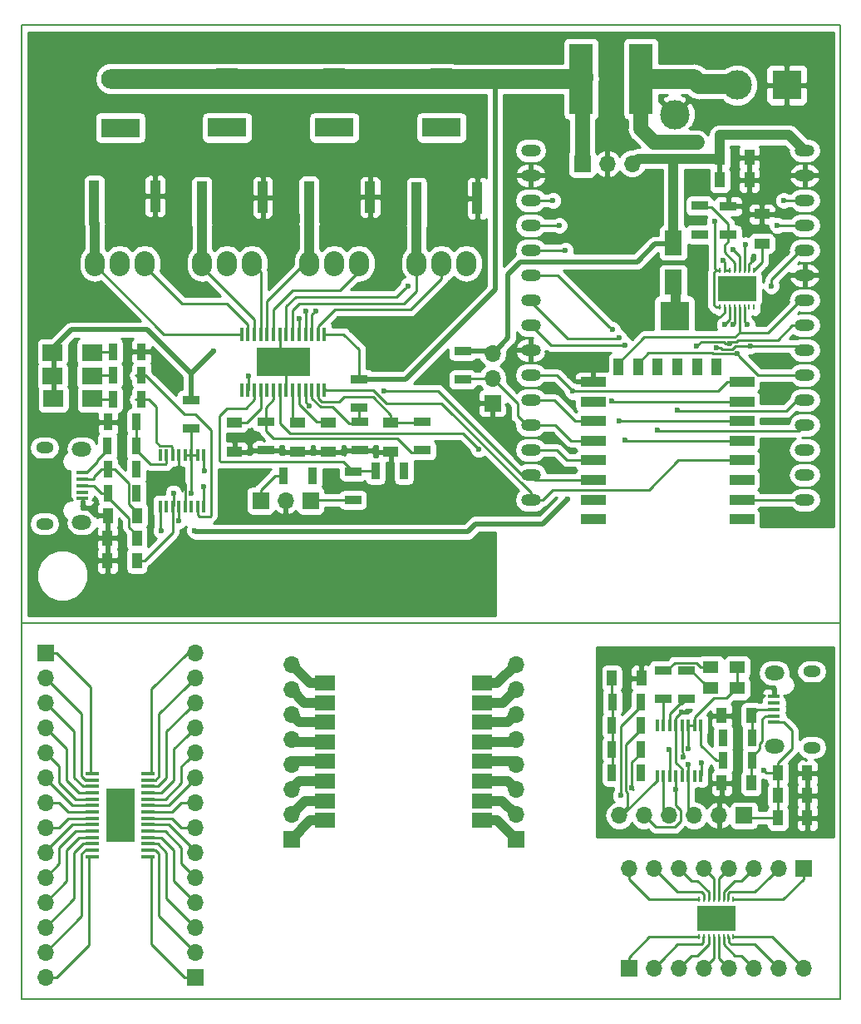
<source format=gbr>
%TF.GenerationSoftware,KiCad,Pcbnew,5.0.0-fee4fd1~66~ubuntu18.04.1*%
%TF.CreationDate,2019-06-24T19:08:59-03:00*%
%TF.ProjectId,Placa tesis,506C6163612074657369732E6B696361,rev?*%
%TF.SameCoordinates,Original*%
%TF.FileFunction,Copper,L1,Top,Signal*%
%TF.FilePolarity,Positive*%
%FSLAX46Y46*%
G04 Gerber Fmt 4.6, Leading zero omitted, Abs format (unit mm)*
G04 Created by KiCad (PCBNEW 5.0.0-fee4fd1~66~ubuntu18.04.1) date Mon Jun 24 19:08:59 2019*
%MOMM*%
%LPD*%
G01*
G04 APERTURE LIST*
%TA.AperFunction,NonConductor*%
%ADD10C,0.150000*%
%TD*%
%TA.AperFunction,ComponentPad*%
%ADD11O,1.700000X1.700000*%
%TD*%
%TA.AperFunction,ComponentPad*%
%ADD12R,1.700000X1.700000*%
%TD*%
%TA.AperFunction,SMDPad,CuDef*%
%ADD13R,1.000000X1.600000*%
%TD*%
%TA.AperFunction,SMDPad,CuDef*%
%ADD14R,0.400000X1.200000*%
%TD*%
%TA.AperFunction,ComponentPad*%
%ADD15O,3.960000X1.980000*%
%TD*%
%TA.AperFunction,ComponentPad*%
%ADD16R,3.960000X1.980000*%
%TD*%
%TA.AperFunction,ComponentPad*%
%ADD17O,2.000000X1.200000*%
%TD*%
%TA.AperFunction,ComponentPad*%
%ADD18O,2.032000X2.540000*%
%TD*%
%TA.AperFunction,SMDPad,CuDef*%
%ADD19R,5.511800X2.997200*%
%TD*%
%TA.AperFunction,SMDPad,CuDef*%
%ADD20R,0.355600X1.422400*%
%TD*%
%TA.AperFunction,SMDPad,CuDef*%
%ADD21R,1.700000X0.900000*%
%TD*%
%TA.AperFunction,SMDPad,CuDef*%
%ADD22R,1.600000X1.000000*%
%TD*%
%TA.AperFunction,SMDPad,CuDef*%
%ADD23R,0.250000X0.600000*%
%TD*%
%TA.AperFunction,SMDPad,CuDef*%
%ADD24R,4.000000X2.600000*%
%TD*%
%TA.AperFunction,SMDPad,CuDef*%
%ADD25R,0.900000X1.700000*%
%TD*%
%TA.AperFunction,SMDPad,CuDef*%
%ADD26R,2.500000X1.000000*%
%TD*%
%TA.AperFunction,SMDPad,CuDef*%
%ADD27R,1.000000X1.800000*%
%TD*%
%TA.AperFunction,SMDPad,CuDef*%
%ADD28R,1.000000X3.200000*%
%TD*%
%TA.AperFunction,ComponentPad*%
%ADD29O,1.800000X1.150000*%
%TD*%
%TA.AperFunction,ComponentPad*%
%ADD30O,2.000000X1.450000*%
%TD*%
%TA.AperFunction,SMDPad,CuDef*%
%ADD31R,1.300000X0.450000*%
%TD*%
%TA.AperFunction,ComponentPad*%
%ADD32C,3.000000*%
%TD*%
%TA.AperFunction,ComponentPad*%
%ADD33R,3.000000X3.000000*%
%TD*%
%TA.AperFunction,SMDPad,CuDef*%
%ADD34R,2.000000X1.500000*%
%TD*%
%TA.AperFunction,SMDPad,CuDef*%
%ADD35R,1.422400X0.355600*%
%TD*%
%TA.AperFunction,SMDPad,CuDef*%
%ADD36R,2.997200X5.511800*%
%TD*%
%TA.AperFunction,SMDPad,CuDef*%
%ADD37R,1.500000X1.300000*%
%TD*%
%TA.AperFunction,SMDPad,CuDef*%
%ADD38R,2.450000X7.190000*%
%TD*%
%TA.AperFunction,SMDPad,CuDef*%
%ADD39R,2.000000X1.700000*%
%TD*%
%TA.AperFunction,SMDPad,CuDef*%
%ADD40R,1.800000X2.500000*%
%TD*%
%TA.AperFunction,ViaPad*%
%ADD41C,0.600000*%
%TD*%
%TA.AperFunction,Conductor*%
%ADD42C,0.250000*%
%TD*%
%TA.AperFunction,Conductor*%
%ADD43C,0.500000*%
%TD*%
%TA.AperFunction,Conductor*%
%ADD44C,1.500000*%
%TD*%
%TA.AperFunction,Conductor*%
%ADD45C,2.000000*%
%TD*%
%TA.AperFunction,Conductor*%
%ADD46C,1.000000*%
%TD*%
%TA.AperFunction,Conductor*%
%ADD47C,0.254000*%
%TD*%
G04 APERTURE END LIST*
D10*
X70485000Y-140119100D02*
X153924000Y-140119100D01*
X70485000Y-101854000D02*
X153924000Y-101854000D01*
X153924000Y-41021000D02*
X153924000Y-140119100D01*
X70485000Y-41021000D02*
X70485000Y-140119100D01*
X70485000Y-41021000D02*
X153924000Y-41021000D01*
D11*
%TO.P,J1,3*%
%TO.N,V5*%
X132715000Y-55118000D03*
%TO.P,J1,2*%
%TO.N,GND*%
X130175000Y-55118000D03*
D12*
%TO.P,J1,1*%
%TO.N,Vin*%
X127635000Y-55118000D03*
%TD*%
%TO.P,J7,1*%
%TO.N,Net-(J7-Pad1)*%
X97996544Y-123860024D03*
D11*
%TO.P,J7,2*%
%TO.N,Net-(J7-Pad2)*%
X97996544Y-121320024D03*
%TO.P,J7,3*%
%TO.N,Net-(J7-Pad3)*%
X97996544Y-118780024D03*
%TO.P,J7,4*%
%TO.N,Net-(J7-Pad4)*%
X97996544Y-116240024D03*
%TO.P,J7,5*%
%TO.N,Net-(J7-Pad5)*%
X97996544Y-113700024D03*
%TO.P,J7,6*%
%TO.N,Net-(J7-Pad6)*%
X97996544Y-111160024D03*
%TO.P,J7,7*%
%TO.N,Net-(J7-Pad7)*%
X97996544Y-108620024D03*
%TO.P,J7,8*%
%TO.N,Net-(J7-Pad8)*%
X97996544Y-106080024D03*
%TD*%
D13*
%TO.P,C12,1*%
%TO.N,Net-(C11-Pad1)*%
X147564586Y-117134103D03*
%TO.P,C12,2*%
%TO.N,GND2*%
X150564586Y-117134103D03*
%TD*%
D14*
%TO.P,U9,16*%
%TO.N,Net-(U9-Pad16)*%
X135285086Y-112248103D03*
%TO.P,U9,15*%
%TO.N,Net-(R32-Pad2)*%
X135920086Y-112248103D03*
%TO.P,U9,14*%
%TO.N,Net-(R31-Pad2)*%
X136555086Y-112248103D03*
%TO.P,U9,13*%
%TO.N,GND2*%
X137190086Y-112248103D03*
%TO.P,U9,12*%
%TO.N,Net-(C11-Pad1)*%
X137825086Y-112248103D03*
%TO.P,U9,11*%
%TO.N,Net-(C16-Pad1)*%
X138460086Y-112248103D03*
%TO.P,U9,10*%
X139095086Y-112248103D03*
%TO.P,U9,9*%
%TO.N,Net-(R29-Pad1)*%
X139730086Y-112248103D03*
%TO.P,U9,8*%
%TO.N,Net-(R28-Pad1)*%
X139730086Y-117448103D03*
%TO.P,U9,7*%
%TO.N,Net-(U9-Pad7)*%
X139095086Y-117448103D03*
%TO.P,U9,6*%
%TO.N,Net-(J12-Pad3)*%
X138460086Y-117448103D03*
%TO.P,U9,5*%
%TO.N,GND2*%
X137825086Y-117448103D03*
%TO.P,U9,4*%
%TO.N,Net-(J12-Pad5)*%
X137190086Y-117448103D03*
%TO.P,U9,3*%
%TO.N,Net-(C16-Pad1)*%
X136555086Y-117448103D03*
%TO.P,U9,2*%
%TO.N,Net-(J12-Pad4)*%
X135920086Y-117448103D03*
%TO.P,U9,1*%
%TO.N,Net-(J12-Pad6)*%
X135285086Y-117448103D03*
%TD*%
D12*
%TO.P,OutP,1*%
%TO.N,OutP*%
X94869000Y-89408000D03*
%TD*%
D11*
%TO.P,TH1,2*%
%TO.N,GND*%
X97409000Y-89408000D03*
D12*
%TO.P,TH1,1*%
%TO.N,Net-(R10-Pad2)*%
X99949000Y-89408000D03*
%TD*%
D15*
%TO.P,D1,2*%
%TO.N,Vin*%
X80579001Y-46453001D03*
D16*
%TO.P,D1,1*%
%TO.N,DR1*%
X80579001Y-51453001D03*
%TD*%
D15*
%TO.P,D2,2*%
%TO.N,Vin*%
X91440000Y-46435000D03*
D16*
%TO.P,D2,1*%
%TO.N,DR2*%
X91440000Y-51435000D03*
%TD*%
%TO.P,D4,1*%
%TO.N,DR4*%
X113284000Y-51435000D03*
D15*
%TO.P,D4,2*%
%TO.N,Vin*%
X113284000Y-46435000D03*
%TD*%
D16*
%TO.P,D3,1*%
%TO.N,DR3*%
X102362000Y-51435000D03*
D15*
%TO.P,D3,2*%
%TO.N,Vin*%
X102362000Y-46435000D03*
%TD*%
D17*
%TO.P,U2,30*%
%TO.N,D0*%
X122382978Y-89333063D03*
%TO.P,U2,1*%
%TO.N,ADC*%
X150282978Y-89333063D03*
%TO.P,U2,29*%
%TO.N,D1*%
X122382978Y-86793063D03*
%TO.P,U2,2*%
%TO.N,Net-(U2-Pad2)*%
X150282978Y-86793063D03*
%TO.P,U2,28*%
%TO.N,D2*%
X122382978Y-84253063D03*
%TO.P,U2,3*%
%TO.N,Net-(U2-Pad3)*%
X150282978Y-84253063D03*
%TO.P,U2,27*%
%TO.N,D3*%
X122382978Y-81713063D03*
%TO.P,U2,4*%
%TO.N,S3*%
X150282978Y-81713063D03*
%TO.P,U2,26*%
%TO.N,D4*%
X122382978Y-79173063D03*
%TO.P,U2,5*%
%TO.N,S2*%
X150282978Y-79173063D03*
%TO.P,U2,25*%
%TO.N,Net-(U2-Pad11)*%
X122382978Y-76633063D03*
%TO.P,U2,6*%
%TO.N,MOSI*%
X150282978Y-76633063D03*
%TO.P,U2,24*%
%TO.N,GND*%
X122382978Y-74093063D03*
%TO.P,U2,7*%
%TO.N,CS*%
X150282978Y-74093063D03*
%TO.P,U2,23*%
%TO.N,D5*%
X122382978Y-71553063D03*
%TO.P,U2,8*%
%TO.N,MISO*%
X150282978Y-71553063D03*
%TO.P,U2,22*%
%TO.N,D6*%
X122382978Y-69013063D03*
%TO.P,U2,9*%
%TO.N,CLK*%
X150282978Y-69013063D03*
%TO.P,U2,21*%
%TO.N,D7*%
X122382978Y-66473063D03*
%TO.P,U2,10*%
%TO.N,GND*%
X150282978Y-66473063D03*
%TO.P,U2,20*%
%TO.N,D8*%
X122382978Y-63933063D03*
%TO.P,U2,11*%
%TO.N,Net-(U2-Pad11)*%
X150282978Y-63933063D03*
%TO.P,U2,19*%
%TO.N,RX*%
X122382978Y-61393063D03*
%TO.P,U2,12*%
%TO.N,EN_esp*%
X150282978Y-61393063D03*
%TO.P,U2,18*%
%TO.N,TX*%
X122382978Y-58853063D03*
%TO.P,U2,13*%
%TO.N,RST_esp*%
X150282978Y-58853063D03*
%TO.P,U2,17*%
%TO.N,GND*%
X122382978Y-56313063D03*
%TO.P,U2,14*%
X150282978Y-56313063D03*
%TO.P,U2,16*%
%TO.N,Net-(U2-Pad11)*%
X122382978Y-53773063D03*
%TO.P,U2,15*%
%TO.N,V5*%
X150282978Y-53773063D03*
%TD*%
D18*
%TO.P,Q1,1*%
%TO.N,GD1*%
X83058000Y-65278000D03*
%TO.P,Q1,3*%
%TO.N,SE1*%
X77978000Y-65278000D03*
%TO.P,Q1,2*%
%TO.N,DR1*%
X80518000Y-65278000D03*
%TD*%
D19*
%TO.P,U4,29*%
%TO.N,N/C*%
X97155000Y-75311000D03*
D20*
%TO.P,U4,28*%
%TO.N,SE1*%
X92938600Y-72466200D03*
%TO.P,U4,27*%
%TO.N,GD1*%
X93573600Y-72466200D03*
%TO.P,U4,26*%
%TO.N,SE2*%
X94234000Y-72466200D03*
%TO.P,U4,25*%
%TO.N,GD2*%
X94869000Y-72466200D03*
%TO.P,U4,24*%
%TO.N,SE3*%
X95529400Y-72466200D03*
%TO.P,U4,23*%
%TO.N,GD3*%
X96189800Y-72466200D03*
%TO.P,U4,22*%
%TO.N,GND*%
X96824800Y-72466200D03*
%TO.P,U4,21*%
%TO.N,GD4*%
X97485200Y-72466200D03*
%TO.P,U4,20*%
%TO.N,SE4*%
X98120200Y-72466200D03*
%TO.P,U4,19*%
%TO.N,DR1*%
X98780600Y-72466200D03*
%TO.P,U4,18*%
%TO.N,DR2*%
X99441000Y-72466200D03*
%TO.P,U4,17*%
%TO.N,DR3*%
X100076000Y-72466200D03*
%TO.P,U4,16*%
%TO.N,DR4*%
X100736400Y-72466200D03*
%TO.P,U4,15*%
%TO.N,Vin*%
X101371400Y-72466200D03*
%TO.P,U4,14*%
%TO.N,D0*%
X101371400Y-78155800D03*
%TO.P,U4,13*%
%TO.N,VccLED*%
X100736400Y-78155800D03*
%TO.P,U4,12*%
%TO.N,Net-(R7-Pad2)*%
X100076000Y-78155800D03*
%TO.P,U4,11*%
%TO.N,Net-(R27-Pad2)*%
X99441000Y-78155800D03*
%TO.P,U4,10*%
%TO.N,Net-(C2-Pad1)*%
X98780600Y-78155800D03*
%TO.P,U4,9*%
%TO.N,Net-(C3-Pad1)*%
X98120200Y-78155800D03*
%TO.P,U4,8*%
%TO.N,GND*%
X97485200Y-78155800D03*
%TO.P,U4,7*%
%TO.N,D2*%
X96824800Y-78155800D03*
%TO.P,U4,6*%
%TO.N,Net-(R1-Pad2)*%
X96189800Y-78155800D03*
%TO.P,U4,5*%
%TO.N,Net-(U4-Pad5)*%
X95529400Y-78155800D03*
%TO.P,U4,4*%
%TO.N,Net-(C4-Pad1)*%
X94869000Y-78155800D03*
%TO.P,U4,3*%
%TO.N,Net-(R10-Pad1)*%
X94234000Y-78155800D03*
%TO.P,U4,2*%
%TO.N,D1*%
X93573600Y-78155800D03*
%TO.P,U4,1*%
%TO.N,Net-(U4-Pad1)*%
X92938600Y-78155800D03*
%TD*%
D21*
%TO.P,R14,1*%
%TO.N,GND*%
X142502681Y-59443743D03*
%TO.P,R14,2*%
%TO.N,Net-(R13-Pad1)*%
X142502681Y-62343743D03*
%TD*%
%TO.P,R13,2*%
%TO.N,VinS*%
X139581681Y-62290743D03*
%TO.P,R13,1*%
%TO.N,Net-(R13-Pad1)*%
X139581681Y-59390743D03*
%TD*%
D22*
%TO.P,C5,1*%
%TO.N,Net-(C5-Pad1)*%
X145923000Y-63246000D03*
%TO.P,C5,2*%
%TO.N,GND*%
X145923000Y-60246000D03*
%TD*%
D23*
%TO.P,U3,1*%
%TO.N,Net-(C5-Pad1)*%
X145141681Y-65925743D03*
%TO.P,U3,2*%
%TO.N,GND*%
X144641681Y-65925743D03*
%TO.P,U3,3*%
%TO.N,VinS*%
X144141681Y-65925743D03*
%TO.P,U3,4*%
%TO.N,Vin*%
X143641681Y-65925743D03*
%TO.P,U3,5*%
%TO.N,Net-(R13-Pad1)*%
X143141681Y-65925743D03*
%TO.P,U3,6*%
%TO.N,GND*%
X142641681Y-65925743D03*
%TO.P,U3,7*%
X142141681Y-65925743D03*
%TO.P,U3,8*%
%TO.N,V5*%
X141641681Y-65925743D03*
%TO.P,U3,9*%
X141641681Y-69725743D03*
%TO.P,U3,10*%
%TO.N,GND*%
X142141681Y-69725743D03*
%TO.P,U3,11*%
%TO.N,MISO*%
X142641681Y-69725743D03*
%TO.P,U3,12*%
%TO.N,MOSI*%
X143141681Y-69725743D03*
%TO.P,U3,13*%
%TO.N,CLK*%
X143641681Y-69725743D03*
%TO.P,U3,14*%
%TO.N,CS*%
X144141681Y-69725743D03*
%TO.P,U3,15*%
%TO.N,N/C*%
X144641681Y-69725743D03*
%TO.P,U3,16*%
%TO.N,Net-(U3-Pad16)*%
X145141681Y-69725743D03*
D24*
%TO.P,U3,17*%
%TO.N,N/C*%
X143391681Y-67825743D03*
%TD*%
D22*
%TO.P,C1,1*%
%TO.N,VccLED*%
X108152000Y-81431000D03*
%TO.P,C1,2*%
%TO.N,GND*%
X108152000Y-84431000D03*
%TD*%
%TO.P,C2,2*%
%TO.N,GND*%
X101751000Y-84431000D03*
%TO.P,C2,1*%
%TO.N,Net-(C2-Pad1)*%
X101751000Y-81431000D03*
%TD*%
%TO.P,C3,1*%
%TO.N,Net-(C3-Pad1)*%
X98603000Y-81431000D03*
%TO.P,C3,2*%
%TO.N,GND*%
X98603000Y-84431000D03*
%TD*%
%TO.P,C4,2*%
%TO.N,GND*%
X92202000Y-84431000D03*
%TO.P,C4,1*%
%TO.N,Net-(C4-Pad1)*%
X92202000Y-81431000D03*
%TD*%
D18*
%TO.P,Q2,2*%
%TO.N,DR2*%
X91440000Y-65278000D03*
%TO.P,Q2,3*%
%TO.N,SE2*%
X88900000Y-65278000D03*
%TO.P,Q2,1*%
%TO.N,GD2*%
X93980000Y-65278000D03*
%TD*%
%TO.P,Q3,1*%
%TO.N,GD3*%
X104902000Y-65278000D03*
%TO.P,Q3,3*%
%TO.N,SE3*%
X99822000Y-65278000D03*
%TO.P,Q3,2*%
%TO.N,DR3*%
X102362000Y-65278000D03*
%TD*%
%TO.P,Q4,2*%
%TO.N,DR4*%
X113284000Y-65278000D03*
%TO.P,Q4,3*%
%TO.N,SE4*%
X110744000Y-65278000D03*
%TO.P,Q4,1*%
%TO.N,GD4*%
X115824000Y-65278000D03*
%TD*%
D21*
%TO.P,R1,2*%
%TO.N,Net-(R1-Pad2)*%
X111350000Y-84281000D03*
%TO.P,R1,1*%
%TO.N,VccLED*%
X111350000Y-81381000D03*
%TD*%
%TO.P,R2,2*%
%TO.N,GND*%
X95400000Y-84281000D03*
%TO.P,R2,1*%
%TO.N,Net-(R1-Pad2)*%
X95400000Y-81381000D03*
%TD*%
%TO.P,R7,2*%
%TO.N,Net-(R7-Pad2)*%
X104902000Y-79936000D03*
%TO.P,R7,1*%
%TO.N,Vin*%
X104902000Y-77036000D03*
%TD*%
%TO.P,R8,1*%
%TO.N,Net-(R7-Pad2)*%
X104949000Y-81381000D03*
%TO.P,R8,2*%
%TO.N,GND*%
X104949000Y-84281000D03*
%TD*%
D25*
%TO.P,R9,2*%
%TO.N,Net-(R10-Pad1)*%
X106576582Y-86405586D03*
%TO.P,R9,1*%
%TO.N,VccLED*%
X109476582Y-86405586D03*
%TD*%
D21*
%TO.P,R10,1*%
%TO.N,Net-(R10-Pad1)*%
X104267000Y-86434000D03*
%TO.P,R10,2*%
%TO.N,Net-(R10-Pad2)*%
X104267000Y-89334000D03*
%TD*%
D26*
%TO.P,U5,22*%
%TO.N,TX*%
X128732978Y-91309063D03*
%TO.P,U5,21*%
%TO.N,RX*%
X128732978Y-89309063D03*
%TO.P,U5,20*%
%TO.N,D1*%
X128732978Y-87309063D03*
%TO.P,U5,19*%
%TO.N,D2*%
X128732978Y-85309063D03*
%TO.P,U5,18*%
%TO.N,D3*%
X128732978Y-83309063D03*
%TO.P,U5,17*%
%TO.N,D4*%
X128732978Y-81309063D03*
%TO.P,U5,16*%
%TO.N,D8*%
X128732978Y-79309063D03*
%TO.P,U5,15*%
%TO.N,GND*%
X128732978Y-77309063D03*
D27*
%TO.P,U5,14*%
%TO.N,CLK*%
X131332978Y-75809063D03*
%TO.P,U5,13*%
%TO.N,MOSI*%
X133332978Y-75809063D03*
%TO.P,U5,12*%
%TO.N,S3*%
X135332978Y-75809063D03*
%TO.P,U5,11*%
%TO.N,S2*%
X137332978Y-75809063D03*
%TO.P,U5,10*%
%TO.N,MISO*%
X139332978Y-75809063D03*
%TO.P,U5,9*%
%TO.N,CS*%
X141332978Y-75809063D03*
D26*
%TO.P,U5,8*%
%TO.N,Net-(U2-Pad11)*%
X143932978Y-77309063D03*
%TO.P,U5,7*%
%TO.N,D7*%
X143932978Y-79309063D03*
%TO.P,U5,6*%
%TO.N,D6*%
X143932978Y-81309063D03*
%TO.P,U5,5*%
%TO.N,D5*%
X143932978Y-83309063D03*
%TO.P,U5,4*%
%TO.N,D0*%
X143932978Y-85309063D03*
%TO.P,U5,3*%
%TO.N,EN_esp*%
X143932978Y-87309063D03*
%TO.P,U5,2*%
%TO.N,ADC*%
X143932978Y-89309063D03*
%TO.P,U5,1*%
%TO.N,RST_esp*%
X143932978Y-91309063D03*
%TD*%
D28*
%TO.P,R3,1*%
%TO.N,SE1*%
X77926000Y-58420000D03*
%TO.P,R3,2*%
%TO.N,GND*%
X84126000Y-58420000D03*
%TD*%
%TO.P,R4,2*%
%TO.N,GND*%
X95080285Y-58536516D03*
%TO.P,R4,1*%
%TO.N,SE2*%
X88880285Y-58536516D03*
%TD*%
%TO.P,R5,1*%
%TO.N,SE3*%
X99809421Y-58511115D03*
%TO.P,R5,2*%
%TO.N,GND*%
X106009421Y-58511115D03*
%TD*%
%TO.P,R6,2*%
%TO.N,GND*%
X116955893Y-58627348D03*
%TO.P,R6,1*%
%TO.N,SE4*%
X110755893Y-58627348D03*
%TD*%
D13*
%TO.P,C6,2*%
%TO.N,GND*%
X79272000Y-93218000D03*
%TO.P,C6,1*%
%TO.N,Net-(C6-Pad1)*%
X82272000Y-93218000D03*
%TD*%
%TO.P,C7,1*%
%TO.N,Net-(C7-Pad1)*%
X82296000Y-90932000D03*
%TO.P,C7,2*%
%TO.N,GND*%
X79296000Y-90932000D03*
%TD*%
%TO.P,C8,2*%
%TO.N,GND*%
X79272000Y-95504000D03*
%TO.P,C8,1*%
%TO.N,Net-(C8-Pad1)*%
X82272000Y-95504000D03*
%TD*%
%TO.P,C9,1*%
%TO.N,V5*%
X141653000Y-56769000D03*
%TO.P,C9,2*%
%TO.N,GND*%
X144653000Y-56769000D03*
%TD*%
%TO.P,C10,2*%
%TO.N,GND*%
X144653000Y-54483000D03*
%TO.P,C10,1*%
%TO.N,V5*%
X141653000Y-54483000D03*
%TD*%
D29*
%TO.P,J2,6*%
%TO.N,Net-(J2-Pad6)*%
X72853000Y-91759000D03*
X72853000Y-84009000D03*
D30*
X76653000Y-91609000D03*
X76653000Y-84159000D03*
D31*
%TO.P,J2,5*%
%TO.N,GND*%
X76703000Y-89184000D03*
%TO.P,J2,4*%
%TO.N,Net-(J2-Pad4)*%
X76703000Y-88534000D03*
%TO.P,J2,3*%
%TO.N,Net-(C6-Pad1)*%
X76703000Y-87884000D03*
%TO.P,J2,2*%
%TO.N,Net-(C7-Pad1)*%
X76703000Y-87234000D03*
%TO.P,J2,1*%
%TO.N,Net-(J2-Pad1)*%
X76703000Y-86584000D03*
%TD*%
D25*
%TO.P,R11,1*%
%TO.N,Net-(R11-Pad1)*%
X82222000Y-88646000D03*
%TO.P,R11,2*%
%TO.N,Net-(C6-Pad1)*%
X79322000Y-88646000D03*
%TD*%
%TO.P,R19,2*%
%TO.N,Net-(C7-Pad1)*%
X79322000Y-86233000D03*
%TO.P,R19,1*%
%TO.N,Net-(R19-Pad1)*%
X82222000Y-86233000D03*
%TD*%
%TO.P,R20,1*%
%TO.N,Net-(J2-Pad1)*%
X79269000Y-83820000D03*
%TO.P,R20,2*%
%TO.N,Net-(R20-Pad2)*%
X82169000Y-83820000D03*
%TD*%
%TO.P,R21,2*%
%TO.N,GND*%
X79322000Y-81407000D03*
%TO.P,R21,1*%
%TO.N,Net-(R20-Pad2)*%
X82222000Y-81407000D03*
%TD*%
%TO.P,R22,2*%
%TO.N,Net-(R22-Pad2)*%
X82730000Y-76660171D03*
%TO.P,R22,1*%
%TO.N,Net-(R22-Pad1)*%
X79830000Y-76660171D03*
%TD*%
%TO.P,R23,1*%
%TO.N,Net-(R23-Pad1)*%
X79830000Y-79073171D03*
%TO.P,R23,2*%
%TO.N,Net-(R23-Pad2)*%
X82730000Y-79073171D03*
%TD*%
%TO.P,R24,2*%
%TO.N,Net-(PWR1-Pad1)*%
X79830000Y-74247171D03*
%TO.P,R24,1*%
%TO.N,GND*%
X82730000Y-74247171D03*
%TD*%
D14*
%TO.P,U1,16*%
%TO.N,Net-(U1-Pad16)*%
X84645500Y-84776000D03*
%TO.P,U1,15*%
%TO.N,Net-(R20-Pad2)*%
X85280500Y-84776000D03*
%TO.P,U1,14*%
%TO.N,Net-(R23-Pad2)*%
X85915500Y-84776000D03*
%TO.P,U1,13*%
%TO.N,GND*%
X86550500Y-84776000D03*
%TO.P,U1,12*%
%TO.N,Net-(C8-Pad1)*%
X87185500Y-84776000D03*
%TO.P,U1,11*%
X87820500Y-84776000D03*
%TO.P,U1,10*%
X88455500Y-84776000D03*
%TO.P,U1,9*%
%TO.N,Net-(R19-Pad1)*%
X89090500Y-84776000D03*
%TO.P,U1,8*%
%TO.N,Net-(R11-Pad1)*%
X89090500Y-89976000D03*
%TO.P,U1,7*%
%TO.N,Net-(R22-Pad2)*%
X88455500Y-89976000D03*
%TO.P,U1,6*%
%TO.N,Net-(U1-Pad6)*%
X87820500Y-89976000D03*
%TO.P,U1,5*%
%TO.N,GND*%
X87185500Y-89976000D03*
%TO.P,U1,4*%
%TO.N,TX*%
X86550500Y-89976000D03*
%TO.P,U1,3*%
%TO.N,Net-(C8-Pad1)*%
X85915500Y-89976000D03*
%TO.P,U1,2*%
%TO.N,Net-(U1-Pad2)*%
X85280500Y-89976000D03*
%TO.P,U1,1*%
%TO.N,RX*%
X84645500Y-89976000D03*
%TD*%
D21*
%TO.P,R25,2*%
%TO.N,V5*%
X87757000Y-79142000D03*
%TO.P,R25,1*%
%TO.N,Net-(C8-Pad1)*%
X87757000Y-82042000D03*
%TD*%
D11*
%TO.P,J4,3*%
%TO.N,V5*%
X118491000Y-74422000D03*
%TO.P,J4,2*%
%TO.N,D3*%
X118491000Y-76962000D03*
D12*
%TO.P,J4,1*%
%TO.N,GND*%
X118491000Y-79502000D03*
%TD*%
D21*
%TO.P,R26,2*%
%TO.N,D3*%
X115443000Y-77089000D03*
%TO.P,R26,1*%
%TO.N,V5*%
X115443000Y-74189000D03*
%TD*%
D25*
%TO.P,R27,2*%
%TO.N,Net-(R27-Pad2)*%
X100129000Y-86868000D03*
%TO.P,R27,1*%
%TO.N,OutP*%
X97229000Y-86868000D03*
%TD*%
D32*
%TO.P,J3,2*%
%TO.N,VinS*%
X143383000Y-47117000D03*
D33*
%TO.P,J3,1*%
%TO.N,GND*%
X148463000Y-47117000D03*
%TD*%
D11*
%TO.P,J5,8*%
%TO.N,Net-(J5-Pad8)*%
X150169065Y-136973947D03*
%TO.P,J5,7*%
%TO.N,Net-(J5-Pad7)*%
X147629065Y-136973947D03*
%TO.P,J5,6*%
%TO.N,Net-(J5-Pad6)*%
X145089065Y-136973947D03*
%TO.P,J5,5*%
%TO.N,Net-(J5-Pad5)*%
X142549065Y-136973947D03*
%TO.P,J5,4*%
%TO.N,Net-(J5-Pad4)*%
X140009065Y-136973947D03*
%TO.P,J5,3*%
%TO.N,Net-(J5-Pad3)*%
X137469065Y-136973947D03*
%TO.P,J5,2*%
%TO.N,Net-(J5-Pad2)*%
X134929065Y-136973947D03*
D12*
%TO.P,J5,1*%
%TO.N,Net-(J5-Pad1)*%
X132389065Y-136973947D03*
%TD*%
D11*
%TO.P,J6,8*%
%TO.N,Net-(J6-Pad8)*%
X132389065Y-126813947D03*
%TO.P,J6,7*%
%TO.N,Net-(J6-Pad7)*%
X134929065Y-126813947D03*
%TO.P,J6,6*%
%TO.N,Net-(J6-Pad6)*%
X137469065Y-126813947D03*
%TO.P,J6,5*%
%TO.N,Net-(J6-Pad5)*%
X140009065Y-126813947D03*
%TO.P,J6,4*%
%TO.N,Net-(J6-Pad4)*%
X142549065Y-126813947D03*
%TO.P,J6,3*%
%TO.N,Net-(J6-Pad3)*%
X145089065Y-126813947D03*
%TO.P,J6,2*%
%TO.N,Net-(J6-Pad2)*%
X147629065Y-126813947D03*
D12*
%TO.P,J6,1*%
%TO.N,Net-(J6-Pad1)*%
X150169065Y-126813947D03*
%TD*%
%TO.P,J8,1*%
%TO.N,Net-(J8-Pad1)*%
X120856544Y-123860024D03*
D11*
%TO.P,J8,2*%
%TO.N,Net-(J8-Pad2)*%
X120856544Y-121320024D03*
%TO.P,J8,3*%
%TO.N,Net-(J8-Pad3)*%
X120856544Y-118780024D03*
%TO.P,J8,4*%
%TO.N,Net-(J8-Pad4)*%
X120856544Y-116240024D03*
%TO.P,J8,5*%
%TO.N,Net-(J8-Pad5)*%
X120856544Y-113700024D03*
%TO.P,J8,6*%
%TO.N,Net-(J8-Pad6)*%
X120856544Y-111160024D03*
%TO.P,J8,7*%
%TO.N,Net-(J8-Pad7)*%
X120856544Y-108620024D03*
%TO.P,J8,8*%
%TO.N,Net-(J8-Pad8)*%
X120856544Y-106080024D03*
%TD*%
D23*
%TO.P,U6,1*%
%TO.N,Net-(J5-Pad1)*%
X139529065Y-133793947D03*
%TO.P,U6,2*%
%TO.N,Net-(J5-Pad2)*%
X140029065Y-133793947D03*
%TO.P,U6,3*%
%TO.N,Net-(J5-Pad3)*%
X140529065Y-133793947D03*
%TO.P,U6,4*%
%TO.N,Net-(J5-Pad4)*%
X141029065Y-133793947D03*
%TO.P,U6,5*%
%TO.N,Net-(J5-Pad5)*%
X141529065Y-133793947D03*
%TO.P,U6,6*%
%TO.N,Net-(J5-Pad6)*%
X142029065Y-133793947D03*
%TO.P,U6,7*%
%TO.N,Net-(J5-Pad7)*%
X142529065Y-133793947D03*
%TO.P,U6,8*%
%TO.N,Net-(J5-Pad8)*%
X143029065Y-133793947D03*
%TO.P,U6,9*%
%TO.N,Net-(J6-Pad1)*%
X143029065Y-129993947D03*
%TO.P,U6,10*%
%TO.N,Net-(J6-Pad2)*%
X142529065Y-129993947D03*
%TO.P,U6,11*%
%TO.N,Net-(J6-Pad3)*%
X142029065Y-129993947D03*
%TO.P,U6,12*%
%TO.N,Net-(J6-Pad4)*%
X141529065Y-129993947D03*
%TO.P,U6,13*%
%TO.N,Net-(J6-Pad5)*%
X141029065Y-129993947D03*
%TO.P,U6,14*%
%TO.N,Net-(J6-Pad6)*%
X140529065Y-129993947D03*
%TO.P,U6,15*%
%TO.N,N/C*%
X140029065Y-129993947D03*
%TO.P,U6,16*%
%TO.N,Net-(J6-Pad8)*%
X139529065Y-129993947D03*
D24*
%TO.P,U6,17*%
%TO.N,N/C*%
X141279065Y-131893947D03*
%TD*%
D34*
%TO.P,U7,1*%
%TO.N,Net-(J7-Pad8)*%
X101426544Y-107962023D03*
%TO.P,U7,2*%
%TO.N,Net-(J7-Pad7)*%
X101426544Y-109962023D03*
%TO.P,U7,3*%
%TO.N,Net-(J7-Pad6)*%
X101426544Y-111962023D03*
%TO.P,U7,4*%
%TO.N,Net-(J7-Pad5)*%
X101426544Y-113962023D03*
%TO.P,U7,5*%
%TO.N,Net-(J7-Pad4)*%
X101426544Y-115962023D03*
%TO.P,U7,6*%
%TO.N,Net-(J7-Pad3)*%
X101426544Y-117962023D03*
%TO.P,U7,7*%
%TO.N,Net-(J7-Pad2)*%
X101426544Y-119962023D03*
%TO.P,U7,8*%
%TO.N,Net-(J7-Pad1)*%
X101426544Y-121962023D03*
%TO.P,U7,9*%
%TO.N,Net-(J8-Pad1)*%
X117426544Y-121962023D03*
%TO.P,U7,10*%
%TO.N,Net-(J8-Pad2)*%
X117426544Y-119962023D03*
%TO.P,U7,11*%
%TO.N,Net-(J8-Pad3)*%
X117426544Y-117962023D03*
%TO.P,U7,12*%
%TO.N,Net-(J8-Pad4)*%
X117426544Y-115962023D03*
%TO.P,U7,13*%
%TO.N,Net-(J8-Pad5)*%
X117426544Y-113962023D03*
%TO.P,U7,14*%
%TO.N,Net-(J8-Pad6)*%
X117426544Y-111962023D03*
%TO.P,U7,15*%
%TO.N,Net-(J8-Pad7)*%
X117426544Y-109962023D03*
%TO.P,U7,16*%
%TO.N,Net-(J8-Pad8)*%
X117426544Y-107962023D03*
%TD*%
D35*
%TO.P,U8,1*%
%TO.N,Net-(J9-Pad1)*%
X77736700Y-117195600D03*
%TO.P,U8,2*%
%TO.N,Net-(J9-Pad2)*%
X77736700Y-117830600D03*
%TO.P,U8,3*%
%TO.N,Net-(J9-Pad3)*%
X77736700Y-118491000D03*
%TO.P,U8,4*%
%TO.N,Net-(J9-Pad4)*%
X77736700Y-119126000D03*
%TO.P,U8,5*%
%TO.N,Net-(J9-Pad5)*%
X77736700Y-119786400D03*
%TO.P,U8,6*%
%TO.N,Net-(J9-Pad6)*%
X77736700Y-120446800D03*
%TO.P,U8,7*%
%TO.N,Net-(J9-Pad7)*%
X77736700Y-121081800D03*
%TO.P,U8,8*%
%TO.N,Net-(J9-Pad8)*%
X77736700Y-121742200D03*
%TO.P,U8,9*%
%TO.N,Net-(J9-Pad9)*%
X77736700Y-122377200D03*
%TO.P,U8,10*%
%TO.N,Net-(J9-Pad10)*%
X77736700Y-123037600D03*
%TO.P,U8,11*%
%TO.N,Net-(J9-Pad11)*%
X77736700Y-123698000D03*
%TO.P,U8,12*%
%TO.N,Net-(J9-Pad12)*%
X77736700Y-124333000D03*
%TO.P,U8,13*%
%TO.N,Net-(J9-Pad13)*%
X77736700Y-124993400D03*
%TO.P,U8,14*%
%TO.N,Net-(J9-Pad14)*%
X77736700Y-125628400D03*
%TO.P,U8,15*%
%TO.N,Net-(J10-Pad1)*%
X83426300Y-125628400D03*
%TO.P,U8,16*%
%TO.N,Net-(J10-Pad2)*%
X83426300Y-124993400D03*
%TO.P,U8,17*%
%TO.N,Net-(J10-Pad3)*%
X83426300Y-124333000D03*
%TO.P,U8,18*%
%TO.N,Net-(J10-Pad4)*%
X83426300Y-123698000D03*
%TO.P,U8,19*%
%TO.N,Net-(J10-Pad5)*%
X83426300Y-123037600D03*
%TO.P,U8,20*%
%TO.N,Net-(J10-Pad6)*%
X83426300Y-122377200D03*
%TO.P,U8,21*%
%TO.N,Net-(J10-Pad7)*%
X83426300Y-121742200D03*
%TO.P,U8,22*%
%TO.N,Net-(J10-Pad8)*%
X83426300Y-121081800D03*
%TO.P,U8,23*%
%TO.N,Net-(J10-Pad9)*%
X83426300Y-120446800D03*
%TO.P,U8,24*%
%TO.N,Net-(J10-Pad10)*%
X83426300Y-119786400D03*
%TO.P,U8,25*%
%TO.N,Net-(J10-Pad11)*%
X83426300Y-119126000D03*
%TO.P,U8,26*%
%TO.N,Net-(J10-Pad12)*%
X83426300Y-118491000D03*
%TO.P,U8,27*%
%TO.N,Net-(J10-Pad13)*%
X83426300Y-117830600D03*
%TO.P,U8,28*%
%TO.N,Net-(J10-Pad14)*%
X83426300Y-117195600D03*
D36*
%TO.P,U8,29*%
%TO.N,N/C*%
X80581500Y-121412000D03*
%TD*%
D11*
%TO.P,J9,14*%
%TO.N,Net-(J9-Pad14)*%
X72961500Y-137922000D03*
%TO.P,J9,13*%
%TO.N,Net-(J9-Pad13)*%
X72961500Y-135382000D03*
%TO.P,J9,12*%
%TO.N,Net-(J9-Pad12)*%
X72961500Y-132842000D03*
%TO.P,J9,11*%
%TO.N,Net-(J9-Pad11)*%
X72961500Y-130302000D03*
%TO.P,J9,10*%
%TO.N,Net-(J9-Pad10)*%
X72961500Y-127762000D03*
%TO.P,J9,9*%
%TO.N,Net-(J9-Pad9)*%
X72961500Y-125222000D03*
%TO.P,J9,8*%
%TO.N,Net-(J9-Pad8)*%
X72961500Y-122682000D03*
%TO.P,J9,7*%
%TO.N,Net-(J9-Pad7)*%
X72961500Y-120142000D03*
%TO.P,J9,6*%
%TO.N,Net-(J9-Pad6)*%
X72961500Y-117602000D03*
%TO.P,J9,5*%
%TO.N,Net-(J9-Pad5)*%
X72961500Y-115062000D03*
%TO.P,J9,4*%
%TO.N,Net-(J9-Pad4)*%
X72961500Y-112522000D03*
%TO.P,J9,3*%
%TO.N,Net-(J9-Pad3)*%
X72961500Y-109982000D03*
%TO.P,J9,2*%
%TO.N,Net-(J9-Pad2)*%
X72961500Y-107442000D03*
D12*
%TO.P,J9,1*%
%TO.N,Net-(J9-Pad1)*%
X72961500Y-104902000D03*
%TD*%
%TO.P,J10,1*%
%TO.N,Net-(J10-Pad1)*%
X88201500Y-137922000D03*
D11*
%TO.P,J10,2*%
%TO.N,Net-(J10-Pad2)*%
X88201500Y-135382000D03*
%TO.P,J10,3*%
%TO.N,Net-(J10-Pad3)*%
X88201500Y-132842000D03*
%TO.P,J10,4*%
%TO.N,Net-(J10-Pad4)*%
X88201500Y-130302000D03*
%TO.P,J10,5*%
%TO.N,Net-(J10-Pad5)*%
X88201500Y-127762000D03*
%TO.P,J10,6*%
%TO.N,Net-(J10-Pad6)*%
X88201500Y-125222000D03*
%TO.P,J10,7*%
%TO.N,Net-(J10-Pad7)*%
X88201500Y-122682000D03*
%TO.P,J10,8*%
%TO.N,Net-(J10-Pad8)*%
X88201500Y-120142000D03*
%TO.P,J10,9*%
%TO.N,Net-(J10-Pad9)*%
X88201500Y-117602000D03*
%TO.P,J10,10*%
%TO.N,Net-(J10-Pad10)*%
X88201500Y-115062000D03*
%TO.P,J10,11*%
%TO.N,Net-(J10-Pad11)*%
X88201500Y-112522000D03*
%TO.P,J10,12*%
%TO.N,Net-(J10-Pad12)*%
X88201500Y-109982000D03*
%TO.P,J10,13*%
%TO.N,Net-(J10-Pad13)*%
X88201500Y-107442000D03*
%TO.P,J10,14*%
%TO.N,Net-(J10-Pad14)*%
X88201500Y-104902000D03*
%TD*%
D13*
%TO.P,C11,2*%
%TO.N,GND2*%
X150564586Y-121706103D03*
%TO.P,C11,1*%
%TO.N,Net-(C11-Pad1)*%
X147564586Y-121706103D03*
%TD*%
%TO.P,C13,2*%
%TO.N,GND2*%
X150564586Y-119420103D03*
%TO.P,C13,1*%
%TO.N,Net-(C11-Pad1)*%
X147564586Y-119420103D03*
%TD*%
%TO.P,C14,1*%
%TO.N,Net-(C14-Pad1)*%
X144849586Y-111292103D03*
%TO.P,C14,2*%
%TO.N,GND2*%
X141849586Y-111292103D03*
%TD*%
%TO.P,C15,2*%
%TO.N,GND2*%
X141849586Y-118150103D03*
%TO.P,C15,1*%
%TO.N,Net-(C15-Pad1)*%
X144849586Y-118150103D03*
%TD*%
%TO.P,C16,1*%
%TO.N,Net-(C16-Pad1)*%
X130649586Y-107482103D03*
%TO.P,C16,2*%
%TO.N,GND2*%
X133649586Y-107482103D03*
%TD*%
D29*
%TO.P,J11,6*%
%TO.N,Net-(J11-Pad6)*%
X151014586Y-106782103D03*
X151014586Y-114532103D03*
D30*
X147214586Y-106932103D03*
X147214586Y-114382103D03*
D31*
%TO.P,J11,5*%
%TO.N,GND2*%
X147164586Y-109357103D03*
%TO.P,J11,4*%
%TO.N,Net-(J11-Pad4)*%
X147164586Y-110007103D03*
%TO.P,J11,3*%
%TO.N,Net-(C14-Pad1)*%
X147164586Y-110657103D03*
%TO.P,J11,2*%
%TO.N,Net-(C15-Pad1)*%
X147164586Y-111307103D03*
%TO.P,J11,1*%
%TO.N,Net-(C11-Pad1)*%
X147164586Y-111957103D03*
%TD*%
D25*
%TO.P,R28,2*%
%TO.N,Net-(C14-Pad1)*%
X144906098Y-113570445D03*
%TO.P,R28,1*%
%TO.N,Net-(R28-Pad1)*%
X142006098Y-113570445D03*
%TD*%
%TO.P,R29,1*%
%TO.N,Net-(R29-Pad1)*%
X142006098Y-115856445D03*
%TO.P,R29,2*%
%TO.N,Net-(C15-Pad1)*%
X144906098Y-115856445D03*
%TD*%
%TO.P,R30,1*%
%TO.N,Net-(C16-Pad1)*%
X130670586Y-112308103D03*
%TO.P,R30,2*%
%TO.N,Net-(J12-Pad6)*%
X133570586Y-112308103D03*
%TD*%
D21*
%TO.P,R31,1*%
%TO.N,Net-(R31-Pad1)*%
X138269586Y-106667103D03*
%TO.P,R31,2*%
%TO.N,Net-(R31-Pad2)*%
X138269586Y-109567103D03*
%TD*%
%TO.P,R32,2*%
%TO.N,Net-(R32-Pad2)*%
X135856586Y-109567103D03*
%TO.P,R32,1*%
%TO.N,Net-(R32-Pad1)*%
X135856586Y-106667103D03*
%TD*%
D25*
%TO.P,R33,2*%
%TO.N,Net-(J12-Pad5)*%
X133570586Y-114721103D03*
%TO.P,R33,1*%
%TO.N,Net-(C16-Pad1)*%
X130670586Y-114721103D03*
%TD*%
%TO.P,R34,1*%
%TO.N,Net-(C16-Pad1)*%
X130700207Y-109895103D03*
%TO.P,R34,2*%
%TO.N,Net-(J12-Pad4)*%
X133600207Y-109895103D03*
%TD*%
%TO.P,R35,2*%
%TO.N,Net-(J12-Pad3)*%
X133570586Y-117134103D03*
%TO.P,R35,1*%
%TO.N,Net-(C16-Pad1)*%
X130670586Y-117134103D03*
%TD*%
D37*
%TO.P,Rx2,1*%
%TO.N,Net-(R31-Pad1)*%
X140729586Y-108498103D03*
%TO.P,Rx2,2*%
%TO.N,Net-(C16-Pad1)*%
X143429586Y-108498103D03*
%TD*%
%TO.P,Tx2,2*%
%TO.N,Net-(C16-Pad1)*%
X143429586Y-106339103D03*
%TO.P,Tx2,1*%
%TO.N,Net-(R32-Pad1)*%
X140729586Y-106339103D03*
%TD*%
D11*
%TO.P,J12,6*%
%TO.N,Net-(J12-Pad6)*%
X131411586Y-121452103D03*
%TO.P,J12,5*%
%TO.N,Net-(J12-Pad5)*%
X133951586Y-121452103D03*
%TO.P,J12,4*%
%TO.N,Net-(J12-Pad4)*%
X136491586Y-121452103D03*
%TO.P,J12,3*%
%TO.N,Net-(J12-Pad3)*%
X139031586Y-121452103D03*
%TO.P,J12,2*%
%TO.N,GND2*%
X141571586Y-121452103D03*
D12*
%TO.P,J12,1*%
%TO.N,Net-(C11-Pad1)*%
X144111586Y-121452103D03*
%TD*%
D33*
%TO.P,BT1,1*%
%TO.N,Net-(BT1-Pad1)*%
X137033000Y-70612000D03*
D32*
%TO.P,BT1,2*%
%TO.N,GND*%
X137033000Y-50122000D03*
%TD*%
D38*
%TO.P,R12,2*%
%TO.N,VinS*%
X133608000Y-46482000D03*
%TO.P,R12,1*%
%TO.N,Vin*%
X127508000Y-46482000D03*
%TD*%
D39*
%TO.P,Rx1,2*%
%TO.N,V5*%
X73679300Y-76682600D03*
%TO.P,Rx1,1*%
%TO.N,Net-(R22-Pad1)*%
X77679300Y-76682600D03*
%TD*%
%TO.P,Tx1,1*%
%TO.N,Net-(R23-Pad1)*%
X77742800Y-79044800D03*
%TO.P,Tx1,2*%
%TO.N,V5*%
X73742800Y-79044800D03*
%TD*%
%TO.P,PWR1,2*%
%TO.N,V5*%
X73679300Y-74307700D03*
%TO.P,PWR1,1*%
%TO.N,Net-(PWR1-Pad1)*%
X77679300Y-74307700D03*
%TD*%
D40*
%TO.P,D5,2*%
%TO.N,V5*%
X136893300Y-63176400D03*
%TO.P,D5,1*%
%TO.N,Net-(BT1-Pad1)*%
X136893300Y-67176400D03*
%TD*%
D41*
%TO.N,Net-(U2-Pad11)*%
X143932978Y-77309063D03*
X126680978Y-78284063D03*
X146893950Y-67564000D03*
%TO.N,GND*%
X99314000Y-75311000D03*
X94996000Y-75311000D03*
X92202000Y-84455000D03*
X86614000Y-87249000D03*
X128732978Y-77309063D03*
X140843004Y-70739000D03*
X142007972Y-64965054D03*
X145034000Y-64897000D03*
%TO.N,VinS*%
X139498000Y-46990000D03*
X139581681Y-62290743D03*
X144272000Y-63373002D03*
X134990000Y-52959000D03*
X133608000Y-51577000D03*
X139319004Y-52959000D03*
X133608000Y-46482000D03*
%TO.N,DR1*%
X98806000Y-70866000D03*
%TO.N,V5*%
X141605000Y-56896000D03*
X141097003Y-60960003D03*
X90043000Y-74168000D03*
X115443000Y-74189000D03*
%TO.N,VccLED*%
X108152000Y-81431000D03*
X109476582Y-86405586D03*
%TO.N,SE4*%
X110755893Y-58674000D03*
X110744000Y-61433241D03*
%TO.N,GD4*%
X109854998Y-67564000D03*
%TO.N,SE3*%
X99809421Y-58547000D03*
X99822000Y-61317694D03*
%TO.N,SE2*%
X88880285Y-58536516D03*
X88900000Y-61350231D03*
%TO.N,SE1*%
X77926000Y-58420000D03*
X77978000Y-61266000D03*
%TO.N,MOSI*%
X143002000Y-71500994D03*
X143384136Y-74450457D03*
%TO.N,CS*%
X141332978Y-75809063D03*
X144788681Y-73677724D03*
X144399000Y-71501000D03*
X141285972Y-73846021D03*
%TO.N,MISO*%
X139332978Y-75809063D03*
X139253978Y-73712063D03*
X142112994Y-71501000D03*
X142629681Y-73396010D03*
%TO.N,Vin*%
X124587000Y-46435000D03*
X117729000Y-46435000D03*
X142999194Y-63881000D03*
X127635000Y-46990000D03*
X127635000Y-51435000D03*
%TO.N,DR2*%
X99441000Y-70104000D03*
%TO.N,DR3*%
X100457012Y-70104000D03*
%TO.N,RX*%
X128732978Y-89309063D03*
X125283978Y-61393067D03*
X84709000Y-92456000D03*
X126111000Y-89281000D03*
X88138000Y-92455998D03*
%TO.N,EN_esp*%
X143932978Y-87309063D03*
X143932978Y-87309063D03*
X147518960Y-61393063D03*
%TO.N,TX*%
X128732978Y-91309063D03*
X124648978Y-58853057D03*
X86560500Y-91440000D03*
%TO.N,RST_esp*%
X143932978Y-91309063D03*
X148143970Y-58853063D03*
%TO.N,D1*%
X107442000Y-78232000D03*
X93599000Y-76708000D03*
%TO.N,D2*%
X117093998Y-84201000D03*
%TO.N,S3*%
X135332978Y-75809063D03*
X135316978Y-82221063D03*
%TO.N,S2*%
X137332978Y-75809063D03*
X137332978Y-75809063D03*
X137348978Y-80189063D03*
%TO.N,D5*%
X132014978Y-83237063D03*
X132014972Y-73585063D03*
%TO.N,D6*%
X131379978Y-81332063D03*
X131379978Y-72823063D03*
%TO.N,D7*%
X130617978Y-79300063D03*
X130683012Y-72009000D03*
%TO.N,D8*%
X128732978Y-79309063D03*
X125918978Y-63933067D03*
%TO.N,Net-(C8-Pad1)*%
X87810500Y-88646000D03*
X85979000Y-88646000D03*
%TO.N,Net-(R11-Pad1)*%
X89090500Y-87947500D03*
X82222000Y-88646000D03*
%TO.N,Net-(R19-Pad1)*%
X89154000Y-86360000D03*
X82222000Y-86233000D03*
%TO.N,Net-(R27-Pad2)*%
X100129000Y-86868000D03*
X99822000Y-79756000D03*
%TO.N,Net-(C11-Pad1)*%
X146143586Y-116880103D03*
X137888586Y-115483103D03*
%TO.N,Net-(C16-Pad1)*%
X130670586Y-114721103D03*
X138460086Y-114693103D03*
X136491586Y-114721103D03*
%TO.N,Net-(R28-Pad1)*%
X142006098Y-113570445D03*
X139793586Y-116118103D03*
%TO.N,Net-(J12-Pad5)*%
X137190086Y-118785103D03*
X132681586Y-118658103D03*
%TO.N,Net-(J12-Pad4)*%
X131538586Y-119420101D03*
%TO.N,Net-(J12-Pad3)*%
X133570584Y-117134103D03*
X138396588Y-116245105D03*
%TO.N,GND2*%
X137761586Y-110911103D03*
%TD*%
D42*
%TO.N,Net-(U2-Pad11)*%
X122382978Y-53773063D02*
X121982978Y-53773063D01*
X150682978Y-63933063D02*
X150282978Y-63933063D01*
X122382978Y-53773063D02*
X122382978Y-54047063D01*
X122382978Y-76633063D02*
X125029978Y-76633063D01*
X141457978Y-78284063D02*
X127105242Y-78284063D01*
X142432978Y-77309063D02*
X141457978Y-78284063D01*
X126380979Y-77984064D02*
X126680978Y-78284063D01*
X127105242Y-78284063D02*
X126680978Y-78284063D01*
X125029978Y-76633063D02*
X126380979Y-77984064D01*
X143932978Y-77309063D02*
X142432978Y-77309063D01*
X146893950Y-66922091D02*
X146893950Y-67139736D01*
X146893950Y-67139736D02*
X146893950Y-67564000D01*
X149882978Y-63933063D02*
X146893950Y-66922091D01*
X150282978Y-63933063D02*
X149882978Y-63933063D01*
D43*
%TO.N,GND*%
X98552000Y-84482000D02*
X98603000Y-84431000D01*
D42*
X122382978Y-74093063D02*
X121132978Y-74093063D01*
X142605681Y-59340743D02*
X142502681Y-59443743D01*
X78546000Y-90932000D02*
X79296000Y-90932000D01*
X77976000Y-90932000D02*
X78546000Y-90932000D01*
X76703000Y-89659000D02*
X77976000Y-90932000D01*
X76703000Y-89184000D02*
X76703000Y-89659000D01*
X79296000Y-95480000D02*
X79272000Y-95504000D01*
X79296000Y-90932000D02*
X79296000Y-95480000D01*
X87185500Y-87693500D02*
X87185500Y-89976000D01*
X86550500Y-84776000D02*
X86550500Y-87058500D01*
X86550500Y-87058500D02*
X87185500Y-87693500D01*
X79272000Y-95528000D02*
X79272000Y-95504000D01*
X142141681Y-65925743D02*
X142641681Y-65925743D01*
D43*
X94996000Y-75311000D02*
X97155000Y-75311000D01*
X99314000Y-75311000D02*
X97155000Y-75311000D01*
D42*
X96824800Y-74980800D02*
X97155000Y-75311000D01*
X96824800Y-72466200D02*
X96824800Y-74980800D01*
X97485200Y-75641200D02*
X97155000Y-75311000D01*
X97485200Y-78155800D02*
X97485200Y-75641200D01*
X142141681Y-69725743D02*
X142141681Y-70275743D01*
X142141681Y-70275743D02*
X141678424Y-70739000D01*
X141267268Y-70739000D02*
X140843004Y-70739000D01*
X141678424Y-70739000D02*
X141267268Y-70739000D01*
X79322000Y-81407000D02*
X79248004Y-81407000D01*
X142141681Y-65098763D02*
X142007972Y-64965054D01*
X142141681Y-65925743D02*
X142141681Y-65098763D01*
X144641681Y-65925743D02*
X144641681Y-65289319D01*
X144641681Y-65289319D02*
X144734001Y-65196999D01*
X144734001Y-65196999D02*
X145034000Y-64897000D01*
D44*
%TO.N,VinS*%
X143256000Y-46990000D02*
X143383000Y-47117000D01*
D45*
X139498000Y-46990000D02*
X143256000Y-46990000D01*
D42*
X144141681Y-63503321D02*
X144272000Y-63373002D01*
X144141681Y-65925743D02*
X144141681Y-63503321D01*
D45*
X138990000Y-46482000D02*
X139498000Y-46990000D01*
X133731000Y-46482000D02*
X138990000Y-46482000D01*
D44*
X133608000Y-51577000D02*
X134990000Y-52959000D01*
X133608000Y-46482000D02*
X133608000Y-51577000D01*
X134990000Y-52959000D02*
X139319004Y-52959000D01*
D42*
%TO.N,Net-(C5-Pad1)*%
X145923000Y-65144424D02*
X145923000Y-63373000D01*
X145141681Y-65925743D02*
X145923000Y-65144424D01*
%TO.N,DR1*%
X98780600Y-72466200D02*
X98780600Y-70891400D01*
X98780600Y-70891400D02*
X98806000Y-70866000D01*
%TO.N,Net-(R13-Pad1)*%
X142502681Y-61256000D02*
X142502681Y-61643743D01*
X139835681Y-59517743D02*
X140764424Y-59517743D01*
X142502681Y-61643743D02*
X142502681Y-62343743D01*
X140764424Y-59517743D02*
X142502681Y-61256000D01*
X142502681Y-63043743D02*
X142502681Y-62343743D01*
X143141681Y-65925743D02*
X143141681Y-65163681D01*
X142113000Y-63433424D02*
X142502681Y-63043743D01*
X142113000Y-64135000D02*
X142113000Y-63433424D01*
X143141681Y-65163681D02*
X142113000Y-64135000D01*
%TO.N,V5*%
X141679000Y-54306000D02*
X141629000Y-54356000D01*
X141753000Y-56669000D02*
X141653000Y-56769000D01*
D46*
X148706915Y-52197000D02*
X150282978Y-53773063D01*
D42*
X141266681Y-65925743D02*
X141641681Y-65925743D01*
X141066680Y-66125744D02*
X141266681Y-65925743D01*
X141066680Y-69525742D02*
X141066680Y-66125744D01*
X141266681Y-69725743D02*
X141066680Y-69525742D01*
X141641681Y-69725743D02*
X141266681Y-69725743D01*
X87757000Y-78442000D02*
X87757000Y-79142000D01*
D46*
X141605000Y-52197000D02*
X148706915Y-52197000D01*
D43*
X141653000Y-52245000D02*
X141653000Y-56769000D01*
X141605000Y-52197000D02*
X141653000Y-52245000D01*
D42*
X118237000Y-74168000D02*
X118491000Y-74422000D01*
D43*
X115443000Y-74168000D02*
X118237000Y-74168000D01*
X87757000Y-76454000D02*
X87757000Y-78192000D01*
X87757000Y-78192000D02*
X87757000Y-79142000D01*
D42*
X141097003Y-65756065D02*
X141097003Y-61384267D01*
X141266681Y-65925743D02*
X141097003Y-65756065D01*
X141097003Y-61384267D02*
X141097003Y-60960003D01*
D46*
X132842000Y-55118000D02*
X133350000Y-54610000D01*
X141605000Y-54483000D02*
X141605000Y-52197000D01*
X133350000Y-54610000D02*
X137287000Y-54610000D01*
X137287000Y-54610000D02*
X141605000Y-54610000D01*
D43*
X87757000Y-76454000D02*
X90043000Y-74168000D01*
X73799700Y-73774300D02*
X73799700Y-79133700D01*
X75565000Y-72009000D02*
X73799700Y-73774300D01*
X87757000Y-76454000D02*
X83312000Y-72009000D01*
X73799700Y-79133700D02*
X73761600Y-79171800D01*
X83312000Y-72009000D02*
X75565000Y-72009000D01*
D46*
X136893300Y-63220600D02*
X136931400Y-63182500D01*
X136931400Y-54965600D02*
X137287000Y-54610000D01*
X136931400Y-63182500D02*
X136931400Y-54965600D01*
D43*
X119340999Y-73572001D02*
X118491000Y-74422000D01*
X136855200Y-63258700D02*
X135051800Y-63258700D01*
X135051800Y-63258700D02*
X133223000Y-65087500D01*
X133223000Y-65087500D02*
X121348500Y-65087500D01*
X120080010Y-72832990D02*
X119340999Y-73572001D01*
X121348500Y-65087500D02*
X120080010Y-66355990D01*
X120080010Y-66355990D02*
X120080010Y-72832990D01*
D42*
%TO.N,Net-(R10-Pad1)*%
X106623582Y-86405586D02*
X106576582Y-86405586D01*
X104295414Y-86405586D02*
X104267000Y-86434000D01*
X106576582Y-86405586D02*
X104295414Y-86405586D01*
X103304000Y-85471000D02*
X104267000Y-86434000D01*
X90805000Y-85471000D02*
X103304000Y-85471000D01*
X94234000Y-79117000D02*
X93341000Y-80010000D01*
X94234000Y-78155800D02*
X94234000Y-79117000D01*
X91440000Y-80010000D02*
X90678000Y-80772000D01*
X90678000Y-80772000D02*
X90678000Y-85344000D01*
X93341000Y-80010000D02*
X91440000Y-80010000D01*
X90678000Y-85344000D02*
X90805000Y-85471000D01*
%TO.N,Net-(C4-Pad1)*%
X94869000Y-80011411D02*
X93449411Y-81431000D01*
X93252000Y-81431000D02*
X92202000Y-81431000D01*
X93449411Y-81431000D02*
X93252000Y-81431000D01*
X94869000Y-78155800D02*
X94869000Y-80011411D01*
%TO.N,Net-(R1-Pad2)*%
X96177000Y-83058000D02*
X108827000Y-83058000D01*
X96189800Y-79117000D02*
X95400000Y-79906800D01*
X96189800Y-78155800D02*
X96189800Y-79117000D01*
X95400000Y-79906800D02*
X95400000Y-82281000D01*
X95400000Y-82281000D02*
X96177000Y-83058000D01*
X110250000Y-84481000D02*
X111350000Y-84481000D01*
X108827000Y-83058000D02*
X110250000Y-84481000D01*
%TO.N,Net-(C3-Pad1)*%
X98120200Y-79117000D02*
X98120200Y-78155800D01*
X98603000Y-81431000D02*
X98120200Y-80948200D01*
X98120200Y-80948200D02*
X98120200Y-79117000D01*
%TO.N,Net-(C2-Pad1)*%
X98780600Y-78155800D02*
X98780600Y-79603600D01*
X101727000Y-81407000D02*
X101751000Y-81431000D01*
X100584000Y-81407000D02*
X101727000Y-81407000D01*
X98780600Y-79603600D02*
X100584000Y-81407000D01*
%TO.N,Net-(R7-Pad2)*%
X104902000Y-81534000D02*
X104949000Y-81581000D01*
X104902000Y-79936000D02*
X104902000Y-81534000D01*
X100965000Y-79883000D02*
X102151000Y-79883000D01*
X103849000Y-81581000D02*
X104949000Y-81581000D01*
X100076000Y-78155800D02*
X100076000Y-78994000D01*
X102151000Y-79883000D02*
X103849000Y-81581000D01*
X100076000Y-78994000D02*
X100965000Y-79883000D01*
D43*
%TO.N,VccLED*%
X109626582Y-86255586D02*
X109476582Y-86405586D01*
D42*
X107852000Y-81431000D02*
X108152000Y-81431000D01*
D43*
X111200000Y-81431000D02*
X111350000Y-81581000D01*
D42*
X108152000Y-80681000D02*
X108152000Y-81431000D01*
X100736400Y-78994802D02*
X101116598Y-79375000D01*
X101116598Y-79375000D02*
X102870000Y-79375000D01*
X100736400Y-78155800D02*
X100736400Y-78994802D01*
X102870000Y-79375000D02*
X103378000Y-78867000D01*
X103378000Y-78867000D02*
X106338000Y-78867000D01*
X106338000Y-78867000D02*
X108152000Y-80681000D01*
X111300000Y-81431000D02*
X111350000Y-81381000D01*
X108152000Y-81431000D02*
X111300000Y-81431000D01*
D46*
%TO.N,SE4*%
X110744000Y-65278000D02*
X110744000Y-61433241D01*
D42*
X98120200Y-71505000D02*
X98120200Y-72466200D01*
X98806000Y-69342000D02*
X98120200Y-70027800D01*
X109474000Y-69342000D02*
X98806000Y-69342000D01*
X98120200Y-70027800D02*
X98120200Y-71505000D01*
X110744000Y-65278000D02*
X110744000Y-68072000D01*
X110744000Y-68072000D02*
X109474000Y-69342000D01*
D46*
X110755893Y-61421348D02*
X110744000Y-61433241D01*
X110755893Y-58627348D02*
X110755893Y-58674000D01*
X110755893Y-58674000D02*
X110755893Y-61421348D01*
X110744000Y-61433241D02*
X110744000Y-61433241D01*
D42*
%TO.N,GD4*%
X109554999Y-67863999D02*
X109854998Y-67564000D01*
X108711998Y-68707000D02*
X109554999Y-67863999D01*
X98425000Y-68707000D02*
X108711998Y-68707000D01*
X97485200Y-72466200D02*
X97485200Y-69646800D01*
X97485200Y-69646800D02*
X98425000Y-68707000D01*
%TO.N,GD3*%
X98103013Y-68012987D02*
X102929013Y-68012987D01*
X96189800Y-72466200D02*
X96189800Y-69926200D01*
X104902000Y-66040000D02*
X104902000Y-65278000D01*
X102929013Y-68012987D02*
X104902000Y-66040000D01*
X96189800Y-69926200D02*
X98103013Y-68012987D01*
D46*
%TO.N,SE3*%
X99822000Y-61317694D02*
X99822000Y-61317694D01*
X99822000Y-65278000D02*
X99822000Y-61317694D01*
D42*
X99314000Y-65278000D02*
X99822000Y-65278000D01*
X95529400Y-72466200D02*
X95529400Y-69062600D01*
X95529400Y-69062600D02*
X99314000Y-65278000D01*
D46*
X99809421Y-61111115D02*
X99822000Y-61123694D01*
X99822000Y-61123694D02*
X99822000Y-61317694D01*
X99809421Y-58511115D02*
X99809421Y-58547000D01*
X99809421Y-58547000D02*
X99809421Y-61111115D01*
X99822000Y-61317694D02*
X99809421Y-61305115D01*
D42*
%TO.N,GD2*%
X94869000Y-72644000D02*
X94869000Y-72517000D01*
X94869000Y-66167000D02*
X93980000Y-65278000D01*
X94869000Y-72466200D02*
X94869000Y-66167000D01*
D46*
%TO.N,SE2*%
X88900000Y-65278000D02*
X88900000Y-61350231D01*
D42*
X88900000Y-65659000D02*
X88900000Y-65278000D01*
X94234000Y-72466200D02*
X94234000Y-70993000D01*
X94234000Y-70993000D02*
X88900000Y-65659000D01*
D46*
X88880285Y-61330516D02*
X88900000Y-61350231D01*
X88880285Y-58536516D02*
X88880285Y-58536516D01*
X88880285Y-58536516D02*
X88880285Y-61330516D01*
X88900000Y-61350231D02*
X88900000Y-61350231D01*
D42*
%TO.N,GD1*%
X83058000Y-65532000D02*
X86868000Y-69342000D01*
X83058000Y-65278000D02*
X83058000Y-65532000D01*
X93573600Y-71505000D02*
X93573600Y-72466200D01*
X91410600Y-69342000D02*
X93573600Y-71505000D01*
X86868000Y-69342000D02*
X91410600Y-69342000D01*
D46*
%TO.N,SE1*%
X77978000Y-65278000D02*
X77978000Y-61266000D01*
D42*
X92510800Y-72466200D02*
X92938600Y-72466200D01*
X85039200Y-72466200D02*
X92510800Y-72466200D01*
X77978000Y-65278000D02*
X77978000Y-65405000D01*
X77978000Y-65405000D02*
X85039200Y-72466200D01*
D46*
X77926000Y-61214000D02*
X77978000Y-61266000D01*
X77926000Y-58420000D02*
X77926000Y-58420000D01*
X77926000Y-58420000D02*
X77926000Y-61214000D01*
X77978000Y-61266000D02*
X77978000Y-61266000D01*
D42*
%TO.N,Net-(R10-Pad2)*%
X100023000Y-89334000D02*
X99949000Y-89408000D01*
X104267000Y-89334000D02*
X100023000Y-89334000D01*
%TO.N,MOSI*%
X143141681Y-71361313D02*
X143002000Y-71500994D01*
X143141681Y-69725743D02*
X143141681Y-71361313D01*
X143684135Y-74750456D02*
X143384136Y-74450457D01*
X133332978Y-75809063D02*
X133332978Y-75409063D01*
X143230666Y-74471023D02*
X143317684Y-74384005D01*
X133332978Y-75409063D02*
X134358036Y-74384005D01*
X140985970Y-74471023D02*
X143230666Y-74471023D01*
X140898952Y-74384005D02*
X140985970Y-74471023D01*
X134358036Y-74384005D02*
X140898952Y-74384005D01*
X150282978Y-76633063D02*
X145566742Y-76633063D01*
X145566742Y-76633063D02*
X143684135Y-74750456D01*
X143317684Y-74384005D02*
X143384136Y-74450457D01*
%TO.N,CS*%
X150282978Y-74093063D02*
X149867639Y-73677724D01*
X149867639Y-73677724D02*
X144788681Y-73677724D01*
X144141681Y-69725743D02*
X144141681Y-71243681D01*
X144141681Y-71243681D02*
X144399000Y-71501000D01*
X144788681Y-73677724D02*
X143272971Y-73677724D01*
X141710236Y-73846021D02*
X141285972Y-73846021D01*
X141885227Y-74021012D02*
X141710236Y-73846021D01*
X142929683Y-74021012D02*
X141885227Y-74021012D01*
X143272971Y-73677724D02*
X142929683Y-74021012D01*
%TO.N,MISO*%
X142641681Y-69725743D02*
X142641681Y-70972313D01*
X142412993Y-71201001D02*
X142112994Y-71501000D01*
X142641681Y-70972313D02*
X142412993Y-71201001D01*
X139745030Y-73221011D02*
X142030418Y-73221011D01*
X142030418Y-73221011D02*
X142205417Y-73396010D01*
X149032978Y-71553063D02*
X147533327Y-73052714D01*
X147533327Y-73052714D02*
X143535760Y-73052714D01*
X150282978Y-71553063D02*
X149032978Y-71553063D01*
X142205417Y-73396010D02*
X142629681Y-73396010D01*
X143367463Y-73221011D02*
X142804680Y-73221011D01*
X142804680Y-73221011D02*
X142629681Y-73396010D01*
X139253978Y-73712063D02*
X139745030Y-73221011D01*
X143535760Y-73052714D02*
X143367463Y-73221011D01*
%TO.N,CLK*%
X149882978Y-69013063D02*
X150282978Y-69013063D01*
X146580978Y-72315063D02*
X149882978Y-69013063D01*
X143641681Y-69725743D02*
X143641681Y-70275743D01*
X143641681Y-70275743D02*
X143637000Y-70280424D01*
X143641681Y-72310382D02*
X143637000Y-72315063D01*
X143641681Y-70275743D02*
X143641681Y-72310382D01*
X143637000Y-72315063D02*
X146580978Y-72315063D01*
X143181063Y-72771000D02*
X143637000Y-72315063D01*
X133971041Y-72771000D02*
X143181063Y-72771000D01*
X131332978Y-75809063D02*
X131332978Y-75409063D01*
X131332978Y-75409063D02*
X133971041Y-72771000D01*
%TO.N,Vin*%
X101371400Y-72466200D02*
X103327200Y-72466200D01*
X104902000Y-74041000D02*
X104902000Y-77343000D01*
X103327200Y-72466200D02*
X104902000Y-74041000D01*
X104902000Y-77343000D02*
X104902000Y-77036000D01*
D44*
X113331000Y-46482000D02*
X113284000Y-46435000D01*
D46*
X127635000Y-46990000D02*
X127635000Y-46990000D01*
D44*
X127635000Y-55118000D02*
X127635000Y-51435000D01*
D45*
X113265999Y-46453001D02*
X113284000Y-46435000D01*
X80579001Y-46453001D02*
X113265999Y-46453001D01*
X127762000Y-46482000D02*
X113331000Y-46482000D01*
D43*
X117729000Y-46435000D02*
X113284000Y-46435000D01*
D45*
X127762000Y-46482000D02*
X127762000Y-46141000D01*
D42*
X143641681Y-64523487D02*
X142999194Y-63881000D01*
X143641681Y-65925743D02*
X143641681Y-64523487D01*
D46*
X127635000Y-46990000D02*
X128270000Y-46355000D01*
D44*
X127635000Y-51435000D02*
X127635000Y-46990000D01*
D43*
X118745000Y-67945000D02*
X118745000Y-52959000D01*
X104902000Y-77036000D02*
X109654000Y-77036000D01*
X109654000Y-77036000D02*
X118745000Y-67945000D01*
X118745000Y-46435000D02*
X117729000Y-46435000D01*
X118745000Y-52959000D02*
X118745000Y-46435000D01*
D42*
%TO.N,DR2*%
X99441000Y-72466200D02*
X99441000Y-70104000D01*
%TO.N,DR3*%
X100076000Y-72466200D02*
X100076000Y-70485012D01*
X100157013Y-70403999D02*
X100457012Y-70104000D01*
X100076000Y-70485012D02*
X100157013Y-70403999D01*
%TO.N,DR4*%
X110114999Y-69967001D02*
X102408003Y-69967001D01*
X102408003Y-69967001D02*
X100736400Y-71638604D01*
X113284000Y-66798000D02*
X110114999Y-69967001D01*
X113284000Y-65278000D02*
X113284000Y-66798000D01*
X100736400Y-71638604D02*
X100736400Y-72466200D01*
%TO.N,ADC*%
X150258978Y-89309063D02*
X150282978Y-89333063D01*
X143932978Y-89309063D02*
X150258978Y-89309063D01*
%TO.N,RX*%
X121982978Y-61393063D02*
X122382978Y-61393063D01*
X125283974Y-61393063D02*
X125283978Y-61393067D01*
X122382978Y-61393063D02*
X125283974Y-61393063D01*
X84645500Y-89976000D02*
X84645500Y-92392500D01*
X84645500Y-92392500D02*
X84709000Y-92456000D01*
D43*
X88265002Y-92583000D02*
X88138000Y-92455998D01*
X126111000Y-89281000D02*
X123640010Y-91751990D01*
X115951000Y-92583000D02*
X88265002Y-92583000D01*
X116782010Y-91751990D02*
X115951000Y-92583000D01*
X123640010Y-91751990D02*
X116782010Y-91751990D01*
D42*
%TO.N,EN_esp*%
X149882978Y-61393063D02*
X150282978Y-61393063D01*
X150282978Y-61393063D02*
X147518960Y-61393063D01*
%TO.N,TX*%
X121982978Y-58853063D02*
X122382978Y-58853063D01*
X124648972Y-58853063D02*
X124648978Y-58853057D01*
X122382978Y-58853063D02*
X124648972Y-58853063D01*
X86550500Y-89976000D02*
X86550500Y-91430000D01*
X86550500Y-91430000D02*
X86560500Y-91440000D01*
%TO.N,RST_esp*%
X150282978Y-58853063D02*
X148016978Y-58853063D01*
X148016978Y-58853063D02*
X148143970Y-58853063D01*
%TO.N,D0*%
X123632978Y-89333063D02*
X122382978Y-89333063D01*
X134427978Y-88317063D02*
X124648978Y-88317063D01*
X124648978Y-88317063D02*
X123632978Y-89333063D01*
X143932978Y-85309063D02*
X137435978Y-85309063D01*
X137435978Y-85309063D02*
X134427978Y-88317063D01*
X101473000Y-78054200D02*
X101371400Y-78155800D01*
X106349800Y-78155800D02*
X101799200Y-78155800D01*
X113284000Y-79502000D02*
X107696000Y-79502000D01*
X101799200Y-78155800D02*
X101371400Y-78155800D01*
X107696000Y-79502000D02*
X106349800Y-78155800D01*
X122382978Y-89333063D02*
X122382978Y-88600978D01*
X122382978Y-88600978D02*
X113284000Y-79502000D01*
%TO.N,D1*%
X122382978Y-86813063D02*
X122382978Y-86793063D01*
X128732978Y-87309063D02*
X122878978Y-87309063D01*
X122878978Y-87309063D02*
X122382978Y-86813063D01*
X93599000Y-78130400D02*
X93573600Y-78155800D01*
X93599000Y-76708000D02*
X93599000Y-78130400D01*
X112903000Y-78232000D02*
X107442000Y-78232000D01*
X122382978Y-86793063D02*
X121464063Y-86793063D01*
X121464063Y-86793063D02*
X112903000Y-78232000D01*
%TO.N,D2*%
X128732978Y-85309063D02*
X126085978Y-85309063D01*
X125029978Y-84253063D02*
X122382978Y-84253063D01*
X126085978Y-85309063D02*
X125029978Y-84253063D01*
X115442998Y-82550000D02*
X116793999Y-83901001D01*
X97836998Y-82550000D02*
X115442998Y-82550000D01*
X96824800Y-78155800D02*
X96824800Y-81537802D01*
X116793999Y-83901001D02*
X117093998Y-84201000D01*
X96824800Y-81537802D02*
X97836998Y-82550000D01*
%TO.N,D3*%
X118290000Y-77036000D02*
X118364000Y-76962000D01*
X128732978Y-83309063D02*
X126498978Y-83309063D01*
X124902978Y-81713063D02*
X122382978Y-81713063D01*
X126498978Y-83309063D02*
X124902978Y-81713063D01*
X119340999Y-77811999D02*
X118491000Y-76962000D01*
X121057968Y-80788053D02*
X121057968Y-79528968D01*
X121057968Y-79528968D02*
X119340999Y-77811999D01*
X121982978Y-81713063D02*
X121057968Y-80788053D01*
X122382978Y-81713063D02*
X121982978Y-81713063D01*
X115570000Y-76962000D02*
X115443000Y-77089000D01*
X118491000Y-76962000D02*
X115570000Y-76962000D01*
%TO.N,S3*%
X149647978Y-82348063D02*
X150282978Y-81713063D01*
X135316978Y-82221063D02*
X135443978Y-82348063D01*
X135443978Y-82348063D02*
X149647978Y-82348063D01*
%TO.N,D4*%
X128732978Y-81309063D02*
X126911978Y-81309063D01*
X124775978Y-79173063D02*
X122382978Y-79173063D01*
X126911978Y-81309063D02*
X124775978Y-79173063D01*
%TO.N,S2*%
X149540978Y-79173063D02*
X150282978Y-79173063D01*
X148397978Y-80316063D02*
X149540978Y-79173063D01*
X137348978Y-80189063D02*
X137475978Y-80316063D01*
X137475978Y-80316063D02*
X148397978Y-80316063D01*
%TO.N,D5*%
X143877978Y-83364063D02*
X143932978Y-83309063D01*
X143932978Y-83309063D02*
X132086978Y-83309063D01*
X132086978Y-83309063D02*
X132014978Y-83237063D01*
X124414978Y-73585063D02*
X132014972Y-73585063D01*
X122382978Y-71553063D02*
X124414978Y-73585063D01*
%TO.N,D6*%
X131402978Y-81309063D02*
X131379978Y-81332063D01*
X143932978Y-81309063D02*
X131402978Y-81309063D01*
X131252978Y-72950063D02*
X131379978Y-72823063D01*
X126172978Y-72950063D02*
X131252978Y-72950063D01*
X122382978Y-69013063D02*
X122382978Y-69160063D01*
X122382978Y-69160063D02*
X126172978Y-72950063D01*
%TO.N,D7*%
X143923978Y-79300063D02*
X143932978Y-79309063D01*
X130626978Y-79309063D02*
X130617978Y-79300063D01*
X143932978Y-79309063D02*
X130626978Y-79309063D01*
X122382978Y-66473063D02*
X125147075Y-66473063D01*
X130383013Y-71709001D02*
X130683012Y-72009000D01*
X125147075Y-66473063D02*
X130383013Y-71709001D01*
%TO.N,D8*%
X122382978Y-63933063D02*
X125918974Y-63933063D01*
X125918974Y-63933063D02*
X125918978Y-63933067D01*
%TO.N,Net-(C6-Pad1)*%
X77860000Y-87884000D02*
X77603000Y-87884000D01*
X78622000Y-88646000D02*
X77860000Y-87884000D01*
X77603000Y-87884000D02*
X76703000Y-87884000D01*
X79322000Y-88646000D02*
X78622000Y-88646000D01*
X82272000Y-92918000D02*
X82272000Y-93218000D01*
X81470999Y-92116999D02*
X82272000Y-92918000D01*
X81470999Y-91194999D02*
X81470999Y-92116999D01*
X79322000Y-89046000D02*
X81470999Y-91194999D01*
X79322000Y-88646000D02*
X79322000Y-89046000D01*
%TO.N,Net-(C7-Pad1)*%
X76703000Y-87234000D02*
X77866000Y-87234000D01*
X78622000Y-86233000D02*
X79322000Y-86233000D01*
X77866000Y-86989000D02*
X78622000Y-86233000D01*
X77866000Y-87234000D02*
X77866000Y-86989000D01*
X82296000Y-90632000D02*
X82296000Y-90932000D01*
X81446999Y-89782999D02*
X82296000Y-90632000D01*
X81446999Y-87657999D02*
X81446999Y-89782999D01*
X80022000Y-86233000D02*
X81446999Y-87657999D01*
X79322000Y-86233000D02*
X80022000Y-86233000D01*
%TO.N,Net-(C8-Pad1)*%
X85915500Y-92610500D02*
X85915500Y-90826000D01*
X83022000Y-95504000D02*
X85915500Y-92610500D01*
X85915500Y-90826000D02*
X85915500Y-89976000D01*
X82272000Y-95504000D02*
X83022000Y-95504000D01*
X88455500Y-84776000D02*
X87820500Y-84776000D01*
X87820500Y-84776000D02*
X87820500Y-88636000D01*
X87820500Y-88636000D02*
X87810500Y-88646000D01*
X85979000Y-89912500D02*
X85915500Y-89976000D01*
X85979000Y-88646000D02*
X85979000Y-89912500D01*
X87820500Y-84776000D02*
X87185500Y-84776000D01*
X87820500Y-82105500D02*
X87757000Y-82042000D01*
X87820500Y-84776000D02*
X87820500Y-82105500D01*
%TO.N,Net-(J2-Pad1)*%
X77128000Y-86584000D02*
X78232000Y-85480000D01*
X76703000Y-86584000D02*
X77128000Y-86584000D01*
X79269000Y-84220000D02*
X79269000Y-83820000D01*
X78232000Y-85257000D02*
X79269000Y-84220000D01*
X78232000Y-85480000D02*
X78232000Y-85257000D01*
%TO.N,Net-(R11-Pad1)*%
X89090500Y-89976000D02*
X89090500Y-87947500D01*
%TO.N,Net-(R19-Pad1)*%
X89090500Y-84776000D02*
X89090500Y-86296500D01*
X89090500Y-86296500D02*
X89154000Y-86360000D01*
%TO.N,Net-(R20-Pad2)*%
X82169000Y-81460000D02*
X82222000Y-81407000D01*
X82169000Y-83820000D02*
X82169000Y-81460000D01*
X82169000Y-84220000D02*
X82169000Y-83820000D01*
X85205499Y-85701001D02*
X83650001Y-85701001D01*
X85280500Y-85626000D02*
X85205499Y-85701001D01*
X83650001Y-85701001D02*
X82169000Y-84220000D01*
X85280500Y-84776000D02*
X85280500Y-85626000D01*
%TO.N,Net-(R22-Pad2)*%
X82168996Y-76672076D02*
X82168996Y-76708000D01*
X82157091Y-76660171D02*
X82168996Y-76672076D01*
X87122000Y-80645000D02*
X83137171Y-76660171D01*
X83137171Y-76660171D02*
X82157091Y-76660171D01*
X88245002Y-80645000D02*
X87122000Y-80645000D01*
X88455500Y-90826000D02*
X88619489Y-90989989D01*
X88455500Y-89976000D02*
X88455500Y-90826000D01*
X89789000Y-82188998D02*
X88245002Y-80645000D01*
X88619489Y-90989989D02*
X89731011Y-90989989D01*
X89731011Y-90989989D02*
X89789000Y-90932000D01*
X89789000Y-90932000D02*
X89789000Y-82188998D01*
%TO.N,Net-(R23-Pad2)*%
X82196362Y-79121000D02*
X82148533Y-79073171D01*
X83439000Y-79121000D02*
X82196362Y-79121000D01*
X84201000Y-79883000D02*
X83439000Y-79121000D01*
X85915500Y-84776000D02*
X85805501Y-84776000D01*
X85805501Y-84776000D02*
X85805501Y-83915999D01*
X85805501Y-83915999D02*
X85740501Y-83850999D01*
X85740501Y-83850999D02*
X84612999Y-83850999D01*
X84612999Y-83850999D02*
X84201000Y-83439000D01*
X84201000Y-83439000D02*
X84201000Y-79883000D01*
%TO.N,Net-(R22-Pad1)*%
X79708171Y-76660171D02*
X79756000Y-76708000D01*
X77311091Y-76660171D02*
X79708171Y-76660171D01*
%TO.N,Net-(R23-Pad1)*%
X79708171Y-79073171D02*
X79756000Y-79121000D01*
X77311091Y-79073171D02*
X79708171Y-79073171D01*
%TO.N,Net-(PWR1-Pad1)*%
X79708171Y-74247171D02*
X79756000Y-74295000D01*
X77311091Y-74247171D02*
X79708171Y-74247171D01*
%TO.N,Net-(R27-Pad2)*%
X99441000Y-79375000D02*
X99441000Y-78155800D01*
X99822000Y-79756000D02*
X99441000Y-79375000D01*
%TO.N,OutP*%
X94869000Y-89408000D02*
X94869000Y-88308000D01*
X94869000Y-88308000D02*
X96309000Y-86868000D01*
X96529000Y-86868000D02*
X97229000Y-86868000D01*
X96309000Y-86868000D02*
X96529000Y-86868000D01*
%TO.N,Net-(J5-Pad8)*%
X146989065Y-133793947D02*
X143029065Y-133793947D01*
X150169065Y-136973947D02*
X146989065Y-133793947D01*
%TO.N,Net-(J5-Pad7)*%
X142579064Y-133843946D02*
X142529065Y-133793947D01*
X142579064Y-134353948D02*
X142579064Y-133843946D01*
X142786063Y-134560947D02*
X142579064Y-134353948D01*
X147629065Y-136973947D02*
X145216065Y-134560947D01*
X145216065Y-134560947D02*
X142786063Y-134560947D01*
%TO.N,Net-(J5-Pad6)*%
X142041065Y-134560947D02*
X142041065Y-133805947D01*
X143184065Y-135703947D02*
X142041065Y-134560947D01*
X142041065Y-133805947D02*
X142029065Y-133793947D01*
X145089065Y-136973947D02*
X143819065Y-135703947D01*
X143819065Y-135703947D02*
X143184065Y-135703947D01*
%TO.N,Net-(J5-Pad5)*%
X141529065Y-134343947D02*
X141529065Y-133793947D01*
X142549065Y-136973947D02*
X141529065Y-135953947D01*
X141529065Y-135953947D02*
X141529065Y-134343947D01*
%TO.N,Net-(J5-Pad4)*%
X141029065Y-135953947D02*
X141029065Y-133793947D01*
X140009065Y-136973947D02*
X141029065Y-135953947D01*
%TO.N,Net-(J5-Pad3)*%
X139374065Y-135703947D02*
X138739065Y-135703947D01*
X140529065Y-133793947D02*
X140529065Y-134548947D01*
X138739065Y-135703947D02*
X137469065Y-136973947D01*
X140529065Y-134548947D02*
X139374065Y-135703947D01*
%TO.N,Net-(J5-Pad2)*%
X140029065Y-133793947D02*
X139979075Y-133793947D01*
X137342065Y-134560947D02*
X135779064Y-136123948D01*
X135779064Y-136123948D02*
X134929065Y-136973947D01*
X139772067Y-134560947D02*
X137342065Y-134560947D01*
X139979066Y-134353948D02*
X139772067Y-134560947D01*
X140029065Y-133793947D02*
X139979066Y-133843946D01*
X139979066Y-133843946D02*
X139979066Y-134353948D01*
%TO.N,Net-(J5-Pad1)*%
X139154065Y-133793947D02*
X139529065Y-133793947D01*
X134469065Y-133793947D02*
X139154065Y-133793947D01*
X132389065Y-135873947D02*
X134469065Y-133793947D01*
X132389065Y-136973947D02*
X132389065Y-135873947D01*
%TO.N,Net-(J6-Pad8)*%
X132389065Y-127956947D02*
X132389065Y-126813947D01*
X139529065Y-129993947D02*
X134426065Y-129993947D01*
X134426065Y-129993947D02*
X132389065Y-127956947D01*
%TO.N,Net-(J6-Pad7)*%
X140029065Y-129502357D02*
X140029065Y-129993947D01*
X139753655Y-129226947D02*
X140029065Y-129502357D01*
X134929065Y-126813947D02*
X137342065Y-129226947D01*
X137342065Y-129226947D02*
X139753655Y-129226947D01*
%TO.N,Net-(J6-Pad6)*%
X140529065Y-129443947D02*
X140529065Y-129993947D01*
X139374065Y-128083947D02*
X140529065Y-129238947D01*
X137469065Y-126813947D02*
X138739065Y-128083947D01*
X140529065Y-129238947D02*
X140529065Y-129443947D01*
X138739065Y-128083947D02*
X139374065Y-128083947D01*
%TO.N,Net-(J6-Pad5)*%
X141029065Y-127833947D02*
X141029065Y-129443947D01*
X141029065Y-129443947D02*
X141029065Y-129993947D01*
X140009065Y-126813947D02*
X141029065Y-127833947D01*
%TO.N,Net-(J6-Pad4)*%
X141529065Y-127833947D02*
X142549065Y-126813947D01*
X141529065Y-129993947D02*
X141529065Y-127833947D01*
%TO.N,Net-(J6-Pad3)*%
X143819065Y-128083947D02*
X145089065Y-126813947D01*
X142029065Y-129993947D02*
X142029065Y-129237536D01*
X143182654Y-128083947D02*
X143819065Y-128083947D01*
X142029065Y-129237536D02*
X143182654Y-128083947D01*
%TO.N,Net-(J6-Pad2)*%
X146779066Y-127663946D02*
X147629065Y-126813947D01*
X145216065Y-129226947D02*
X146779066Y-127663946D01*
X142676065Y-129226947D02*
X145216065Y-129226947D01*
X142529065Y-129993947D02*
X142529065Y-129373947D01*
X142529065Y-129373947D02*
X142676065Y-129226947D01*
%TO.N,Net-(J6-Pad1)*%
X150169065Y-127913947D02*
X150169065Y-126813947D01*
X148089065Y-129993947D02*
X150169065Y-127913947D01*
X143029065Y-129993947D02*
X148089065Y-129993947D01*
D46*
%TO.N,Net-(J7-Pad1)*%
X101426544Y-121962023D02*
X99894545Y-121962023D01*
X99894545Y-121962023D02*
X97996544Y-123860024D01*
%TO.N,Net-(J7-Pad2)*%
X101426544Y-119962023D02*
X99354545Y-119962023D01*
X99354545Y-119962023D02*
X97996544Y-121320024D01*
%TO.N,Net-(J7-Pad3)*%
X101426544Y-117962023D02*
X98814545Y-117962023D01*
X98814545Y-117962023D02*
X97996544Y-118780024D01*
%TO.N,Net-(J7-Pad4)*%
X98274545Y-115962023D02*
X97996544Y-116240024D01*
X101426544Y-115962023D02*
X98274545Y-115962023D01*
%TO.N,Net-(J7-Pad5)*%
X98258543Y-113962023D02*
X97996544Y-113700024D01*
X101426544Y-113962023D02*
X98258543Y-113962023D01*
%TO.N,Net-(J7-Pad6)*%
X101426544Y-111962023D02*
X98798543Y-111962023D01*
X98798543Y-111962023D02*
X97996544Y-111160024D01*
%TO.N,Net-(J7-Pad7)*%
X101426544Y-109962023D02*
X99338543Y-109962023D01*
X99338543Y-109962023D02*
X97996544Y-108620024D01*
%TO.N,Net-(J7-Pad8)*%
X101426544Y-107962023D02*
X99878543Y-107962023D01*
X99878543Y-107962023D02*
X97996544Y-106080024D01*
%TO.N,Net-(J8-Pad1)*%
X117426544Y-121962023D02*
X118958543Y-121962023D01*
X118958543Y-121962023D02*
X120856544Y-123860024D01*
%TO.N,Net-(J8-Pad2)*%
X119498543Y-119962023D02*
X120856544Y-121320024D01*
X117426544Y-119962023D02*
X119498543Y-119962023D01*
%TO.N,Net-(J8-Pad3)*%
X120038543Y-117962023D02*
X120856544Y-118780024D01*
X117426544Y-117962023D02*
X120038543Y-117962023D01*
%TO.N,Net-(J8-Pad4)*%
X120578543Y-115962023D02*
X120856544Y-116240024D01*
X117426544Y-115962023D02*
X120578543Y-115962023D01*
%TO.N,Net-(J8-Pad5)*%
X120594545Y-113962023D02*
X120856544Y-113700024D01*
X117426544Y-113962023D02*
X120594545Y-113962023D01*
%TO.N,Net-(J8-Pad6)*%
X120054545Y-111962023D02*
X120856544Y-111160024D01*
X117426544Y-111962023D02*
X120054545Y-111962023D01*
%TO.N,Net-(J8-Pad7)*%
X119514545Y-109962023D02*
X120856544Y-108620024D01*
X117426544Y-109962023D02*
X119514545Y-109962023D01*
%TO.N,Net-(J8-Pad8)*%
X117426544Y-107962023D02*
X118974545Y-107962023D01*
X118974545Y-107962023D02*
X120856544Y-106080024D01*
D42*
%TO.N,Net-(J9-Pad1)*%
X74061500Y-104902000D02*
X72961500Y-104902000D01*
X77533500Y-108374000D02*
X74061500Y-104902000D01*
X77863700Y-117195600D02*
X77533500Y-117195600D01*
X77533500Y-117195600D02*
X77533500Y-108374000D01*
%TO.N,Net-(J9-Pad2)*%
X77000100Y-117830600D02*
X77863700Y-117830600D01*
X76644500Y-117475000D02*
X77000100Y-117830600D01*
X72961500Y-107442000D02*
X76644500Y-111125000D01*
X76644500Y-111125000D02*
X76644500Y-117475000D01*
%TO.N,Net-(J9-Pad3)*%
X76771500Y-118491000D02*
X76898500Y-118491000D01*
X75882500Y-117602000D02*
X76771500Y-118491000D01*
X72961500Y-109982000D02*
X75882500Y-112903000D01*
X76898500Y-118491000D02*
X77863700Y-118491000D01*
X75882500Y-112903000D02*
X75882500Y-117602000D01*
%TO.N,Net-(J9-Pad4)*%
X76390500Y-119126000D02*
X77863700Y-119126000D01*
X72961500Y-112522000D02*
X75120500Y-114681000D01*
X75120500Y-117856000D02*
X76390500Y-119126000D01*
X75120500Y-114681000D02*
X75120500Y-117856000D01*
%TO.N,Net-(J9-Pad5)*%
X76034900Y-119786400D02*
X77863700Y-119786400D01*
X72961500Y-115062000D02*
X74358500Y-116459000D01*
X74358500Y-118110000D02*
X76034900Y-119786400D01*
X74358500Y-116459000D02*
X74358500Y-118110000D01*
%TO.N,Net-(J9-Pad6)*%
X72961500Y-117729000D02*
X72961500Y-117602000D01*
X77863700Y-120446800D02*
X75679300Y-120446800D01*
X75679300Y-120446800D02*
X72961500Y-117729000D01*
%TO.N,Net-(J9-Pad7)*%
X74358500Y-120142000D02*
X72961500Y-120142000D01*
X77863700Y-121081800D02*
X75298300Y-121081800D01*
X75298300Y-121081800D02*
X74358500Y-120142000D01*
%TO.N,Net-(J9-Pad8)*%
X74358500Y-122682000D02*
X72961500Y-122682000D01*
X77863700Y-121742200D02*
X75298300Y-121742200D01*
X75298300Y-121742200D02*
X74358500Y-122682000D01*
%TO.N,Net-(J9-Pad9)*%
X72961500Y-125095000D02*
X72961500Y-125222000D01*
X77863700Y-122377200D02*
X75679300Y-122377200D01*
X75679300Y-122377200D02*
X72961500Y-125095000D01*
%TO.N,Net-(J9-Pad10)*%
X72961500Y-127762000D02*
X74358500Y-126365000D01*
X76034900Y-123037600D02*
X77863700Y-123037600D01*
X74358500Y-124714000D02*
X76034900Y-123037600D01*
X74358500Y-126365000D02*
X74358500Y-124714000D01*
%TO.N,Net-(J9-Pad11)*%
X76390500Y-123698000D02*
X77863700Y-123698000D01*
X72961500Y-130302000D02*
X75120500Y-128143000D01*
X75120500Y-124968000D02*
X76390500Y-123698000D01*
X75120500Y-128143000D02*
X75120500Y-124968000D01*
%TO.N,Net-(J9-Pad12)*%
X76771500Y-124333000D02*
X77863700Y-124333000D01*
X75882500Y-125222000D02*
X76771500Y-124333000D01*
X72961500Y-132842000D02*
X75882500Y-129921000D01*
X75882500Y-129921000D02*
X75882500Y-125222000D01*
%TO.N,Net-(J9-Pad13)*%
X72961500Y-135382000D02*
X76644500Y-131699000D01*
X77000100Y-124993400D02*
X77863700Y-124993400D01*
X76644500Y-125349000D02*
X77000100Y-124993400D01*
X76644500Y-131699000D02*
X76644500Y-125349000D01*
%TO.N,Net-(J9-Pad14)*%
X74104500Y-137922000D02*
X72961500Y-137922000D01*
X77406500Y-134620000D02*
X74104500Y-137922000D01*
X77863700Y-125628400D02*
X77406500Y-125628400D01*
X77406500Y-125628400D02*
X77406500Y-134620000D01*
%TO.N,Net-(J10-Pad1)*%
X83756500Y-125628400D02*
X83553300Y-125628400D01*
X88201500Y-137922000D02*
X87101500Y-137922000D01*
X83756500Y-134577000D02*
X83756500Y-125628400D01*
X87101500Y-137922000D02*
X83756500Y-134577000D01*
%TO.N,Net-(J10-Pad2)*%
X87351501Y-134532001D02*
X88201500Y-135382000D01*
X84518500Y-131699000D02*
X87351501Y-134532001D01*
X84518500Y-125349000D02*
X84518500Y-131699000D01*
X83553300Y-124993400D02*
X84162900Y-124993400D01*
X84162900Y-124993400D02*
X84518500Y-125349000D01*
%TO.N,Net-(J10-Pad3)*%
X87351501Y-131992001D02*
X88201500Y-132842000D01*
X85280500Y-129921000D02*
X87351501Y-131992001D01*
X83553300Y-124333000D02*
X84391500Y-124333000D01*
X85280500Y-125222000D02*
X85280500Y-129921000D01*
X84391500Y-124333000D02*
X85280500Y-125222000D01*
%TO.N,Net-(J10-Pad4)*%
X86042500Y-128143000D02*
X87351501Y-129452001D01*
X86042500Y-124968000D02*
X86042500Y-128143000D01*
X87351501Y-129452001D02*
X88201500Y-130302000D01*
X83553300Y-123698000D02*
X84772500Y-123698000D01*
X84772500Y-123698000D02*
X86042500Y-124968000D01*
%TO.N,Net-(J10-Pad5)*%
X87351501Y-126912001D02*
X88201500Y-127762000D01*
X86804500Y-126365000D02*
X87351501Y-126912001D01*
X86804500Y-124714000D02*
X86804500Y-126365000D01*
X83553300Y-123037600D02*
X85128100Y-123037600D01*
X85128100Y-123037600D02*
X86804500Y-124714000D01*
%TO.N,Net-(J10-Pad6)*%
X88201500Y-125095000D02*
X88201500Y-125222000D01*
X83553300Y-122377200D02*
X85483700Y-122377200D01*
X85483700Y-122377200D02*
X88201500Y-125095000D01*
%TO.N,Net-(J10-Pad7)*%
X86804500Y-122682000D02*
X88201500Y-122682000D01*
X83553300Y-121742200D02*
X85864700Y-121742200D01*
X85864700Y-121742200D02*
X86804500Y-122682000D01*
%TO.N,Net-(J10-Pad8)*%
X86804500Y-120142000D02*
X88201500Y-120142000D01*
X83553300Y-121081800D02*
X85864700Y-121081800D01*
X85864700Y-121081800D02*
X86804500Y-120142000D01*
%TO.N,Net-(J10-Pad9)*%
X88201500Y-117729000D02*
X88201500Y-117602000D01*
X83553300Y-120446800D02*
X85483700Y-120446800D01*
X85483700Y-120446800D02*
X88201500Y-117729000D01*
%TO.N,Net-(J10-Pad10)*%
X87351501Y-115911999D02*
X88201500Y-115062000D01*
X86804500Y-118110000D02*
X86804500Y-116459000D01*
X86804500Y-116459000D02*
X87351501Y-115911999D01*
X83553300Y-119786400D02*
X85128100Y-119786400D01*
X85128100Y-119786400D02*
X86804500Y-118110000D01*
%TO.N,Net-(J10-Pad11)*%
X87351501Y-113371999D02*
X88201500Y-112522000D01*
X86042500Y-114681000D02*
X87351501Y-113371999D01*
X86042500Y-117856000D02*
X86042500Y-114681000D01*
X83553300Y-119126000D02*
X84772500Y-119126000D01*
X84772500Y-119126000D02*
X86042500Y-117856000D01*
%TO.N,Net-(J10-Pad12)*%
X87351501Y-110831999D02*
X88201500Y-109982000D01*
X85280500Y-112903000D02*
X87351501Y-110831999D01*
X85280500Y-117602000D02*
X85280500Y-112903000D01*
X83553300Y-118491000D02*
X84391500Y-118491000D01*
X84391500Y-118491000D02*
X85280500Y-117602000D01*
%TO.N,Net-(J10-Pad13)*%
X87351501Y-108291999D02*
X88201500Y-107442000D01*
X83553300Y-117830600D02*
X84162900Y-117830600D01*
X84518500Y-111125000D02*
X87351501Y-108291999D01*
X84518500Y-117475000D02*
X84518500Y-111125000D01*
X84162900Y-117830600D02*
X84518500Y-117475000D01*
%TO.N,Net-(J10-Pad14)*%
X87439500Y-104902000D02*
X88201500Y-104902000D01*
X83756500Y-108585000D02*
X87439500Y-104902000D01*
X83553300Y-117195600D02*
X83756500Y-117195600D01*
X83756500Y-117195600D02*
X83756500Y-108585000D01*
%TO.N,Net-(C11-Pad1)*%
X137825086Y-113098103D02*
X137825086Y-112248103D01*
X137825086Y-114983105D02*
X137825086Y-113098103D01*
X137888586Y-115046605D02*
X137825086Y-114983105D01*
X137888586Y-115483103D02*
X137888586Y-115046605D01*
X143603586Y-120944103D02*
X144111586Y-121452103D01*
X147564586Y-117134103D02*
X147564586Y-121706103D01*
X146397586Y-117134103D02*
X146143586Y-116880103D01*
X147564586Y-117134103D02*
X146397586Y-117134103D01*
X144365586Y-121706103D02*
X144111586Y-121452103D01*
X147564586Y-121706103D02*
X144365586Y-121706103D01*
X148989587Y-114659102D02*
X147564586Y-116084103D01*
X148989587Y-112809102D02*
X148989587Y-114659102D01*
X148137588Y-111957103D02*
X148989587Y-112809102D01*
X147564586Y-116084103D02*
X147564586Y-117134103D01*
X147164586Y-111957103D02*
X148137588Y-111957103D01*
%TO.N,Net-(C14-Pad1)*%
X144906098Y-111348615D02*
X144849586Y-111292103D01*
X144906098Y-113570445D02*
X144906098Y-111348615D01*
X145484586Y-110657103D02*
X144849586Y-111292103D01*
X147164586Y-110657103D02*
X145484586Y-110657103D01*
%TO.N,Net-(C15-Pad1)*%
X144849586Y-115912957D02*
X144906098Y-115856445D01*
X144849586Y-118150103D02*
X144849586Y-115912957D01*
X145681099Y-114681444D02*
X144906098Y-115456445D01*
X144906098Y-115456445D02*
X144906098Y-115856445D01*
X145681099Y-114155652D02*
X145681099Y-114681444D01*
X145938108Y-113898643D02*
X145681099Y-114155652D01*
X145938108Y-111633581D02*
X145938108Y-113898643D01*
X146264586Y-111307103D02*
X145938108Y-111633581D01*
X147164586Y-111307103D02*
X146264586Y-111307103D01*
%TO.N,Net-(C16-Pad1)*%
X130700207Y-116161103D02*
X130700207Y-114721103D01*
X130700207Y-117261103D02*
X130700207Y-116161103D01*
X130700207Y-113748103D02*
X130700207Y-112344866D01*
X130700207Y-114721103D02*
X130700207Y-113621103D01*
X130700207Y-111244866D02*
X130700207Y-109768103D01*
X130700207Y-112344866D02*
X130700207Y-111244866D01*
X138460086Y-113098103D02*
X138460086Y-112248103D01*
X138460086Y-114693103D02*
X138460086Y-113098103D01*
X138460086Y-112248103D02*
X139095086Y-112248103D01*
X136555086Y-114784603D02*
X136491586Y-114721103D01*
X136555086Y-117448103D02*
X136555086Y-114784603D01*
X143429586Y-106339103D02*
X143429586Y-108498103D01*
X130649586Y-109844482D02*
X130700207Y-109895103D01*
X130649586Y-107482103D02*
X130649586Y-109844482D01*
X139095086Y-111398103D02*
X139095086Y-112248103D01*
X141020085Y-109473104D02*
X139095086Y-111398103D01*
X143329586Y-108498103D02*
X142354585Y-109473104D01*
X142354585Y-109473104D02*
X141020085Y-109473104D01*
X143429586Y-108498103D02*
X143329586Y-108498103D01*
%TO.N,Net-(R28-Pad1)*%
X139793586Y-117384603D02*
X139730086Y-117448103D01*
X139793586Y-116118103D02*
X139793586Y-117384603D01*
%TO.N,Net-(R29-Pad1)*%
X139730086Y-113098103D02*
X139730086Y-112248103D01*
X139730086Y-114280433D02*
X139730086Y-113098103D01*
X141306098Y-115856445D02*
X139730086Y-114280433D01*
X142006098Y-115856445D02*
X141306098Y-115856445D01*
%TO.N,Net-(J12-Pad6)*%
X131681086Y-121452103D02*
X131411586Y-121452103D01*
X135285086Y-117848103D02*
X131681086Y-121452103D01*
X135285086Y-117448103D02*
X135285086Y-117848103D01*
X132261585Y-120602104D02*
X131411586Y-121452103D01*
X133570586Y-112708103D02*
X132056584Y-114222105D01*
X132261585Y-119163106D02*
X132261585Y-120602104D01*
X132056584Y-114222105D02*
X132056584Y-118958105D01*
X132056584Y-118958105D02*
X132261585Y-119163106D01*
X133570586Y-112308103D02*
X133570586Y-112708103D01*
%TO.N,Net-(R31-Pad1)*%
X140629586Y-108498103D02*
X140121586Y-107990103D01*
X140729586Y-108498103D02*
X140629586Y-108498103D01*
X138669586Y-106667103D02*
X138269586Y-106667103D01*
X139992586Y-107990103D02*
X138669586Y-106667103D01*
X140121586Y-107990103D02*
X139992586Y-107990103D01*
%TO.N,Net-(R31-Pad2)*%
X138269586Y-109567103D02*
X137751086Y-109567103D01*
X137571086Y-110085603D02*
X136555086Y-111101603D01*
X136555086Y-111101603D02*
X136555086Y-112248103D01*
X138269586Y-109567103D02*
X137751086Y-110085603D01*
X137751086Y-110085603D02*
X137571086Y-110085603D01*
%TO.N,Net-(R32-Pad2)*%
X135856586Y-112184603D02*
X135920086Y-112248103D01*
X135856586Y-109567103D02*
X135856586Y-112184603D01*
%TO.N,Net-(R32-Pad1)*%
X136256586Y-106667103D02*
X135856586Y-106667103D01*
X137031587Y-105892102D02*
X136256586Y-106667103D01*
X139282585Y-105892102D02*
X137031587Y-105892102D01*
X139729586Y-106339103D02*
X139282585Y-105892102D01*
X140729586Y-106339103D02*
X139729586Y-106339103D01*
%TO.N,Net-(J12-Pad5)*%
X135895584Y-122595103D02*
X135094586Y-122595103D01*
X137190086Y-120411601D02*
X137666587Y-120888102D01*
X135927585Y-122627104D02*
X135895584Y-122595103D01*
X137666587Y-120888102D02*
X137666587Y-122016104D01*
X135094586Y-122595103D02*
X133951586Y-121452103D01*
X137666587Y-122016104D02*
X137055587Y-122627104D01*
X137055587Y-122627104D02*
X135927585Y-122627104D01*
X137190086Y-117448103D02*
X137190086Y-118785103D01*
X137190086Y-118785103D02*
X137190086Y-120411601D01*
X133570586Y-115121103D02*
X132681586Y-116010103D01*
X132681586Y-116010103D02*
X132681586Y-118233839D01*
X132681586Y-118233839D02*
X132681586Y-118658103D01*
X132795585Y-118772102D02*
X132681586Y-118658103D01*
X133570586Y-114721103D02*
X133570586Y-115121103D01*
%TO.N,Net-(J12-Pad4)*%
X135920086Y-120880603D02*
X136491586Y-121452103D01*
X135920086Y-117448103D02*
X135920086Y-120880603D01*
X131538586Y-112356724D02*
X131538586Y-118995837D01*
X131538586Y-118995837D02*
X131538586Y-119420101D01*
X133600207Y-110295103D02*
X131538586Y-112356724D01*
X133600207Y-109895103D02*
X133600207Y-110295103D01*
%TO.N,Net-(J12-Pad3)*%
X138460086Y-120880603D02*
X139031586Y-121452103D01*
X138460086Y-117448103D02*
X138460086Y-120880603D01*
X133570586Y-117134103D02*
X133570584Y-117134103D01*
X138460086Y-116308603D02*
X138396588Y-116245105D01*
X138460086Y-117448103D02*
X138460086Y-116308603D01*
%TO.N,GND2*%
X137825086Y-116698101D02*
X137825086Y-117448103D01*
X137190086Y-116063101D02*
X137825086Y-116698101D01*
X137190086Y-112248103D02*
X137190086Y-116063101D01*
X150564586Y-121706103D02*
X150564586Y-117134103D01*
X137190086Y-112248103D02*
X137190086Y-111482603D01*
X137190086Y-111482603D02*
X137761586Y-110911103D01*
D46*
%TO.N,Net-(BT1-Pad1)*%
X137160000Y-70485000D02*
X137033000Y-70612000D01*
X137160000Y-67897000D02*
X137160000Y-70485000D01*
%TD*%
D47*
%TO.N,GND*%
G36*
X153214001Y-92075000D02*
X145768993Y-92075000D01*
X145781135Y-92056828D01*
X145830418Y-91809063D01*
X145830418Y-90809063D01*
X145781135Y-90561298D01*
X145640787Y-90351254D01*
X145577644Y-90309063D01*
X145640787Y-90266872D01*
X145772960Y-90069063D01*
X148889436Y-90069063D01*
X148992593Y-90223448D01*
X149401105Y-90496407D01*
X149761342Y-90568063D01*
X150804614Y-90568063D01*
X151164851Y-90496407D01*
X151573363Y-90223448D01*
X151846322Y-89814936D01*
X151942173Y-89333063D01*
X151846322Y-88851190D01*
X151573363Y-88442678D01*
X151164851Y-88169719D01*
X150804614Y-88098063D01*
X149761342Y-88098063D01*
X149401105Y-88169719D01*
X148992593Y-88442678D01*
X148921509Y-88549063D01*
X145772960Y-88549063D01*
X145640787Y-88351254D01*
X145577644Y-88309063D01*
X145640787Y-88266872D01*
X145781135Y-88056828D01*
X145830418Y-87809063D01*
X145830418Y-86809063D01*
X145827236Y-86793063D01*
X148623783Y-86793063D01*
X148719634Y-87274936D01*
X148992593Y-87683448D01*
X149401105Y-87956407D01*
X149761342Y-88028063D01*
X150804614Y-88028063D01*
X151164851Y-87956407D01*
X151573363Y-87683448D01*
X151846322Y-87274936D01*
X151942173Y-86793063D01*
X151846322Y-86311190D01*
X151573363Y-85902678D01*
X151164851Y-85629719D01*
X150804614Y-85558063D01*
X149761342Y-85558063D01*
X149401105Y-85629719D01*
X148992593Y-85902678D01*
X148719634Y-86311190D01*
X148623783Y-86793063D01*
X145827236Y-86793063D01*
X145781135Y-86561298D01*
X145640787Y-86351254D01*
X145577644Y-86309063D01*
X145640787Y-86266872D01*
X145781135Y-86056828D01*
X145830418Y-85809063D01*
X145830418Y-84809063D01*
X145781135Y-84561298D01*
X145640787Y-84351254D01*
X145577644Y-84309063D01*
X145640787Y-84266872D01*
X145781135Y-84056828D01*
X145830418Y-83809063D01*
X145830418Y-83108063D01*
X149373651Y-83108063D01*
X148992593Y-83362678D01*
X148719634Y-83771190D01*
X148623783Y-84253063D01*
X148719634Y-84734936D01*
X148992593Y-85143448D01*
X149401105Y-85416407D01*
X149761342Y-85488063D01*
X150804614Y-85488063D01*
X151164851Y-85416407D01*
X151573363Y-85143448D01*
X151846322Y-84734936D01*
X151942173Y-84253063D01*
X151846322Y-83771190D01*
X151573363Y-83362678D01*
X151164851Y-83089719D01*
X150804614Y-83018063D01*
X150013215Y-83018063D01*
X150117977Y-82948063D01*
X150804614Y-82948063D01*
X151164851Y-82876407D01*
X151573363Y-82603448D01*
X151846322Y-82194936D01*
X151942173Y-81713063D01*
X151846322Y-81231190D01*
X151573363Y-80822678D01*
X151164851Y-80549719D01*
X150804614Y-80478063D01*
X149761342Y-80478063D01*
X149401105Y-80549719D01*
X148992593Y-80822678D01*
X148719634Y-81231190D01*
X148648647Y-81588063D01*
X145830418Y-81588063D01*
X145830418Y-81076063D01*
X148323131Y-81076063D01*
X148397978Y-81090951D01*
X148472825Y-81076063D01*
X148472830Y-81076063D01*
X148694515Y-81031967D01*
X148945907Y-80863992D01*
X148988309Y-80800533D01*
X149443919Y-80344923D01*
X149761342Y-80408063D01*
X150804614Y-80408063D01*
X151164851Y-80336407D01*
X151573363Y-80063448D01*
X151846322Y-79654936D01*
X151942173Y-79173063D01*
X151846322Y-78691190D01*
X151573363Y-78282678D01*
X151164851Y-78009719D01*
X150804614Y-77938063D01*
X149761342Y-77938063D01*
X149401105Y-78009719D01*
X148992593Y-78282678D01*
X148719634Y-78691190D01*
X148662917Y-78976322D01*
X148083177Y-79556063D01*
X145830418Y-79556063D01*
X145830418Y-78809063D01*
X145781135Y-78561298D01*
X145640787Y-78351254D01*
X145577644Y-78309063D01*
X145640787Y-78266872D01*
X145781135Y-78056828D01*
X145830418Y-77809063D01*
X145830418Y-77393063D01*
X148905473Y-77393063D01*
X148992593Y-77523448D01*
X149401105Y-77796407D01*
X149761342Y-77868063D01*
X150804614Y-77868063D01*
X151164851Y-77796407D01*
X151573363Y-77523448D01*
X151846322Y-77114936D01*
X151942173Y-76633063D01*
X151846322Y-76151190D01*
X151573363Y-75742678D01*
X151164851Y-75469719D01*
X150804614Y-75398063D01*
X149761342Y-75398063D01*
X149401105Y-75469719D01*
X148992593Y-75742678D01*
X148905473Y-75873063D01*
X145881545Y-75873063D01*
X144621204Y-74612724D01*
X144974664Y-74612724D01*
X145318316Y-74470379D01*
X145350971Y-74437724D01*
X148692341Y-74437724D01*
X148719634Y-74574936D01*
X148992593Y-74983448D01*
X149401105Y-75256407D01*
X149761342Y-75328063D01*
X150804614Y-75328063D01*
X151164851Y-75256407D01*
X151573363Y-74983448D01*
X151846322Y-74574936D01*
X151942173Y-74093063D01*
X151846322Y-73611190D01*
X151573363Y-73202678D01*
X151164851Y-72929719D01*
X150804614Y-72858063D01*
X149761342Y-72858063D01*
X149461408Y-72917724D01*
X148743118Y-72917724D01*
X149127352Y-72533491D01*
X149401105Y-72716407D01*
X149761342Y-72788063D01*
X150804614Y-72788063D01*
X151164851Y-72716407D01*
X151573363Y-72443448D01*
X151846322Y-72034936D01*
X151942173Y-71553063D01*
X151846322Y-71071190D01*
X151573363Y-70662678D01*
X151164851Y-70389719D01*
X150804614Y-70318063D01*
X149761342Y-70318063D01*
X149625823Y-70345020D01*
X149729178Y-70241665D01*
X149761342Y-70248063D01*
X150804614Y-70248063D01*
X151164851Y-70176407D01*
X151573363Y-69903448D01*
X151846322Y-69494936D01*
X151942173Y-69013063D01*
X151846322Y-68531190D01*
X151573363Y-68122678D01*
X151164851Y-67849719D01*
X150804614Y-67778063D01*
X149761342Y-67778063D01*
X149401105Y-67849719D01*
X148992593Y-68122678D01*
X148719634Y-68531190D01*
X148623783Y-69013063D01*
X148654376Y-69166863D01*
X146266177Y-71555063D01*
X145334000Y-71555063D01*
X145334000Y-71315017D01*
X145191655Y-70971365D01*
X144928635Y-70708345D01*
X144901681Y-70697180D01*
X144901681Y-70650308D01*
X145016681Y-70673183D01*
X145266681Y-70673183D01*
X145514446Y-70623900D01*
X145724490Y-70483552D01*
X145864838Y-70273508D01*
X145914121Y-70025743D01*
X145914121Y-69486826D01*
X145989838Y-69373508D01*
X146039121Y-69125743D01*
X146039121Y-67943533D01*
X146101295Y-68093635D01*
X146364315Y-68356655D01*
X146707967Y-68499000D01*
X147079933Y-68499000D01*
X147423585Y-68356655D01*
X147686605Y-68093635D01*
X147828950Y-67749983D01*
X147828950Y-67378017D01*
X147736359Y-67154483D01*
X148100170Y-66790672D01*
X148689516Y-66790672D01*
X148693386Y-66828344D01*
X148919898Y-67256537D01*
X149293031Y-67565453D01*
X149755978Y-67708063D01*
X150155978Y-67708063D01*
X150155978Y-66600063D01*
X150409978Y-66600063D01*
X150409978Y-67708063D01*
X150809978Y-67708063D01*
X151272925Y-67565453D01*
X151646058Y-67256537D01*
X151872570Y-66828344D01*
X151876440Y-66790672D01*
X151751709Y-66600063D01*
X150409978Y-66600063D01*
X150155978Y-66600063D01*
X148814247Y-66600063D01*
X148689516Y-66790672D01*
X148100170Y-66790672D01*
X148707661Y-66183182D01*
X148814247Y-66346063D01*
X150155978Y-66346063D01*
X150155978Y-65238063D01*
X150409978Y-65238063D01*
X150409978Y-66346063D01*
X151751709Y-66346063D01*
X151876440Y-66155454D01*
X151872570Y-66117782D01*
X151646058Y-65689589D01*
X151272925Y-65380673D01*
X150809978Y-65238063D01*
X150409978Y-65238063D01*
X150155978Y-65238063D01*
X149755978Y-65238063D01*
X149606837Y-65284006D01*
X149729178Y-65161665D01*
X149761342Y-65168063D01*
X150804614Y-65168063D01*
X151164851Y-65096407D01*
X151573363Y-64823448D01*
X151846322Y-64414936D01*
X151942173Y-63933063D01*
X151846322Y-63451190D01*
X151573363Y-63042678D01*
X151164851Y-62769719D01*
X150804614Y-62698063D01*
X149761342Y-62698063D01*
X149401105Y-62769719D01*
X148992593Y-63042678D01*
X148719634Y-63451190D01*
X148623783Y-63933063D01*
X148654376Y-64086863D01*
X146409480Y-66331760D01*
X146346021Y-66374162D01*
X146178046Y-66625555D01*
X146133950Y-66847240D01*
X146133950Y-66847244D01*
X146119062Y-66922091D01*
X146133950Y-66996938D01*
X146133950Y-67001710D01*
X146101295Y-67034365D01*
X146039121Y-67184467D01*
X146039121Y-66525743D01*
X145989838Y-66277978D01*
X145939533Y-66202692D01*
X146407473Y-65734753D01*
X146470929Y-65692353D01*
X146638904Y-65440961D01*
X146683000Y-65219276D01*
X146683000Y-65219271D01*
X146697888Y-65144424D01*
X146683000Y-65069577D01*
X146683000Y-64393440D01*
X146723000Y-64393440D01*
X146970765Y-64344157D01*
X147180809Y-64203809D01*
X147321157Y-63993765D01*
X147370440Y-63746000D01*
X147370440Y-62746000D01*
X147321157Y-62498235D01*
X147180809Y-62288191D01*
X147089626Y-62227264D01*
X147332977Y-62328063D01*
X147704943Y-62328063D01*
X148048595Y-62185718D01*
X148081250Y-62153063D01*
X148905473Y-62153063D01*
X148992593Y-62283448D01*
X149401105Y-62556407D01*
X149761342Y-62628063D01*
X150804614Y-62628063D01*
X151164851Y-62556407D01*
X151573363Y-62283448D01*
X151846322Y-61874936D01*
X151942173Y-61393063D01*
X151846322Y-60911190D01*
X151573363Y-60502678D01*
X151164851Y-60229719D01*
X150804614Y-60158063D01*
X149761342Y-60158063D01*
X149401105Y-60229719D01*
X148992593Y-60502678D01*
X148905473Y-60633063D01*
X148081250Y-60633063D01*
X148048595Y-60600408D01*
X147704943Y-60458063D01*
X147332977Y-60458063D01*
X147298566Y-60472316D01*
X147199250Y-60373000D01*
X146050000Y-60373000D01*
X146050000Y-61222250D01*
X146208750Y-61381000D01*
X146583960Y-61381000D01*
X146583960Y-61579046D01*
X146726305Y-61922698D01*
X146946654Y-62143047D01*
X146723000Y-62098560D01*
X145123000Y-62098560D01*
X144875235Y-62147843D01*
X144665191Y-62288191D01*
X144541872Y-62472750D01*
X144457983Y-62438002D01*
X144086017Y-62438002D01*
X144000121Y-62473581D01*
X144000121Y-61893743D01*
X143950838Y-61645978D01*
X143810490Y-61435934D01*
X143600446Y-61295586D01*
X143352681Y-61246303D01*
X143275640Y-61246303D01*
X143262681Y-61181152D01*
X143262681Y-61181148D01*
X143218585Y-60959463D01*
X143050610Y-60708071D01*
X142987154Y-60665671D01*
X142853233Y-60531750D01*
X144488000Y-60531750D01*
X144488000Y-60872309D01*
X144584673Y-61105698D01*
X144763301Y-61284327D01*
X144996690Y-61381000D01*
X145637250Y-61381000D01*
X145796000Y-61222250D01*
X145796000Y-60373000D01*
X144646750Y-60373000D01*
X144488000Y-60531750D01*
X142853233Y-60531750D01*
X142850226Y-60528743D01*
X143478991Y-60528743D01*
X143712380Y-60432070D01*
X143891008Y-60253441D01*
X143987681Y-60020052D01*
X143987681Y-59729493D01*
X143877879Y-59619691D01*
X144488000Y-59619691D01*
X144488000Y-59960250D01*
X144646750Y-60119000D01*
X145796000Y-60119000D01*
X145796000Y-59269750D01*
X146050000Y-59269750D01*
X146050000Y-60119000D01*
X147199250Y-60119000D01*
X147358000Y-59960250D01*
X147358000Y-59619691D01*
X147261327Y-59386302D01*
X147082699Y-59207673D01*
X146849310Y-59111000D01*
X146208750Y-59111000D01*
X146050000Y-59269750D01*
X145796000Y-59269750D01*
X145637250Y-59111000D01*
X144996690Y-59111000D01*
X144763301Y-59207673D01*
X144584673Y-59386302D01*
X144488000Y-59619691D01*
X143877879Y-59619691D01*
X143828931Y-59570743D01*
X142629681Y-59570743D01*
X142629681Y-59590743D01*
X142375681Y-59590743D01*
X142375681Y-59570743D01*
X142355681Y-59570743D01*
X142355681Y-59316743D01*
X142375681Y-59316743D01*
X142375681Y-58517493D01*
X142629681Y-58517493D01*
X142629681Y-59316743D01*
X143828931Y-59316743D01*
X143987681Y-59157993D01*
X143987681Y-58867434D01*
X143904692Y-58667080D01*
X147208970Y-58667080D01*
X147208970Y-59039046D01*
X147351315Y-59382698D01*
X147614335Y-59645718D01*
X147957987Y-59788063D01*
X148329953Y-59788063D01*
X148673605Y-59645718D01*
X148706260Y-59613063D01*
X148905473Y-59613063D01*
X148992593Y-59743448D01*
X149401105Y-60016407D01*
X149761342Y-60088063D01*
X150804614Y-60088063D01*
X151164851Y-60016407D01*
X151573363Y-59743448D01*
X151846322Y-59334936D01*
X151942173Y-58853063D01*
X151846322Y-58371190D01*
X151573363Y-57962678D01*
X151164851Y-57689719D01*
X150804614Y-57618063D01*
X149761342Y-57618063D01*
X149401105Y-57689719D01*
X148992593Y-57962678D01*
X148905473Y-58093063D01*
X148706260Y-58093063D01*
X148673605Y-58060408D01*
X148329953Y-57918063D01*
X147957987Y-57918063D01*
X147614335Y-58060408D01*
X147351315Y-58323428D01*
X147208970Y-58667080D01*
X143904692Y-58667080D01*
X143891008Y-58634045D01*
X143712380Y-58455416D01*
X143478991Y-58358743D01*
X142788431Y-58358743D01*
X142629681Y-58517493D01*
X142375681Y-58517493D01*
X142216931Y-58358743D01*
X141526371Y-58358743D01*
X141292982Y-58455416D01*
X141114354Y-58634045D01*
X141049337Y-58791009D01*
X141029838Y-58692978D01*
X140889490Y-58482934D01*
X140679446Y-58342586D01*
X140431681Y-58293303D01*
X138731681Y-58293303D01*
X138483916Y-58342586D01*
X138273872Y-58482934D01*
X138133524Y-58692978D01*
X138084241Y-58940743D01*
X138084241Y-59840743D01*
X138133524Y-60088508D01*
X138273872Y-60298552D01*
X138483916Y-60438900D01*
X138731681Y-60488183D01*
X140280400Y-60488183D01*
X140162003Y-60774020D01*
X140162003Y-61145986D01*
X140181602Y-61193303D01*
X138731681Y-61193303D01*
X138483916Y-61242586D01*
X138273872Y-61382934D01*
X138227277Y-61452667D01*
X138066400Y-61345171D01*
X138066400Y-55745000D01*
X140550116Y-55745000D01*
X140505560Y-55969000D01*
X140505560Y-57569000D01*
X140554843Y-57816765D01*
X140695191Y-58026809D01*
X140905235Y-58167157D01*
X141153000Y-58216440D01*
X142153000Y-58216440D01*
X142400765Y-58167157D01*
X142610809Y-58026809D01*
X142751157Y-57816765D01*
X142800440Y-57569000D01*
X142800440Y-57054750D01*
X143518000Y-57054750D01*
X143518000Y-57695310D01*
X143614673Y-57928699D01*
X143793302Y-58107327D01*
X144026691Y-58204000D01*
X144367250Y-58204000D01*
X144526000Y-58045250D01*
X144526000Y-56896000D01*
X144780000Y-56896000D01*
X144780000Y-58045250D01*
X144938750Y-58204000D01*
X145279309Y-58204000D01*
X145512698Y-58107327D01*
X145691327Y-57928699D01*
X145788000Y-57695310D01*
X145788000Y-57054750D01*
X145629250Y-56896000D01*
X144780000Y-56896000D01*
X144526000Y-56896000D01*
X143676750Y-56896000D01*
X143518000Y-57054750D01*
X142800440Y-57054750D01*
X142800440Y-55969000D01*
X142751157Y-55721235D01*
X142687523Y-55626000D01*
X142751157Y-55530765D01*
X142800440Y-55283000D01*
X142800440Y-54768750D01*
X143518000Y-54768750D01*
X143518000Y-55409310D01*
X143607756Y-55626000D01*
X143518000Y-55842690D01*
X143518000Y-56483250D01*
X143676750Y-56642000D01*
X144526000Y-56642000D01*
X144526000Y-54610000D01*
X144780000Y-54610000D01*
X144780000Y-56642000D01*
X145629250Y-56642000D01*
X145640578Y-56630672D01*
X148689516Y-56630672D01*
X148693386Y-56668344D01*
X148919898Y-57096537D01*
X149293031Y-57405453D01*
X149755978Y-57548063D01*
X150155978Y-57548063D01*
X150155978Y-56440063D01*
X150409978Y-56440063D01*
X150409978Y-57548063D01*
X150809978Y-57548063D01*
X151272925Y-57405453D01*
X151646058Y-57096537D01*
X151872570Y-56668344D01*
X151876440Y-56630672D01*
X151751709Y-56440063D01*
X150409978Y-56440063D01*
X150155978Y-56440063D01*
X148814247Y-56440063D01*
X148689516Y-56630672D01*
X145640578Y-56630672D01*
X145788000Y-56483250D01*
X145788000Y-55995454D01*
X148689516Y-55995454D01*
X148814247Y-56186063D01*
X150155978Y-56186063D01*
X150155978Y-55078063D01*
X150409978Y-55078063D01*
X150409978Y-56186063D01*
X151751709Y-56186063D01*
X151876440Y-55995454D01*
X151872570Y-55957782D01*
X151646058Y-55529589D01*
X151272925Y-55220673D01*
X150809978Y-55078063D01*
X150409978Y-55078063D01*
X150155978Y-55078063D01*
X149755978Y-55078063D01*
X149293031Y-55220673D01*
X148919898Y-55529589D01*
X148693386Y-55957782D01*
X148689516Y-55995454D01*
X145788000Y-55995454D01*
X145788000Y-55842690D01*
X145698244Y-55626000D01*
X145788000Y-55409310D01*
X145788000Y-54768750D01*
X145629250Y-54610000D01*
X144780000Y-54610000D01*
X144526000Y-54610000D01*
X143676750Y-54610000D01*
X143518000Y-54768750D01*
X142800440Y-54768750D01*
X142800440Y-53683000D01*
X142751157Y-53435235D01*
X142740000Y-53418537D01*
X142740000Y-53332000D01*
X143611070Y-53332000D01*
X143518000Y-53556690D01*
X143518000Y-54197250D01*
X143676750Y-54356000D01*
X144526000Y-54356000D01*
X144526000Y-54336000D01*
X144780000Y-54336000D01*
X144780000Y-54356000D01*
X145629250Y-54356000D01*
X145788000Y-54197250D01*
X145788000Y-53556690D01*
X145694930Y-53332000D01*
X148236784Y-53332000D01*
X148632753Y-53727969D01*
X148623783Y-53773063D01*
X148719634Y-54254936D01*
X148992593Y-54663448D01*
X149401105Y-54936407D01*
X149761342Y-55008063D01*
X150804614Y-55008063D01*
X151164851Y-54936407D01*
X151573363Y-54663448D01*
X151846322Y-54254936D01*
X151942173Y-53773063D01*
X151846322Y-53291190D01*
X151573363Y-52882678D01*
X151164851Y-52609719D01*
X150804614Y-52538063D01*
X150653110Y-52538063D01*
X149588528Y-51473482D01*
X149525204Y-51378711D01*
X149149770Y-51127854D01*
X148818698Y-51062000D01*
X148706915Y-51039765D01*
X148595132Y-51062000D01*
X141716783Y-51062000D01*
X141605000Y-51039765D01*
X141493217Y-51062000D01*
X141162145Y-51127854D01*
X140786711Y-51378711D01*
X140535854Y-51754145D01*
X140454145Y-52164925D01*
X140317533Y-51960471D01*
X139859404Y-51654359D01*
X139455411Y-51574000D01*
X138655980Y-51574000D01*
X138660294Y-51569686D01*
X138546972Y-51456364D01*
X138865739Y-51296582D01*
X139175723Y-50505813D01*
X139159497Y-49656613D01*
X138865739Y-48947418D01*
X138546970Y-48787635D01*
X137212605Y-50122000D01*
X137226748Y-50136143D01*
X137047143Y-50315748D01*
X137033000Y-50301605D01*
X137018858Y-50315748D01*
X136839253Y-50136143D01*
X136853395Y-50122000D01*
X135519030Y-48787635D01*
X135480440Y-48806978D01*
X135480440Y-48117000D01*
X136274293Y-48117000D01*
X135858418Y-48289261D01*
X135698635Y-48608030D01*
X137033000Y-49942395D01*
X138367365Y-48608030D01*
X138207582Y-48289261D01*
X137768144Y-48117000D01*
X138284640Y-48117000D01*
X138319231Y-48168769D01*
X138860055Y-48530136D01*
X139336969Y-48625000D01*
X139336973Y-48625000D01*
X139497999Y-48657030D01*
X139659025Y-48625000D01*
X141871654Y-48625000D01*
X142173620Y-48926966D01*
X142958322Y-49252000D01*
X143807678Y-49252000D01*
X144592380Y-48926966D01*
X145192966Y-48326380D01*
X145518000Y-47541678D01*
X145518000Y-47402750D01*
X146328000Y-47402750D01*
X146328000Y-48743310D01*
X146424673Y-48976699D01*
X146603302Y-49155327D01*
X146836691Y-49252000D01*
X148177250Y-49252000D01*
X148336000Y-49093250D01*
X148336000Y-47244000D01*
X148590000Y-47244000D01*
X148590000Y-49093250D01*
X148748750Y-49252000D01*
X150089309Y-49252000D01*
X150322698Y-49155327D01*
X150501327Y-48976699D01*
X150598000Y-48743310D01*
X150598000Y-47402750D01*
X150439250Y-47244000D01*
X148590000Y-47244000D01*
X148336000Y-47244000D01*
X146486750Y-47244000D01*
X146328000Y-47402750D01*
X145518000Y-47402750D01*
X145518000Y-46692322D01*
X145192966Y-45907620D01*
X144776036Y-45490690D01*
X146328000Y-45490690D01*
X146328000Y-46831250D01*
X146486750Y-46990000D01*
X148336000Y-46990000D01*
X148336000Y-45140750D01*
X148590000Y-45140750D01*
X148590000Y-46990000D01*
X150439250Y-46990000D01*
X150598000Y-46831250D01*
X150598000Y-45490690D01*
X150501327Y-45257301D01*
X150322698Y-45078673D01*
X150089309Y-44982000D01*
X148748750Y-44982000D01*
X148590000Y-45140750D01*
X148336000Y-45140750D01*
X148177250Y-44982000D01*
X146836691Y-44982000D01*
X146603302Y-45078673D01*
X146424673Y-45257301D01*
X146328000Y-45490690D01*
X144776036Y-45490690D01*
X144592380Y-45307034D01*
X143807678Y-44982000D01*
X142958322Y-44982000D01*
X142173620Y-45307034D01*
X142125654Y-45355000D01*
X140203360Y-45355000D01*
X140168769Y-45303231D01*
X139627945Y-44941864D01*
X139151031Y-44847000D01*
X139151030Y-44847000D01*
X138990000Y-44814969D01*
X138828970Y-44847000D01*
X135480440Y-44847000D01*
X135480440Y-42887000D01*
X135431157Y-42639235D01*
X135290809Y-42429191D01*
X135080765Y-42288843D01*
X134833000Y-42239560D01*
X132383000Y-42239560D01*
X132135235Y-42288843D01*
X131925191Y-42429191D01*
X131784843Y-42639235D01*
X131735560Y-42887000D01*
X131735560Y-50077000D01*
X131784843Y-50324765D01*
X131925191Y-50534809D01*
X132135235Y-50675157D01*
X132223001Y-50692615D01*
X132223001Y-51440588D01*
X132195867Y-51577000D01*
X132303359Y-52117399D01*
X132532203Y-52459888D01*
X132609472Y-52575529D01*
X132725112Y-52652797D01*
X133547314Y-53475000D01*
X133461781Y-53475000D01*
X133349999Y-53452765D01*
X133238217Y-53475000D01*
X132907145Y-53540854D01*
X132769239Y-53633000D01*
X132568744Y-53633000D01*
X132135582Y-53719161D01*
X131644375Y-54047375D01*
X131431157Y-54366478D01*
X131370183Y-54236642D01*
X130941924Y-53846355D01*
X130531890Y-53676524D01*
X130302000Y-53797845D01*
X130302000Y-54991000D01*
X130322000Y-54991000D01*
X130322000Y-55245000D01*
X130302000Y-55245000D01*
X130302000Y-56438155D01*
X130531890Y-56559476D01*
X130941924Y-56389645D01*
X131370183Y-55999358D01*
X131431157Y-55869522D01*
X131644375Y-56188625D01*
X132135582Y-56516839D01*
X132568744Y-56603000D01*
X132861256Y-56603000D01*
X133294418Y-56516839D01*
X133785625Y-56188625D01*
X134082046Y-55745000D01*
X135796401Y-55745000D01*
X135796400Y-61318125D01*
X135745535Y-61328243D01*
X135535491Y-61468591D01*
X135395143Y-61678635D01*
X135345860Y-61926400D01*
X135345860Y-62373700D01*
X135138961Y-62373700D01*
X135051800Y-62356363D01*
X134964639Y-62373700D01*
X134964635Y-62373700D01*
X134715605Y-62423235D01*
X134706490Y-62425048D01*
X134487645Y-62571276D01*
X134487644Y-62571277D01*
X134413751Y-62620651D01*
X134364377Y-62694544D01*
X132856422Y-64202500D01*
X126819412Y-64202500D01*
X126853978Y-64119050D01*
X126853978Y-63747084D01*
X126711633Y-63403432D01*
X126448613Y-63140412D01*
X126104961Y-62998067D01*
X125732995Y-62998067D01*
X125389343Y-63140412D01*
X125356692Y-63173063D01*
X123760483Y-63173063D01*
X123673363Y-63042678D01*
X123264851Y-62769719D01*
X122904614Y-62698063D01*
X121861342Y-62698063D01*
X121501105Y-62769719D01*
X121092593Y-63042678D01*
X120819634Y-63451190D01*
X120723783Y-63933063D01*
X120812885Y-64381006D01*
X120784345Y-64400076D01*
X120784344Y-64400077D01*
X120710451Y-64449451D01*
X120661077Y-64523344D01*
X119630000Y-65554422D01*
X119630000Y-61393063D01*
X120723783Y-61393063D01*
X120819634Y-61874936D01*
X121092593Y-62283448D01*
X121501105Y-62556407D01*
X121861342Y-62628063D01*
X122904614Y-62628063D01*
X123264851Y-62556407D01*
X123673363Y-62283448D01*
X123760483Y-62153063D01*
X124721684Y-62153063D01*
X124754343Y-62185722D01*
X125097995Y-62328067D01*
X125469961Y-62328067D01*
X125813613Y-62185722D01*
X126076633Y-61922702D01*
X126218978Y-61579050D01*
X126218978Y-61207084D01*
X126076633Y-60863432D01*
X125813613Y-60600412D01*
X125469961Y-60458067D01*
X125097995Y-60458067D01*
X124754343Y-60600412D01*
X124721692Y-60633063D01*
X123760483Y-60633063D01*
X123673363Y-60502678D01*
X123264851Y-60229719D01*
X122904614Y-60158063D01*
X121861342Y-60158063D01*
X121501105Y-60229719D01*
X121092593Y-60502678D01*
X120819634Y-60911190D01*
X120723783Y-61393063D01*
X119630000Y-61393063D01*
X119630000Y-58853063D01*
X120723783Y-58853063D01*
X120819634Y-59334936D01*
X121092593Y-59743448D01*
X121501105Y-60016407D01*
X121861342Y-60088063D01*
X122904614Y-60088063D01*
X123264851Y-60016407D01*
X123673363Y-59743448D01*
X123760483Y-59613063D01*
X124086694Y-59613063D01*
X124119343Y-59645712D01*
X124462995Y-59788057D01*
X124834961Y-59788057D01*
X125178613Y-59645712D01*
X125441633Y-59382692D01*
X125583978Y-59039040D01*
X125583978Y-58667074D01*
X125441633Y-58323422D01*
X125178613Y-58060402D01*
X124834961Y-57918057D01*
X124462995Y-57918057D01*
X124119343Y-58060402D01*
X124086682Y-58093063D01*
X123760483Y-58093063D01*
X123673363Y-57962678D01*
X123264851Y-57689719D01*
X122904614Y-57618063D01*
X121861342Y-57618063D01*
X121501105Y-57689719D01*
X121092593Y-57962678D01*
X120819634Y-58371190D01*
X120723783Y-58853063D01*
X119630000Y-58853063D01*
X119630000Y-56630672D01*
X120789516Y-56630672D01*
X120793386Y-56668344D01*
X121019898Y-57096537D01*
X121393031Y-57405453D01*
X121855978Y-57548063D01*
X122255978Y-57548063D01*
X122255978Y-56440063D01*
X122509978Y-56440063D01*
X122509978Y-57548063D01*
X122909978Y-57548063D01*
X123372925Y-57405453D01*
X123746058Y-57096537D01*
X123972570Y-56668344D01*
X123976440Y-56630672D01*
X123851709Y-56440063D01*
X122509978Y-56440063D01*
X122255978Y-56440063D01*
X120914247Y-56440063D01*
X120789516Y-56630672D01*
X119630000Y-56630672D01*
X119630000Y-55995454D01*
X120789516Y-55995454D01*
X120914247Y-56186063D01*
X122255978Y-56186063D01*
X122255978Y-55078063D01*
X122509978Y-55078063D01*
X122509978Y-56186063D01*
X123851709Y-56186063D01*
X123976440Y-55995454D01*
X123972570Y-55957782D01*
X123746058Y-55529589D01*
X123372925Y-55220673D01*
X122909978Y-55078063D01*
X122509978Y-55078063D01*
X122255978Y-55078063D01*
X121855978Y-55078063D01*
X121393031Y-55220673D01*
X121019898Y-55529589D01*
X120793386Y-55957782D01*
X120789516Y-55995454D01*
X119630000Y-55995454D01*
X119630000Y-53773063D01*
X120723783Y-53773063D01*
X120819634Y-54254936D01*
X121092593Y-54663448D01*
X121501105Y-54936407D01*
X121861342Y-55008063D01*
X122904614Y-55008063D01*
X123264851Y-54936407D01*
X123673363Y-54663448D01*
X123946322Y-54254936D01*
X124042173Y-53773063D01*
X123946322Y-53291190D01*
X123673363Y-52882678D01*
X123264851Y-52609719D01*
X122904614Y-52538063D01*
X121861342Y-52538063D01*
X121501105Y-52609719D01*
X121092593Y-52882678D01*
X120819634Y-53291190D01*
X120723783Y-53773063D01*
X119630000Y-53773063D01*
X119630000Y-48117000D01*
X125635560Y-48117000D01*
X125635560Y-50077000D01*
X125684843Y-50324765D01*
X125825191Y-50534809D01*
X126035235Y-50675157D01*
X126250000Y-50717876D01*
X126250000Y-51571406D01*
X126250001Y-51571411D01*
X126250000Y-53925714D01*
X126186843Y-54020235D01*
X126137560Y-54268000D01*
X126137560Y-55968000D01*
X126186843Y-56215765D01*
X126327191Y-56425809D01*
X126537235Y-56566157D01*
X126785000Y-56615440D01*
X128485000Y-56615440D01*
X128732765Y-56566157D01*
X128942809Y-56425809D01*
X129083157Y-56215765D01*
X129103739Y-56112292D01*
X129408076Y-56389645D01*
X129818110Y-56559476D01*
X130048000Y-56438155D01*
X130048000Y-55245000D01*
X130028000Y-55245000D01*
X130028000Y-54991000D01*
X130048000Y-54991000D01*
X130048000Y-53797845D01*
X129818110Y-53676524D01*
X129408076Y-53846355D01*
X129103739Y-54123708D01*
X129083157Y-54020235D01*
X129020000Y-53925715D01*
X129020000Y-50648941D01*
X129190809Y-50534809D01*
X129331157Y-50324765D01*
X129380440Y-50077000D01*
X129380440Y-46726284D01*
X129429031Y-46482000D01*
X129415502Y-46413986D01*
X129427235Y-46355000D01*
X129397000Y-46202998D01*
X129397000Y-45979970D01*
X129380440Y-45896717D01*
X129380440Y-42887000D01*
X129331157Y-42639235D01*
X129190809Y-42429191D01*
X128980765Y-42288843D01*
X128733000Y-42239560D01*
X126283000Y-42239560D01*
X126035235Y-42288843D01*
X125825191Y-42429191D01*
X125684843Y-42639235D01*
X125635560Y-42887000D01*
X125635560Y-44847000D01*
X114620057Y-44847000D01*
X114434045Y-44810000D01*
X113495299Y-44810000D01*
X113283999Y-44767970D01*
X113072700Y-44810000D01*
X112133955Y-44810000D01*
X112093731Y-44818001D01*
X103552269Y-44818001D01*
X103512045Y-44810000D01*
X101211955Y-44810000D01*
X101171731Y-44818001D01*
X92630269Y-44818001D01*
X92590045Y-44810000D01*
X90289955Y-44810000D01*
X90249731Y-44818001D01*
X80417970Y-44818001D01*
X80367697Y-44828001D01*
X79428956Y-44828001D01*
X78954958Y-44922285D01*
X78417442Y-45281442D01*
X78058285Y-45818958D01*
X77932166Y-46453001D01*
X78058285Y-47087044D01*
X78417442Y-47624560D01*
X78954958Y-47983717D01*
X79428956Y-48078001D01*
X80367697Y-48078001D01*
X80417970Y-48088001D01*
X113024181Y-48088001D01*
X113169969Y-48117000D01*
X113250756Y-48117000D01*
X113265999Y-48120032D01*
X113281242Y-48117000D01*
X117860001Y-48117000D01*
X117860000Y-53046164D01*
X117860001Y-53046169D01*
X117860001Y-56533431D01*
X117815591Y-56489021D01*
X117582202Y-56392348D01*
X117241643Y-56392348D01*
X117082893Y-56551098D01*
X117082893Y-58500348D01*
X117102893Y-58500348D01*
X117102893Y-58754348D01*
X117082893Y-58754348D01*
X117082893Y-60703598D01*
X117241643Y-60862348D01*
X117582202Y-60862348D01*
X117815591Y-60765675D01*
X117860000Y-60721266D01*
X117860000Y-67578421D01*
X109287422Y-76151000D01*
X106225050Y-76151000D01*
X106209809Y-76128191D01*
X105999765Y-75987843D01*
X105752000Y-75938560D01*
X105662000Y-75938560D01*
X105662000Y-74115848D01*
X105676888Y-74041000D01*
X105662000Y-73966152D01*
X105662000Y-73966148D01*
X105617904Y-73744463D01*
X105449929Y-73493071D01*
X105386473Y-73450671D01*
X103917531Y-71981730D01*
X103875129Y-71918271D01*
X103623737Y-71750296D01*
X103402052Y-71706200D01*
X103402047Y-71706200D01*
X103327200Y-71691312D01*
X103252353Y-71706200D01*
X102186933Y-71706200D01*
X102147357Y-71507235D01*
X102065331Y-71384475D01*
X102722805Y-70727001D01*
X110040152Y-70727001D01*
X110114999Y-70741889D01*
X110189846Y-70727001D01*
X110189851Y-70727001D01*
X110411536Y-70682905D01*
X110662928Y-70514930D01*
X110705330Y-70451471D01*
X113768473Y-67388329D01*
X113831929Y-67345929D01*
X113999904Y-67094537D01*
X114012578Y-67030820D01*
X114474305Y-66722305D01*
X114554000Y-66603033D01*
X114633695Y-66722305D01*
X115179812Y-67087208D01*
X115824000Y-67215345D01*
X116468187Y-67087208D01*
X117014305Y-66722305D01*
X117379208Y-66176188D01*
X117475000Y-65694609D01*
X117475000Y-64861392D01*
X117379208Y-64379812D01*
X117014305Y-63833695D01*
X116468188Y-63468792D01*
X115824000Y-63340655D01*
X115179813Y-63468792D01*
X114633695Y-63833695D01*
X114554000Y-63952967D01*
X114474305Y-63833695D01*
X113928188Y-63468792D01*
X113284000Y-63340655D01*
X112639813Y-63468792D01*
X112093695Y-63833695D01*
X112014000Y-63952967D01*
X111934305Y-63833695D01*
X111879000Y-63796741D01*
X111879000Y-61592921D01*
X111890893Y-61533131D01*
X111913128Y-61421349D01*
X111890893Y-61309567D01*
X111890893Y-60289889D01*
X111903333Y-60227348D01*
X111903333Y-58913098D01*
X115820893Y-58913098D01*
X115820893Y-60353658D01*
X115917566Y-60587047D01*
X116096195Y-60765675D01*
X116329584Y-60862348D01*
X116670143Y-60862348D01*
X116828893Y-60703598D01*
X116828893Y-58754348D01*
X115979643Y-58754348D01*
X115820893Y-58913098D01*
X111903333Y-58913098D01*
X111903333Y-57027348D01*
X111878209Y-56901038D01*
X115820893Y-56901038D01*
X115820893Y-58341598D01*
X115979643Y-58500348D01*
X116828893Y-58500348D01*
X116828893Y-56551098D01*
X116670143Y-56392348D01*
X116329584Y-56392348D01*
X116096195Y-56489021D01*
X115917566Y-56667649D01*
X115820893Y-56901038D01*
X111878209Y-56901038D01*
X111854050Y-56779583D01*
X111713702Y-56569539D01*
X111503658Y-56429191D01*
X111255893Y-56379908D01*
X110255893Y-56379908D01*
X110008128Y-56429191D01*
X109798084Y-56569539D01*
X109657736Y-56779583D01*
X109608453Y-57027348D01*
X109608453Y-60227348D01*
X109620894Y-60289892D01*
X109620894Y-61261663D01*
X109586765Y-61433241D01*
X109609001Y-61545029D01*
X109609000Y-63796741D01*
X109553695Y-63833695D01*
X109188792Y-64379812D01*
X109093000Y-64861391D01*
X109093000Y-65694608D01*
X109188792Y-66176187D01*
X109529863Y-66686638D01*
X109325363Y-66771345D01*
X109062343Y-67034365D01*
X108919998Y-67378017D01*
X108919998Y-67424197D01*
X108397196Y-67947000D01*
X104069801Y-67947000D01*
X104818138Y-67198664D01*
X104902000Y-67215345D01*
X105546187Y-67087208D01*
X106092305Y-66722305D01*
X106457208Y-66176188D01*
X106553000Y-65694609D01*
X106553000Y-64861392D01*
X106457208Y-64379812D01*
X106092305Y-63833695D01*
X105546188Y-63468792D01*
X104902000Y-63340655D01*
X104257813Y-63468792D01*
X103711695Y-63833695D01*
X103632000Y-63952967D01*
X103552305Y-63833695D01*
X103006188Y-63468792D01*
X102362000Y-63340655D01*
X101717813Y-63468792D01*
X101171695Y-63833695D01*
X101092000Y-63952967D01*
X101012305Y-63833695D01*
X100957000Y-63796741D01*
X100957000Y-61429476D01*
X100979235Y-61317694D01*
X100974838Y-61295586D01*
X100965224Y-61247258D01*
X100959940Y-61220693D01*
X100979235Y-61123693D01*
X100957000Y-61011911D01*
X100944421Y-60948672D01*
X100944421Y-60173656D01*
X100956861Y-60111115D01*
X100956861Y-58796865D01*
X104874421Y-58796865D01*
X104874421Y-60237425D01*
X104971094Y-60470814D01*
X105149723Y-60649442D01*
X105383112Y-60746115D01*
X105723671Y-60746115D01*
X105882421Y-60587365D01*
X105882421Y-58638115D01*
X106136421Y-58638115D01*
X106136421Y-60587365D01*
X106295171Y-60746115D01*
X106635730Y-60746115D01*
X106869119Y-60649442D01*
X107047748Y-60470814D01*
X107144421Y-60237425D01*
X107144421Y-58796865D01*
X106985671Y-58638115D01*
X106136421Y-58638115D01*
X105882421Y-58638115D01*
X105033171Y-58638115D01*
X104874421Y-58796865D01*
X100956861Y-58796865D01*
X100956861Y-56911115D01*
X100931737Y-56784805D01*
X104874421Y-56784805D01*
X104874421Y-58225365D01*
X105033171Y-58384115D01*
X105882421Y-58384115D01*
X105882421Y-56434865D01*
X106136421Y-56434865D01*
X106136421Y-58384115D01*
X106985671Y-58384115D01*
X107144421Y-58225365D01*
X107144421Y-56784805D01*
X107047748Y-56551416D01*
X106869119Y-56372788D01*
X106635730Y-56276115D01*
X106295171Y-56276115D01*
X106136421Y-56434865D01*
X105882421Y-56434865D01*
X105723671Y-56276115D01*
X105383112Y-56276115D01*
X105149723Y-56372788D01*
X104971094Y-56551416D01*
X104874421Y-56784805D01*
X100931737Y-56784805D01*
X100907578Y-56663350D01*
X100767230Y-56453306D01*
X100557186Y-56312958D01*
X100309421Y-56263675D01*
X99309421Y-56263675D01*
X99061656Y-56312958D01*
X98851612Y-56453306D01*
X98711264Y-56663350D01*
X98661981Y-56911115D01*
X98661981Y-60111115D01*
X98674422Y-60173659D01*
X98674422Y-60999327D01*
X98652186Y-61111115D01*
X98671480Y-61208115D01*
X98652186Y-61305115D01*
X98687001Y-61480142D01*
X98687000Y-63796741D01*
X98631695Y-63833695D01*
X98266792Y-64379812D01*
X98171000Y-64861391D01*
X98171000Y-65346198D01*
X95629000Y-67888199D01*
X95629000Y-66241847D01*
X95643888Y-66167000D01*
X95629000Y-66092153D01*
X95629000Y-66092148D01*
X95590462Y-65898406D01*
X95631000Y-65694609D01*
X95631000Y-64861392D01*
X95535208Y-64379812D01*
X95170305Y-63833695D01*
X94624188Y-63468792D01*
X93980000Y-63340655D01*
X93335813Y-63468792D01*
X92789695Y-63833695D01*
X92710000Y-63952967D01*
X92630305Y-63833695D01*
X92084188Y-63468792D01*
X91440000Y-63340655D01*
X90795813Y-63468792D01*
X90249695Y-63833695D01*
X90170000Y-63952967D01*
X90090305Y-63833695D01*
X90035000Y-63796741D01*
X90035000Y-61462014D01*
X90057235Y-61350231D01*
X90056634Y-61347207D01*
X90015285Y-61139333D01*
X90015285Y-60199057D01*
X90027725Y-60136516D01*
X90027725Y-58822266D01*
X93945285Y-58822266D01*
X93945285Y-60262826D01*
X94041958Y-60496215D01*
X94220587Y-60674843D01*
X94453976Y-60771516D01*
X94794535Y-60771516D01*
X94953285Y-60612766D01*
X94953285Y-58663516D01*
X95207285Y-58663516D01*
X95207285Y-60612766D01*
X95366035Y-60771516D01*
X95706594Y-60771516D01*
X95939983Y-60674843D01*
X96118612Y-60496215D01*
X96215285Y-60262826D01*
X96215285Y-58822266D01*
X96056535Y-58663516D01*
X95207285Y-58663516D01*
X94953285Y-58663516D01*
X94104035Y-58663516D01*
X93945285Y-58822266D01*
X90027725Y-58822266D01*
X90027725Y-58585759D01*
X90037520Y-58536516D01*
X90027725Y-58487273D01*
X90027725Y-56936516D01*
X90002601Y-56810206D01*
X93945285Y-56810206D01*
X93945285Y-58250766D01*
X94104035Y-58409516D01*
X94953285Y-58409516D01*
X94953285Y-56460266D01*
X95207285Y-56460266D01*
X95207285Y-58409516D01*
X96056535Y-58409516D01*
X96215285Y-58250766D01*
X96215285Y-56810206D01*
X96118612Y-56576817D01*
X95939983Y-56398189D01*
X95706594Y-56301516D01*
X95366035Y-56301516D01*
X95207285Y-56460266D01*
X94953285Y-56460266D01*
X94794535Y-56301516D01*
X94453976Y-56301516D01*
X94220587Y-56398189D01*
X94041958Y-56576817D01*
X93945285Y-56810206D01*
X90002601Y-56810206D01*
X89978442Y-56688751D01*
X89838094Y-56478707D01*
X89628050Y-56338359D01*
X89380285Y-56289076D01*
X88380285Y-56289076D01*
X88132520Y-56338359D01*
X87922476Y-56478707D01*
X87782128Y-56688751D01*
X87732845Y-56936516D01*
X87732845Y-58487273D01*
X87723050Y-58536516D01*
X87732845Y-58585759D01*
X87732845Y-60136516D01*
X87745286Y-60199060D01*
X87745286Y-61218728D01*
X87723050Y-61330516D01*
X87765001Y-61541418D01*
X87765000Y-63796741D01*
X87709695Y-63833695D01*
X87344792Y-64379812D01*
X87249000Y-64861391D01*
X87249000Y-65694608D01*
X87344792Y-66176187D01*
X87709695Y-66722305D01*
X88255812Y-67087208D01*
X88900000Y-67215345D01*
X89301650Y-67135452D01*
X90748199Y-68582000D01*
X87182802Y-68582000D01*
X84640381Y-66039580D01*
X84709000Y-65694609D01*
X84709000Y-64861392D01*
X84613208Y-64379812D01*
X84248305Y-63833695D01*
X83702188Y-63468792D01*
X83058000Y-63340655D01*
X82413813Y-63468792D01*
X81867695Y-63833695D01*
X81788000Y-63952967D01*
X81708305Y-63833695D01*
X81162188Y-63468792D01*
X80518000Y-63340655D01*
X79873813Y-63468792D01*
X79327695Y-63833695D01*
X79248000Y-63952967D01*
X79168305Y-63833695D01*
X79113000Y-63796741D01*
X79113000Y-61377783D01*
X79135235Y-61266000D01*
X79106929Y-61123693D01*
X79063901Y-60907377D01*
X79061000Y-60892794D01*
X79061000Y-60082541D01*
X79073440Y-60020000D01*
X79073440Y-58705750D01*
X82991000Y-58705750D01*
X82991000Y-60146310D01*
X83087673Y-60379699D01*
X83266302Y-60558327D01*
X83499691Y-60655000D01*
X83840250Y-60655000D01*
X83999000Y-60496250D01*
X83999000Y-58547000D01*
X84253000Y-58547000D01*
X84253000Y-60496250D01*
X84411750Y-60655000D01*
X84752309Y-60655000D01*
X84985698Y-60558327D01*
X85164327Y-60379699D01*
X85261000Y-60146310D01*
X85261000Y-58705750D01*
X85102250Y-58547000D01*
X84253000Y-58547000D01*
X83999000Y-58547000D01*
X83149750Y-58547000D01*
X82991000Y-58705750D01*
X79073440Y-58705750D01*
X79073440Y-58469243D01*
X79083235Y-58420000D01*
X79073440Y-58370757D01*
X79073440Y-56820000D01*
X79048316Y-56693690D01*
X82991000Y-56693690D01*
X82991000Y-58134250D01*
X83149750Y-58293000D01*
X83999000Y-58293000D01*
X83999000Y-56343750D01*
X84253000Y-56343750D01*
X84253000Y-58293000D01*
X85102250Y-58293000D01*
X85261000Y-58134250D01*
X85261000Y-56693690D01*
X85164327Y-56460301D01*
X84985698Y-56281673D01*
X84752309Y-56185000D01*
X84411750Y-56185000D01*
X84253000Y-56343750D01*
X83999000Y-56343750D01*
X83840250Y-56185000D01*
X83499691Y-56185000D01*
X83266302Y-56281673D01*
X83087673Y-56460301D01*
X82991000Y-56693690D01*
X79048316Y-56693690D01*
X79024157Y-56572235D01*
X78883809Y-56362191D01*
X78673765Y-56221843D01*
X78426000Y-56172560D01*
X77426000Y-56172560D01*
X77178235Y-56221843D01*
X76968191Y-56362191D01*
X76827843Y-56572235D01*
X76778560Y-56820000D01*
X76778560Y-58370757D01*
X76768765Y-58420000D01*
X76778560Y-58469243D01*
X76778560Y-60020000D01*
X76791001Y-60082544D01*
X76791001Y-61102212D01*
X76768765Y-61214000D01*
X76843001Y-61587210D01*
X76843000Y-63796741D01*
X76787695Y-63833695D01*
X76422792Y-64379812D01*
X76327000Y-64861391D01*
X76327000Y-65694608D01*
X76422792Y-66176187D01*
X76787695Y-66722305D01*
X77333812Y-67087208D01*
X77978000Y-67215345D01*
X78591509Y-67093310D01*
X82622198Y-71124000D01*
X75652159Y-71124000D01*
X75564999Y-71106663D01*
X75477839Y-71124000D01*
X75477835Y-71124000D01*
X75219690Y-71175348D01*
X75158334Y-71216345D01*
X75000845Y-71321576D01*
X75000844Y-71321577D01*
X74926951Y-71370951D01*
X74877577Y-71444844D01*
X73512162Y-72810260D01*
X72679300Y-72810260D01*
X72431535Y-72859543D01*
X72221491Y-72999891D01*
X72081143Y-73209935D01*
X72031860Y-73457700D01*
X72031860Y-75157700D01*
X72081143Y-75405465D01*
X72141069Y-75495150D01*
X72081143Y-75584835D01*
X72031860Y-75832600D01*
X72031860Y-77532600D01*
X72081143Y-77780365D01*
X72168576Y-77911217D01*
X72144643Y-77947035D01*
X72095360Y-78194800D01*
X72095360Y-79894800D01*
X72144643Y-80142565D01*
X72284991Y-80352609D01*
X72495035Y-80492957D01*
X72742800Y-80542240D01*
X74742800Y-80542240D01*
X74990565Y-80492957D01*
X75200609Y-80352609D01*
X75340957Y-80142565D01*
X75390240Y-79894800D01*
X75390240Y-78194800D01*
X75340957Y-77947035D01*
X75253524Y-77816183D01*
X75277457Y-77780365D01*
X75326740Y-77532600D01*
X75326740Y-75832600D01*
X75277457Y-75584835D01*
X75217531Y-75495150D01*
X75277457Y-75405465D01*
X75326740Y-75157700D01*
X75326740Y-73498839D01*
X75931579Y-72894000D01*
X76379967Y-72894000D01*
X76221491Y-72999891D01*
X76081143Y-73209935D01*
X76031860Y-73457700D01*
X76031860Y-75157700D01*
X76081143Y-75405465D01*
X76141069Y-75495150D01*
X76081143Y-75584835D01*
X76031860Y-75832600D01*
X76031860Y-77532600D01*
X76081143Y-77780365D01*
X76168576Y-77911217D01*
X76144643Y-77947035D01*
X76095360Y-78194800D01*
X76095360Y-79894800D01*
X76144643Y-80142565D01*
X76284991Y-80352609D01*
X76495035Y-80492957D01*
X76742800Y-80542240D01*
X78237000Y-80542240D01*
X78237000Y-81121250D01*
X78395750Y-81280000D01*
X79195000Y-81280000D01*
X79195000Y-81260000D01*
X79449000Y-81260000D01*
X79449000Y-81280000D01*
X80248250Y-81280000D01*
X80407000Y-81121250D01*
X80407000Y-80545349D01*
X80527765Y-80521328D01*
X80737809Y-80380980D01*
X80878157Y-80170936D01*
X80927440Y-79923171D01*
X80927440Y-78223171D01*
X80878157Y-77975406D01*
X80805502Y-77866671D01*
X80878157Y-77757936D01*
X80927440Y-77510171D01*
X80927440Y-75810171D01*
X80878157Y-75562406D01*
X80805502Y-75453671D01*
X80878157Y-75344936D01*
X80927440Y-75097171D01*
X80927440Y-73397171D01*
X80878157Y-73149406D01*
X80737809Y-72939362D01*
X80669920Y-72894000D01*
X81885146Y-72894000D01*
X81741673Y-73037472D01*
X81645000Y-73270861D01*
X81645000Y-73961421D01*
X81803750Y-74120171D01*
X82603000Y-74120171D01*
X82603000Y-74100171D01*
X82857000Y-74100171D01*
X82857000Y-74120171D01*
X83656250Y-74120171D01*
X83815000Y-73961421D01*
X83815000Y-73763578D01*
X86872000Y-76820579D01*
X86872001Y-78051522D01*
X86659235Y-78093843D01*
X86449191Y-78234191D01*
X86308843Y-78444235D01*
X86259560Y-78692000D01*
X86259560Y-78707758D01*
X83827440Y-76275639D01*
X83827440Y-75810171D01*
X83778157Y-75562406D01*
X83711920Y-75463277D01*
X83718327Y-75456870D01*
X83815000Y-75223481D01*
X83815000Y-74532921D01*
X83656250Y-74374171D01*
X82857000Y-74374171D01*
X82857000Y-74394171D01*
X82603000Y-74394171D01*
X82603000Y-74374171D01*
X81803750Y-74374171D01*
X81645000Y-74532921D01*
X81645000Y-75223481D01*
X81741673Y-75456870D01*
X81748080Y-75463277D01*
X81681843Y-75562406D01*
X81632560Y-75810171D01*
X81632560Y-76096608D01*
X81609162Y-76112242D01*
X81441187Y-76363634D01*
X81382202Y-76660171D01*
X81441187Y-76956708D01*
X81444592Y-76961804D01*
X81453092Y-77004537D01*
X81621067Y-77255929D01*
X81632560Y-77263608D01*
X81632560Y-77510171D01*
X81681843Y-77757936D01*
X81754498Y-77866671D01*
X81681843Y-77975406D01*
X81632560Y-78223171D01*
X81632560Y-78503890D01*
X81600604Y-78525242D01*
X81432630Y-78776634D01*
X81373645Y-79073171D01*
X81432630Y-79369708D01*
X81558204Y-79557643D01*
X81606032Y-79605471D01*
X81632560Y-79645173D01*
X81632560Y-79923171D01*
X81635263Y-79936758D01*
X81524235Y-79958843D01*
X81314191Y-80099191D01*
X81173843Y-80309235D01*
X81124560Y-80557000D01*
X81124560Y-82257000D01*
X81173843Y-82504765D01*
X81219998Y-82573840D01*
X81120843Y-82722235D01*
X81071560Y-82970000D01*
X81071560Y-84670000D01*
X81120843Y-84917765D01*
X81219998Y-85066160D01*
X81173843Y-85135235D01*
X81124560Y-85383000D01*
X81124560Y-86260759D01*
X80612331Y-85748530D01*
X80569929Y-85685071D01*
X80419440Y-85584517D01*
X80419440Y-85383000D01*
X80370157Y-85135235D01*
X80271002Y-84986840D01*
X80317157Y-84917765D01*
X80366440Y-84670000D01*
X80366440Y-82970000D01*
X80317157Y-82722235D01*
X80272149Y-82654877D01*
X80310327Y-82616699D01*
X80407000Y-82383310D01*
X80407000Y-81692750D01*
X80248250Y-81534000D01*
X79449000Y-81534000D01*
X79449000Y-81554000D01*
X79195000Y-81554000D01*
X79195000Y-81534000D01*
X78395750Y-81534000D01*
X78237000Y-81692750D01*
X78237000Y-82383310D01*
X78317481Y-82577608D01*
X78220843Y-82722235D01*
X78171560Y-82970000D01*
X78171560Y-83572186D01*
X77908505Y-83178495D01*
X77458645Y-82877909D01*
X77061943Y-82799000D01*
X76244057Y-82799000D01*
X75847355Y-82877909D01*
X75397495Y-83178495D01*
X75096909Y-83628355D01*
X74991357Y-84159000D01*
X75059639Y-84502279D01*
X74856807Y-84637807D01*
X74628052Y-84980163D01*
X74547724Y-85384000D01*
X74628052Y-85787837D01*
X74856807Y-86130193D01*
X75199163Y-86358948D01*
X75405560Y-86400003D01*
X75405560Y-86809000D01*
X75425451Y-86909000D01*
X75405560Y-87009000D01*
X75405560Y-87459000D01*
X75425451Y-87559000D01*
X75405560Y-87659000D01*
X75405560Y-88109000D01*
X75425451Y-88209000D01*
X75405560Y-88309000D01*
X75405560Y-88759000D01*
X75419498Y-88829074D01*
X75418000Y-88832691D01*
X75418000Y-88912750D01*
X75440647Y-88935397D01*
X75454843Y-89006765D01*
X75595191Y-89216809D01*
X75714456Y-89296500D01*
X75576750Y-89296500D01*
X75524250Y-89349000D01*
X75501065Y-89349000D01*
X75199163Y-89409052D01*
X74856807Y-89637807D01*
X74628052Y-89980163D01*
X74547724Y-90384000D01*
X74628052Y-90787837D01*
X74856807Y-91130193D01*
X75059639Y-91265721D01*
X74991357Y-91609000D01*
X75096909Y-92139645D01*
X75397495Y-92589505D01*
X75847355Y-92890091D01*
X76244057Y-92969000D01*
X77061943Y-92969000D01*
X77458645Y-92890091D01*
X77908505Y-92589505D01*
X78185118Y-92175524D01*
X78137000Y-92291690D01*
X78137000Y-92932250D01*
X78295750Y-93091000D01*
X79145000Y-93091000D01*
X79145000Y-92232250D01*
X79169000Y-92208250D01*
X79169000Y-91059000D01*
X78319750Y-91059000D01*
X78224239Y-91154511D01*
X78209091Y-91078355D01*
X77908505Y-90628495D01*
X77458645Y-90327909D01*
X77061943Y-90249000D01*
X76631423Y-90249000D01*
X76577948Y-89980163D01*
X76539151Y-89922099D01*
X76576000Y-89885250D01*
X76576000Y-89406440D01*
X76830000Y-89406440D01*
X76830000Y-89885250D01*
X76988750Y-90044000D01*
X77479310Y-90044000D01*
X77712699Y-89947327D01*
X77891327Y-89768698D01*
X77988000Y-89535309D01*
X77988000Y-89455250D01*
X77829250Y-89296500D01*
X77691544Y-89296500D01*
X77810809Y-89216809D01*
X77933856Y-89032658D01*
X78031671Y-89130473D01*
X78074071Y-89193929D01*
X78137527Y-89236329D01*
X78224560Y-89294483D01*
X78224560Y-89496000D01*
X78273843Y-89743765D01*
X78278796Y-89751178D01*
X78257673Y-89772301D01*
X78161000Y-90005690D01*
X78161000Y-90646250D01*
X78319750Y-90805000D01*
X79169000Y-90805000D01*
X79169000Y-90785000D01*
X79423000Y-90785000D01*
X79423000Y-90805000D01*
X79443000Y-90805000D01*
X79443000Y-91059000D01*
X79423000Y-91059000D01*
X79423000Y-91917750D01*
X79399000Y-91941750D01*
X79399000Y-93091000D01*
X80248250Y-93091000D01*
X80407000Y-92932250D01*
X80407000Y-92291690D01*
X80327138Y-92098887D01*
X80334327Y-92091699D01*
X80431000Y-91858310D01*
X80431000Y-91229802D01*
X80710999Y-91509801D01*
X80711000Y-92042148D01*
X80696111Y-92116999D01*
X80755096Y-92413536D01*
X80870094Y-92585642D01*
X80923071Y-92664928D01*
X80986526Y-92707328D01*
X81124560Y-92845362D01*
X81124560Y-94018000D01*
X81173843Y-94265765D01*
X81237477Y-94361000D01*
X81173843Y-94456235D01*
X81124560Y-94704000D01*
X81124560Y-96304000D01*
X81173843Y-96551765D01*
X81314191Y-96761809D01*
X81524235Y-96902157D01*
X81772000Y-96951440D01*
X82772000Y-96951440D01*
X83019765Y-96902157D01*
X83229809Y-96761809D01*
X83370157Y-96551765D01*
X83419440Y-96304000D01*
X83419440Y-96152483D01*
X83569929Y-96051929D01*
X83612331Y-95988470D01*
X86399973Y-93200829D01*
X86463429Y-93158429D01*
X86631404Y-92907037D01*
X86675500Y-92685352D01*
X86675500Y-92685347D01*
X86690388Y-92610500D01*
X86675500Y-92535653D01*
X86675500Y-92375000D01*
X86746483Y-92375000D01*
X87090135Y-92232655D01*
X87309225Y-92013565D01*
X87203000Y-92270015D01*
X87203000Y-92641981D01*
X87345345Y-92985633D01*
X87608365Y-93248653D01*
X87765959Y-93313931D01*
X87919692Y-93416652D01*
X88177837Y-93468000D01*
X88177841Y-93468000D01*
X88265002Y-93485337D01*
X88352163Y-93468000D01*
X115863839Y-93468000D01*
X115951000Y-93485337D01*
X116038161Y-93468000D01*
X116038165Y-93468000D01*
X116296310Y-93416652D01*
X116589049Y-93221049D01*
X116638425Y-93147153D01*
X117148589Y-92636990D01*
X118745000Y-92636990D01*
X118745000Y-101144000D01*
X71195000Y-101144000D01*
X71195000Y-96505457D01*
X72049000Y-96505457D01*
X72049000Y-97550543D01*
X72448937Y-98516076D01*
X73187924Y-99255063D01*
X74153457Y-99655000D01*
X75198543Y-99655000D01*
X76164076Y-99255063D01*
X76903063Y-98516076D01*
X77303000Y-97550543D01*
X77303000Y-96505457D01*
X77006545Y-95789750D01*
X78137000Y-95789750D01*
X78137000Y-96430310D01*
X78233673Y-96663699D01*
X78412302Y-96842327D01*
X78645691Y-96939000D01*
X78986250Y-96939000D01*
X79145000Y-96780250D01*
X79145000Y-95631000D01*
X79399000Y-95631000D01*
X79399000Y-96780250D01*
X79557750Y-96939000D01*
X79898309Y-96939000D01*
X80131698Y-96842327D01*
X80310327Y-96663699D01*
X80407000Y-96430310D01*
X80407000Y-95789750D01*
X80248250Y-95631000D01*
X79399000Y-95631000D01*
X79145000Y-95631000D01*
X78295750Y-95631000D01*
X78137000Y-95789750D01*
X77006545Y-95789750D01*
X76903063Y-95539924D01*
X76164076Y-94800937D01*
X75198543Y-94401000D01*
X74153457Y-94401000D01*
X73187924Y-94800937D01*
X72448937Y-95539924D01*
X72049000Y-96505457D01*
X71195000Y-96505457D01*
X71195000Y-93503750D01*
X78137000Y-93503750D01*
X78137000Y-94144310D01*
X78226756Y-94361000D01*
X78137000Y-94577690D01*
X78137000Y-95218250D01*
X78295750Y-95377000D01*
X79145000Y-95377000D01*
X79145000Y-93345000D01*
X79399000Y-93345000D01*
X79399000Y-95377000D01*
X80248250Y-95377000D01*
X80407000Y-95218250D01*
X80407000Y-94577690D01*
X80317244Y-94361000D01*
X80407000Y-94144310D01*
X80407000Y-93503750D01*
X80248250Y-93345000D01*
X79399000Y-93345000D01*
X79145000Y-93345000D01*
X78295750Y-93345000D01*
X78137000Y-93503750D01*
X71195000Y-93503750D01*
X71195000Y-91759000D01*
X71294295Y-91759000D01*
X71388205Y-92231118D01*
X71655639Y-92631361D01*
X72055882Y-92898795D01*
X72408827Y-92969000D01*
X73297173Y-92969000D01*
X73650118Y-92898795D01*
X74050361Y-92631361D01*
X74317795Y-92231118D01*
X74411705Y-91759000D01*
X74317795Y-91286882D01*
X74050361Y-90886639D01*
X73650118Y-90619205D01*
X73297173Y-90549000D01*
X72408827Y-90549000D01*
X72055882Y-90619205D01*
X71655639Y-90886639D01*
X71388205Y-91286882D01*
X71294295Y-91759000D01*
X71195000Y-91759000D01*
X71195000Y-84009000D01*
X71294295Y-84009000D01*
X71388205Y-84481118D01*
X71655639Y-84881361D01*
X72055882Y-85148795D01*
X72408827Y-85219000D01*
X73297173Y-85219000D01*
X73650118Y-85148795D01*
X74050361Y-84881361D01*
X74317795Y-84481118D01*
X74411705Y-84009000D01*
X74317795Y-83536882D01*
X74050361Y-83136639D01*
X73650118Y-82869205D01*
X73297173Y-82799000D01*
X72408827Y-82799000D01*
X72055882Y-82869205D01*
X71655639Y-83136639D01*
X71388205Y-83536882D01*
X71294295Y-84009000D01*
X71195000Y-84009000D01*
X71195000Y-50463001D01*
X77951561Y-50463001D01*
X77951561Y-52443001D01*
X78000844Y-52690766D01*
X78141192Y-52900810D01*
X78351236Y-53041158D01*
X78599001Y-53090441D01*
X82559001Y-53090441D01*
X82806766Y-53041158D01*
X83016810Y-52900810D01*
X83157158Y-52690766D01*
X83206441Y-52443001D01*
X83206441Y-50463001D01*
X83202861Y-50445000D01*
X88812560Y-50445000D01*
X88812560Y-52425000D01*
X88861843Y-52672765D01*
X89002191Y-52882809D01*
X89212235Y-53023157D01*
X89460000Y-53072440D01*
X93420000Y-53072440D01*
X93667765Y-53023157D01*
X93877809Y-52882809D01*
X94018157Y-52672765D01*
X94067440Y-52425000D01*
X94067440Y-50445000D01*
X99734560Y-50445000D01*
X99734560Y-52425000D01*
X99783843Y-52672765D01*
X99924191Y-52882809D01*
X100134235Y-53023157D01*
X100382000Y-53072440D01*
X104342000Y-53072440D01*
X104589765Y-53023157D01*
X104799809Y-52882809D01*
X104940157Y-52672765D01*
X104989440Y-52425000D01*
X104989440Y-50445000D01*
X110656560Y-50445000D01*
X110656560Y-52425000D01*
X110705843Y-52672765D01*
X110846191Y-52882809D01*
X111056235Y-53023157D01*
X111304000Y-53072440D01*
X115264000Y-53072440D01*
X115511765Y-53023157D01*
X115721809Y-52882809D01*
X115862157Y-52672765D01*
X115911440Y-52425000D01*
X115911440Y-50445000D01*
X115862157Y-50197235D01*
X115721809Y-49987191D01*
X115511765Y-49846843D01*
X115264000Y-49797560D01*
X111304000Y-49797560D01*
X111056235Y-49846843D01*
X110846191Y-49987191D01*
X110705843Y-50197235D01*
X110656560Y-50445000D01*
X104989440Y-50445000D01*
X104940157Y-50197235D01*
X104799809Y-49987191D01*
X104589765Y-49846843D01*
X104342000Y-49797560D01*
X100382000Y-49797560D01*
X100134235Y-49846843D01*
X99924191Y-49987191D01*
X99783843Y-50197235D01*
X99734560Y-50445000D01*
X94067440Y-50445000D01*
X94018157Y-50197235D01*
X93877809Y-49987191D01*
X93667765Y-49846843D01*
X93420000Y-49797560D01*
X89460000Y-49797560D01*
X89212235Y-49846843D01*
X89002191Y-49987191D01*
X88861843Y-50197235D01*
X88812560Y-50445000D01*
X83202861Y-50445000D01*
X83157158Y-50215236D01*
X83016810Y-50005192D01*
X82806766Y-49864844D01*
X82559001Y-49815561D01*
X78599001Y-49815561D01*
X78351236Y-49864844D01*
X78141192Y-50005192D01*
X78000844Y-50215236D01*
X77951561Y-50463001D01*
X71195000Y-50463001D01*
X71195000Y-41731000D01*
X153214000Y-41731000D01*
X153214001Y-92075000D01*
X153214001Y-92075000D01*
G37*
X153214001Y-92075000D02*
X145768993Y-92075000D01*
X145781135Y-92056828D01*
X145830418Y-91809063D01*
X145830418Y-90809063D01*
X145781135Y-90561298D01*
X145640787Y-90351254D01*
X145577644Y-90309063D01*
X145640787Y-90266872D01*
X145772960Y-90069063D01*
X148889436Y-90069063D01*
X148992593Y-90223448D01*
X149401105Y-90496407D01*
X149761342Y-90568063D01*
X150804614Y-90568063D01*
X151164851Y-90496407D01*
X151573363Y-90223448D01*
X151846322Y-89814936D01*
X151942173Y-89333063D01*
X151846322Y-88851190D01*
X151573363Y-88442678D01*
X151164851Y-88169719D01*
X150804614Y-88098063D01*
X149761342Y-88098063D01*
X149401105Y-88169719D01*
X148992593Y-88442678D01*
X148921509Y-88549063D01*
X145772960Y-88549063D01*
X145640787Y-88351254D01*
X145577644Y-88309063D01*
X145640787Y-88266872D01*
X145781135Y-88056828D01*
X145830418Y-87809063D01*
X145830418Y-86809063D01*
X145827236Y-86793063D01*
X148623783Y-86793063D01*
X148719634Y-87274936D01*
X148992593Y-87683448D01*
X149401105Y-87956407D01*
X149761342Y-88028063D01*
X150804614Y-88028063D01*
X151164851Y-87956407D01*
X151573363Y-87683448D01*
X151846322Y-87274936D01*
X151942173Y-86793063D01*
X151846322Y-86311190D01*
X151573363Y-85902678D01*
X151164851Y-85629719D01*
X150804614Y-85558063D01*
X149761342Y-85558063D01*
X149401105Y-85629719D01*
X148992593Y-85902678D01*
X148719634Y-86311190D01*
X148623783Y-86793063D01*
X145827236Y-86793063D01*
X145781135Y-86561298D01*
X145640787Y-86351254D01*
X145577644Y-86309063D01*
X145640787Y-86266872D01*
X145781135Y-86056828D01*
X145830418Y-85809063D01*
X145830418Y-84809063D01*
X145781135Y-84561298D01*
X145640787Y-84351254D01*
X145577644Y-84309063D01*
X145640787Y-84266872D01*
X145781135Y-84056828D01*
X145830418Y-83809063D01*
X145830418Y-83108063D01*
X149373651Y-83108063D01*
X148992593Y-83362678D01*
X148719634Y-83771190D01*
X148623783Y-84253063D01*
X148719634Y-84734936D01*
X148992593Y-85143448D01*
X149401105Y-85416407D01*
X149761342Y-85488063D01*
X150804614Y-85488063D01*
X151164851Y-85416407D01*
X151573363Y-85143448D01*
X151846322Y-84734936D01*
X151942173Y-84253063D01*
X151846322Y-83771190D01*
X151573363Y-83362678D01*
X151164851Y-83089719D01*
X150804614Y-83018063D01*
X150013215Y-83018063D01*
X150117977Y-82948063D01*
X150804614Y-82948063D01*
X151164851Y-82876407D01*
X151573363Y-82603448D01*
X151846322Y-82194936D01*
X151942173Y-81713063D01*
X151846322Y-81231190D01*
X151573363Y-80822678D01*
X151164851Y-80549719D01*
X150804614Y-80478063D01*
X149761342Y-80478063D01*
X149401105Y-80549719D01*
X148992593Y-80822678D01*
X148719634Y-81231190D01*
X148648647Y-81588063D01*
X145830418Y-81588063D01*
X145830418Y-81076063D01*
X148323131Y-81076063D01*
X148397978Y-81090951D01*
X148472825Y-81076063D01*
X148472830Y-81076063D01*
X148694515Y-81031967D01*
X148945907Y-80863992D01*
X148988309Y-80800533D01*
X149443919Y-80344923D01*
X149761342Y-80408063D01*
X150804614Y-80408063D01*
X151164851Y-80336407D01*
X151573363Y-80063448D01*
X151846322Y-79654936D01*
X151942173Y-79173063D01*
X151846322Y-78691190D01*
X151573363Y-78282678D01*
X151164851Y-78009719D01*
X150804614Y-77938063D01*
X149761342Y-77938063D01*
X149401105Y-78009719D01*
X148992593Y-78282678D01*
X148719634Y-78691190D01*
X148662917Y-78976322D01*
X148083177Y-79556063D01*
X145830418Y-79556063D01*
X145830418Y-78809063D01*
X145781135Y-78561298D01*
X145640787Y-78351254D01*
X145577644Y-78309063D01*
X145640787Y-78266872D01*
X145781135Y-78056828D01*
X145830418Y-77809063D01*
X145830418Y-77393063D01*
X148905473Y-77393063D01*
X148992593Y-77523448D01*
X149401105Y-77796407D01*
X149761342Y-77868063D01*
X150804614Y-77868063D01*
X151164851Y-77796407D01*
X151573363Y-77523448D01*
X151846322Y-77114936D01*
X151942173Y-76633063D01*
X151846322Y-76151190D01*
X151573363Y-75742678D01*
X151164851Y-75469719D01*
X150804614Y-75398063D01*
X149761342Y-75398063D01*
X149401105Y-75469719D01*
X148992593Y-75742678D01*
X148905473Y-75873063D01*
X145881545Y-75873063D01*
X144621204Y-74612724D01*
X144974664Y-74612724D01*
X145318316Y-74470379D01*
X145350971Y-74437724D01*
X148692341Y-74437724D01*
X148719634Y-74574936D01*
X148992593Y-74983448D01*
X149401105Y-75256407D01*
X149761342Y-75328063D01*
X150804614Y-75328063D01*
X151164851Y-75256407D01*
X151573363Y-74983448D01*
X151846322Y-74574936D01*
X151942173Y-74093063D01*
X151846322Y-73611190D01*
X151573363Y-73202678D01*
X151164851Y-72929719D01*
X150804614Y-72858063D01*
X149761342Y-72858063D01*
X149461408Y-72917724D01*
X148743118Y-72917724D01*
X149127352Y-72533491D01*
X149401105Y-72716407D01*
X149761342Y-72788063D01*
X150804614Y-72788063D01*
X151164851Y-72716407D01*
X151573363Y-72443448D01*
X151846322Y-72034936D01*
X151942173Y-71553063D01*
X151846322Y-71071190D01*
X151573363Y-70662678D01*
X151164851Y-70389719D01*
X150804614Y-70318063D01*
X149761342Y-70318063D01*
X149625823Y-70345020D01*
X149729178Y-70241665D01*
X149761342Y-70248063D01*
X150804614Y-70248063D01*
X151164851Y-70176407D01*
X151573363Y-69903448D01*
X151846322Y-69494936D01*
X151942173Y-69013063D01*
X151846322Y-68531190D01*
X151573363Y-68122678D01*
X151164851Y-67849719D01*
X150804614Y-67778063D01*
X149761342Y-67778063D01*
X149401105Y-67849719D01*
X148992593Y-68122678D01*
X148719634Y-68531190D01*
X148623783Y-69013063D01*
X148654376Y-69166863D01*
X146266177Y-71555063D01*
X145334000Y-71555063D01*
X145334000Y-71315017D01*
X145191655Y-70971365D01*
X144928635Y-70708345D01*
X144901681Y-70697180D01*
X144901681Y-70650308D01*
X145016681Y-70673183D01*
X145266681Y-70673183D01*
X145514446Y-70623900D01*
X145724490Y-70483552D01*
X145864838Y-70273508D01*
X145914121Y-70025743D01*
X145914121Y-69486826D01*
X145989838Y-69373508D01*
X146039121Y-69125743D01*
X146039121Y-67943533D01*
X146101295Y-68093635D01*
X146364315Y-68356655D01*
X146707967Y-68499000D01*
X147079933Y-68499000D01*
X147423585Y-68356655D01*
X147686605Y-68093635D01*
X147828950Y-67749983D01*
X147828950Y-67378017D01*
X147736359Y-67154483D01*
X148100170Y-66790672D01*
X148689516Y-66790672D01*
X148693386Y-66828344D01*
X148919898Y-67256537D01*
X149293031Y-67565453D01*
X149755978Y-67708063D01*
X150155978Y-67708063D01*
X150155978Y-66600063D01*
X150409978Y-66600063D01*
X150409978Y-67708063D01*
X150809978Y-67708063D01*
X151272925Y-67565453D01*
X151646058Y-67256537D01*
X151872570Y-66828344D01*
X151876440Y-66790672D01*
X151751709Y-66600063D01*
X150409978Y-66600063D01*
X150155978Y-66600063D01*
X148814247Y-66600063D01*
X148689516Y-66790672D01*
X148100170Y-66790672D01*
X148707661Y-66183182D01*
X148814247Y-66346063D01*
X150155978Y-66346063D01*
X150155978Y-65238063D01*
X150409978Y-65238063D01*
X150409978Y-66346063D01*
X151751709Y-66346063D01*
X151876440Y-66155454D01*
X151872570Y-66117782D01*
X151646058Y-65689589D01*
X151272925Y-65380673D01*
X150809978Y-65238063D01*
X150409978Y-65238063D01*
X150155978Y-65238063D01*
X149755978Y-65238063D01*
X149606837Y-65284006D01*
X149729178Y-65161665D01*
X149761342Y-65168063D01*
X150804614Y-65168063D01*
X151164851Y-65096407D01*
X151573363Y-64823448D01*
X151846322Y-64414936D01*
X151942173Y-63933063D01*
X151846322Y-63451190D01*
X151573363Y-63042678D01*
X151164851Y-62769719D01*
X150804614Y-62698063D01*
X149761342Y-62698063D01*
X149401105Y-62769719D01*
X148992593Y-63042678D01*
X148719634Y-63451190D01*
X148623783Y-63933063D01*
X148654376Y-64086863D01*
X146409480Y-66331760D01*
X146346021Y-66374162D01*
X146178046Y-66625555D01*
X146133950Y-66847240D01*
X146133950Y-66847244D01*
X146119062Y-66922091D01*
X146133950Y-66996938D01*
X146133950Y-67001710D01*
X146101295Y-67034365D01*
X146039121Y-67184467D01*
X146039121Y-66525743D01*
X145989838Y-66277978D01*
X145939533Y-66202692D01*
X146407473Y-65734753D01*
X146470929Y-65692353D01*
X146638904Y-65440961D01*
X146683000Y-65219276D01*
X146683000Y-65219271D01*
X146697888Y-65144424D01*
X146683000Y-65069577D01*
X146683000Y-64393440D01*
X146723000Y-64393440D01*
X146970765Y-64344157D01*
X147180809Y-64203809D01*
X147321157Y-63993765D01*
X147370440Y-63746000D01*
X147370440Y-62746000D01*
X147321157Y-62498235D01*
X147180809Y-62288191D01*
X147089626Y-62227264D01*
X147332977Y-62328063D01*
X147704943Y-62328063D01*
X148048595Y-62185718D01*
X148081250Y-62153063D01*
X148905473Y-62153063D01*
X148992593Y-62283448D01*
X149401105Y-62556407D01*
X149761342Y-62628063D01*
X150804614Y-62628063D01*
X151164851Y-62556407D01*
X151573363Y-62283448D01*
X151846322Y-61874936D01*
X151942173Y-61393063D01*
X151846322Y-60911190D01*
X151573363Y-60502678D01*
X151164851Y-60229719D01*
X150804614Y-60158063D01*
X149761342Y-60158063D01*
X149401105Y-60229719D01*
X148992593Y-60502678D01*
X148905473Y-60633063D01*
X148081250Y-60633063D01*
X148048595Y-60600408D01*
X147704943Y-60458063D01*
X147332977Y-60458063D01*
X147298566Y-60472316D01*
X147199250Y-60373000D01*
X146050000Y-60373000D01*
X146050000Y-61222250D01*
X146208750Y-61381000D01*
X146583960Y-61381000D01*
X146583960Y-61579046D01*
X146726305Y-61922698D01*
X146946654Y-62143047D01*
X146723000Y-62098560D01*
X145123000Y-62098560D01*
X144875235Y-62147843D01*
X144665191Y-62288191D01*
X144541872Y-62472750D01*
X144457983Y-62438002D01*
X144086017Y-62438002D01*
X144000121Y-62473581D01*
X144000121Y-61893743D01*
X143950838Y-61645978D01*
X143810490Y-61435934D01*
X143600446Y-61295586D01*
X143352681Y-61246303D01*
X143275640Y-61246303D01*
X143262681Y-61181152D01*
X143262681Y-61181148D01*
X143218585Y-60959463D01*
X143050610Y-60708071D01*
X142987154Y-60665671D01*
X142853233Y-60531750D01*
X144488000Y-60531750D01*
X144488000Y-60872309D01*
X144584673Y-61105698D01*
X144763301Y-61284327D01*
X144996690Y-61381000D01*
X145637250Y-61381000D01*
X145796000Y-61222250D01*
X145796000Y-60373000D01*
X144646750Y-60373000D01*
X144488000Y-60531750D01*
X142853233Y-60531750D01*
X142850226Y-60528743D01*
X143478991Y-60528743D01*
X143712380Y-60432070D01*
X143891008Y-60253441D01*
X143987681Y-60020052D01*
X143987681Y-59729493D01*
X143877879Y-59619691D01*
X144488000Y-59619691D01*
X144488000Y-59960250D01*
X144646750Y-60119000D01*
X145796000Y-60119000D01*
X145796000Y-59269750D01*
X146050000Y-59269750D01*
X146050000Y-60119000D01*
X147199250Y-60119000D01*
X147358000Y-59960250D01*
X147358000Y-59619691D01*
X147261327Y-59386302D01*
X147082699Y-59207673D01*
X146849310Y-59111000D01*
X146208750Y-59111000D01*
X146050000Y-59269750D01*
X145796000Y-59269750D01*
X145637250Y-59111000D01*
X144996690Y-59111000D01*
X144763301Y-59207673D01*
X144584673Y-59386302D01*
X144488000Y-59619691D01*
X143877879Y-59619691D01*
X143828931Y-59570743D01*
X142629681Y-59570743D01*
X142629681Y-59590743D01*
X142375681Y-59590743D01*
X142375681Y-59570743D01*
X142355681Y-59570743D01*
X142355681Y-59316743D01*
X142375681Y-59316743D01*
X142375681Y-58517493D01*
X142629681Y-58517493D01*
X142629681Y-59316743D01*
X143828931Y-59316743D01*
X143987681Y-59157993D01*
X143987681Y-58867434D01*
X143904692Y-58667080D01*
X147208970Y-58667080D01*
X147208970Y-59039046D01*
X147351315Y-59382698D01*
X147614335Y-59645718D01*
X147957987Y-59788063D01*
X148329953Y-59788063D01*
X148673605Y-59645718D01*
X148706260Y-59613063D01*
X148905473Y-59613063D01*
X148992593Y-59743448D01*
X149401105Y-60016407D01*
X149761342Y-60088063D01*
X150804614Y-60088063D01*
X151164851Y-60016407D01*
X151573363Y-59743448D01*
X151846322Y-59334936D01*
X151942173Y-58853063D01*
X151846322Y-58371190D01*
X151573363Y-57962678D01*
X151164851Y-57689719D01*
X150804614Y-57618063D01*
X149761342Y-57618063D01*
X149401105Y-57689719D01*
X148992593Y-57962678D01*
X148905473Y-58093063D01*
X148706260Y-58093063D01*
X148673605Y-58060408D01*
X148329953Y-57918063D01*
X147957987Y-57918063D01*
X147614335Y-58060408D01*
X147351315Y-58323428D01*
X147208970Y-58667080D01*
X143904692Y-58667080D01*
X143891008Y-58634045D01*
X143712380Y-58455416D01*
X143478991Y-58358743D01*
X142788431Y-58358743D01*
X142629681Y-58517493D01*
X142375681Y-58517493D01*
X142216931Y-58358743D01*
X141526371Y-58358743D01*
X141292982Y-58455416D01*
X141114354Y-58634045D01*
X141049337Y-58791009D01*
X141029838Y-58692978D01*
X140889490Y-58482934D01*
X140679446Y-58342586D01*
X140431681Y-58293303D01*
X138731681Y-58293303D01*
X138483916Y-58342586D01*
X138273872Y-58482934D01*
X138133524Y-58692978D01*
X138084241Y-58940743D01*
X138084241Y-59840743D01*
X138133524Y-60088508D01*
X138273872Y-60298552D01*
X138483916Y-60438900D01*
X138731681Y-60488183D01*
X140280400Y-60488183D01*
X140162003Y-60774020D01*
X140162003Y-61145986D01*
X140181602Y-61193303D01*
X138731681Y-61193303D01*
X138483916Y-61242586D01*
X138273872Y-61382934D01*
X138227277Y-61452667D01*
X138066400Y-61345171D01*
X138066400Y-55745000D01*
X140550116Y-55745000D01*
X140505560Y-55969000D01*
X140505560Y-57569000D01*
X140554843Y-57816765D01*
X140695191Y-58026809D01*
X140905235Y-58167157D01*
X141153000Y-58216440D01*
X142153000Y-58216440D01*
X142400765Y-58167157D01*
X142610809Y-58026809D01*
X142751157Y-57816765D01*
X142800440Y-57569000D01*
X142800440Y-57054750D01*
X143518000Y-57054750D01*
X143518000Y-57695310D01*
X143614673Y-57928699D01*
X143793302Y-58107327D01*
X144026691Y-58204000D01*
X144367250Y-58204000D01*
X144526000Y-58045250D01*
X144526000Y-56896000D01*
X144780000Y-56896000D01*
X144780000Y-58045250D01*
X144938750Y-58204000D01*
X145279309Y-58204000D01*
X145512698Y-58107327D01*
X145691327Y-57928699D01*
X145788000Y-57695310D01*
X145788000Y-57054750D01*
X145629250Y-56896000D01*
X144780000Y-56896000D01*
X144526000Y-56896000D01*
X143676750Y-56896000D01*
X143518000Y-57054750D01*
X142800440Y-57054750D01*
X142800440Y-55969000D01*
X142751157Y-55721235D01*
X142687523Y-55626000D01*
X142751157Y-55530765D01*
X142800440Y-55283000D01*
X142800440Y-54768750D01*
X143518000Y-54768750D01*
X143518000Y-55409310D01*
X143607756Y-55626000D01*
X143518000Y-55842690D01*
X143518000Y-56483250D01*
X143676750Y-56642000D01*
X144526000Y-56642000D01*
X144526000Y-54610000D01*
X144780000Y-54610000D01*
X144780000Y-56642000D01*
X145629250Y-56642000D01*
X145640578Y-56630672D01*
X148689516Y-56630672D01*
X148693386Y-56668344D01*
X148919898Y-57096537D01*
X149293031Y-57405453D01*
X149755978Y-57548063D01*
X150155978Y-57548063D01*
X150155978Y-56440063D01*
X150409978Y-56440063D01*
X150409978Y-57548063D01*
X150809978Y-57548063D01*
X151272925Y-57405453D01*
X151646058Y-57096537D01*
X151872570Y-56668344D01*
X151876440Y-56630672D01*
X151751709Y-56440063D01*
X150409978Y-56440063D01*
X150155978Y-56440063D01*
X148814247Y-56440063D01*
X148689516Y-56630672D01*
X145640578Y-56630672D01*
X145788000Y-56483250D01*
X145788000Y-55995454D01*
X148689516Y-55995454D01*
X148814247Y-56186063D01*
X150155978Y-56186063D01*
X150155978Y-55078063D01*
X150409978Y-55078063D01*
X150409978Y-56186063D01*
X151751709Y-56186063D01*
X151876440Y-55995454D01*
X151872570Y-55957782D01*
X151646058Y-55529589D01*
X151272925Y-55220673D01*
X150809978Y-55078063D01*
X150409978Y-55078063D01*
X150155978Y-55078063D01*
X149755978Y-55078063D01*
X149293031Y-55220673D01*
X148919898Y-55529589D01*
X148693386Y-55957782D01*
X148689516Y-55995454D01*
X145788000Y-55995454D01*
X145788000Y-55842690D01*
X145698244Y-55626000D01*
X145788000Y-55409310D01*
X145788000Y-54768750D01*
X145629250Y-54610000D01*
X144780000Y-54610000D01*
X144526000Y-54610000D01*
X143676750Y-54610000D01*
X143518000Y-54768750D01*
X142800440Y-54768750D01*
X142800440Y-53683000D01*
X142751157Y-53435235D01*
X142740000Y-53418537D01*
X142740000Y-53332000D01*
X143611070Y-53332000D01*
X143518000Y-53556690D01*
X143518000Y-54197250D01*
X143676750Y-54356000D01*
X144526000Y-54356000D01*
X144526000Y-54336000D01*
X144780000Y-54336000D01*
X144780000Y-54356000D01*
X145629250Y-54356000D01*
X145788000Y-54197250D01*
X145788000Y-53556690D01*
X145694930Y-53332000D01*
X148236784Y-53332000D01*
X148632753Y-53727969D01*
X148623783Y-53773063D01*
X148719634Y-54254936D01*
X148992593Y-54663448D01*
X149401105Y-54936407D01*
X149761342Y-55008063D01*
X150804614Y-55008063D01*
X151164851Y-54936407D01*
X151573363Y-54663448D01*
X151846322Y-54254936D01*
X151942173Y-53773063D01*
X151846322Y-53291190D01*
X151573363Y-52882678D01*
X151164851Y-52609719D01*
X150804614Y-52538063D01*
X150653110Y-52538063D01*
X149588528Y-51473482D01*
X149525204Y-51378711D01*
X149149770Y-51127854D01*
X148818698Y-51062000D01*
X148706915Y-51039765D01*
X148595132Y-51062000D01*
X141716783Y-51062000D01*
X141605000Y-51039765D01*
X141493217Y-51062000D01*
X141162145Y-51127854D01*
X140786711Y-51378711D01*
X140535854Y-51754145D01*
X140454145Y-52164925D01*
X140317533Y-51960471D01*
X139859404Y-51654359D01*
X139455411Y-51574000D01*
X138655980Y-51574000D01*
X138660294Y-51569686D01*
X138546972Y-51456364D01*
X138865739Y-51296582D01*
X139175723Y-50505813D01*
X139159497Y-49656613D01*
X138865739Y-48947418D01*
X138546970Y-48787635D01*
X137212605Y-50122000D01*
X137226748Y-50136143D01*
X137047143Y-50315748D01*
X137033000Y-50301605D01*
X137018858Y-50315748D01*
X136839253Y-50136143D01*
X136853395Y-50122000D01*
X135519030Y-48787635D01*
X135480440Y-48806978D01*
X135480440Y-48117000D01*
X136274293Y-48117000D01*
X135858418Y-48289261D01*
X135698635Y-48608030D01*
X137033000Y-49942395D01*
X138367365Y-48608030D01*
X138207582Y-48289261D01*
X137768144Y-48117000D01*
X138284640Y-48117000D01*
X138319231Y-48168769D01*
X138860055Y-48530136D01*
X139336969Y-48625000D01*
X139336973Y-48625000D01*
X139497999Y-48657030D01*
X139659025Y-48625000D01*
X141871654Y-48625000D01*
X142173620Y-48926966D01*
X142958322Y-49252000D01*
X143807678Y-49252000D01*
X144592380Y-48926966D01*
X145192966Y-48326380D01*
X145518000Y-47541678D01*
X145518000Y-47402750D01*
X146328000Y-47402750D01*
X146328000Y-48743310D01*
X146424673Y-48976699D01*
X146603302Y-49155327D01*
X146836691Y-49252000D01*
X148177250Y-49252000D01*
X148336000Y-49093250D01*
X148336000Y-47244000D01*
X148590000Y-47244000D01*
X148590000Y-49093250D01*
X148748750Y-49252000D01*
X150089309Y-49252000D01*
X150322698Y-49155327D01*
X150501327Y-48976699D01*
X150598000Y-48743310D01*
X150598000Y-47402750D01*
X150439250Y-47244000D01*
X148590000Y-47244000D01*
X148336000Y-47244000D01*
X146486750Y-47244000D01*
X146328000Y-47402750D01*
X145518000Y-47402750D01*
X145518000Y-46692322D01*
X145192966Y-45907620D01*
X144776036Y-45490690D01*
X146328000Y-45490690D01*
X146328000Y-46831250D01*
X146486750Y-46990000D01*
X148336000Y-46990000D01*
X148336000Y-45140750D01*
X148590000Y-45140750D01*
X148590000Y-46990000D01*
X150439250Y-46990000D01*
X150598000Y-46831250D01*
X150598000Y-45490690D01*
X150501327Y-45257301D01*
X150322698Y-45078673D01*
X150089309Y-44982000D01*
X148748750Y-44982000D01*
X148590000Y-45140750D01*
X148336000Y-45140750D01*
X148177250Y-44982000D01*
X146836691Y-44982000D01*
X146603302Y-45078673D01*
X146424673Y-45257301D01*
X146328000Y-45490690D01*
X144776036Y-45490690D01*
X144592380Y-45307034D01*
X143807678Y-44982000D01*
X142958322Y-44982000D01*
X142173620Y-45307034D01*
X142125654Y-45355000D01*
X140203360Y-45355000D01*
X140168769Y-45303231D01*
X139627945Y-44941864D01*
X139151031Y-44847000D01*
X139151030Y-44847000D01*
X138990000Y-44814969D01*
X138828970Y-44847000D01*
X135480440Y-44847000D01*
X135480440Y-42887000D01*
X135431157Y-42639235D01*
X135290809Y-42429191D01*
X135080765Y-42288843D01*
X134833000Y-42239560D01*
X132383000Y-42239560D01*
X132135235Y-42288843D01*
X131925191Y-42429191D01*
X131784843Y-42639235D01*
X131735560Y-42887000D01*
X131735560Y-50077000D01*
X131784843Y-50324765D01*
X131925191Y-50534809D01*
X132135235Y-50675157D01*
X132223001Y-50692615D01*
X132223001Y-51440588D01*
X132195867Y-51577000D01*
X132303359Y-52117399D01*
X132532203Y-52459888D01*
X132609472Y-52575529D01*
X132725112Y-52652797D01*
X133547314Y-53475000D01*
X133461781Y-53475000D01*
X133349999Y-53452765D01*
X133238217Y-53475000D01*
X132907145Y-53540854D01*
X132769239Y-53633000D01*
X132568744Y-53633000D01*
X132135582Y-53719161D01*
X131644375Y-54047375D01*
X131431157Y-54366478D01*
X131370183Y-54236642D01*
X130941924Y-53846355D01*
X130531890Y-53676524D01*
X130302000Y-53797845D01*
X130302000Y-54991000D01*
X130322000Y-54991000D01*
X130322000Y-55245000D01*
X130302000Y-55245000D01*
X130302000Y-56438155D01*
X130531890Y-56559476D01*
X130941924Y-56389645D01*
X131370183Y-55999358D01*
X131431157Y-55869522D01*
X131644375Y-56188625D01*
X132135582Y-56516839D01*
X132568744Y-56603000D01*
X132861256Y-56603000D01*
X133294418Y-56516839D01*
X133785625Y-56188625D01*
X134082046Y-55745000D01*
X135796401Y-55745000D01*
X135796400Y-61318125D01*
X135745535Y-61328243D01*
X135535491Y-61468591D01*
X135395143Y-61678635D01*
X135345860Y-61926400D01*
X135345860Y-62373700D01*
X135138961Y-62373700D01*
X135051800Y-62356363D01*
X134964639Y-62373700D01*
X134964635Y-62373700D01*
X134715605Y-62423235D01*
X134706490Y-62425048D01*
X134487645Y-62571276D01*
X134487644Y-62571277D01*
X134413751Y-62620651D01*
X134364377Y-62694544D01*
X132856422Y-64202500D01*
X126819412Y-64202500D01*
X126853978Y-64119050D01*
X126853978Y-63747084D01*
X126711633Y-63403432D01*
X126448613Y-63140412D01*
X126104961Y-62998067D01*
X125732995Y-62998067D01*
X125389343Y-63140412D01*
X125356692Y-63173063D01*
X123760483Y-63173063D01*
X123673363Y-63042678D01*
X123264851Y-62769719D01*
X122904614Y-62698063D01*
X121861342Y-62698063D01*
X121501105Y-62769719D01*
X121092593Y-63042678D01*
X120819634Y-63451190D01*
X120723783Y-63933063D01*
X120812885Y-64381006D01*
X120784345Y-64400076D01*
X120784344Y-64400077D01*
X120710451Y-64449451D01*
X120661077Y-64523344D01*
X119630000Y-65554422D01*
X119630000Y-61393063D01*
X120723783Y-61393063D01*
X120819634Y-61874936D01*
X121092593Y-62283448D01*
X121501105Y-62556407D01*
X121861342Y-62628063D01*
X122904614Y-62628063D01*
X123264851Y-62556407D01*
X123673363Y-62283448D01*
X123760483Y-62153063D01*
X124721684Y-62153063D01*
X124754343Y-62185722D01*
X125097995Y-62328067D01*
X125469961Y-62328067D01*
X125813613Y-62185722D01*
X126076633Y-61922702D01*
X126218978Y-61579050D01*
X126218978Y-61207084D01*
X126076633Y-60863432D01*
X125813613Y-60600412D01*
X125469961Y-60458067D01*
X125097995Y-60458067D01*
X124754343Y-60600412D01*
X124721692Y-60633063D01*
X123760483Y-60633063D01*
X123673363Y-60502678D01*
X123264851Y-60229719D01*
X122904614Y-60158063D01*
X121861342Y-60158063D01*
X121501105Y-60229719D01*
X121092593Y-60502678D01*
X120819634Y-60911190D01*
X120723783Y-61393063D01*
X119630000Y-61393063D01*
X119630000Y-58853063D01*
X120723783Y-58853063D01*
X120819634Y-59334936D01*
X121092593Y-59743448D01*
X121501105Y-60016407D01*
X121861342Y-60088063D01*
X122904614Y-60088063D01*
X123264851Y-60016407D01*
X123673363Y-59743448D01*
X123760483Y-59613063D01*
X124086694Y-59613063D01*
X124119343Y-59645712D01*
X124462995Y-59788057D01*
X124834961Y-59788057D01*
X125178613Y-59645712D01*
X125441633Y-59382692D01*
X125583978Y-59039040D01*
X125583978Y-58667074D01*
X125441633Y-58323422D01*
X125178613Y-58060402D01*
X124834961Y-57918057D01*
X124462995Y-57918057D01*
X124119343Y-58060402D01*
X124086682Y-58093063D01*
X123760483Y-58093063D01*
X123673363Y-57962678D01*
X123264851Y-57689719D01*
X122904614Y-57618063D01*
X121861342Y-57618063D01*
X121501105Y-57689719D01*
X121092593Y-57962678D01*
X120819634Y-58371190D01*
X120723783Y-58853063D01*
X119630000Y-58853063D01*
X119630000Y-56630672D01*
X120789516Y-56630672D01*
X120793386Y-56668344D01*
X121019898Y-57096537D01*
X121393031Y-57405453D01*
X121855978Y-57548063D01*
X122255978Y-57548063D01*
X122255978Y-56440063D01*
X122509978Y-56440063D01*
X122509978Y-57548063D01*
X122909978Y-57548063D01*
X123372925Y-57405453D01*
X123746058Y-57096537D01*
X123972570Y-56668344D01*
X123976440Y-56630672D01*
X123851709Y-56440063D01*
X122509978Y-56440063D01*
X122255978Y-56440063D01*
X120914247Y-56440063D01*
X120789516Y-56630672D01*
X119630000Y-56630672D01*
X119630000Y-55995454D01*
X120789516Y-55995454D01*
X120914247Y-56186063D01*
X122255978Y-56186063D01*
X122255978Y-55078063D01*
X122509978Y-55078063D01*
X122509978Y-56186063D01*
X123851709Y-56186063D01*
X123976440Y-55995454D01*
X123972570Y-55957782D01*
X123746058Y-55529589D01*
X123372925Y-55220673D01*
X122909978Y-55078063D01*
X122509978Y-55078063D01*
X122255978Y-55078063D01*
X121855978Y-55078063D01*
X121393031Y-55220673D01*
X121019898Y-55529589D01*
X120793386Y-55957782D01*
X120789516Y-55995454D01*
X119630000Y-55995454D01*
X119630000Y-53773063D01*
X120723783Y-53773063D01*
X120819634Y-54254936D01*
X121092593Y-54663448D01*
X121501105Y-54936407D01*
X121861342Y-55008063D01*
X122904614Y-55008063D01*
X123264851Y-54936407D01*
X123673363Y-54663448D01*
X123946322Y-54254936D01*
X124042173Y-53773063D01*
X123946322Y-53291190D01*
X123673363Y-52882678D01*
X123264851Y-52609719D01*
X122904614Y-52538063D01*
X121861342Y-52538063D01*
X121501105Y-52609719D01*
X121092593Y-52882678D01*
X120819634Y-53291190D01*
X120723783Y-53773063D01*
X119630000Y-53773063D01*
X119630000Y-48117000D01*
X125635560Y-48117000D01*
X125635560Y-50077000D01*
X125684843Y-50324765D01*
X125825191Y-50534809D01*
X126035235Y-50675157D01*
X126250000Y-50717876D01*
X126250000Y-51571406D01*
X126250001Y-51571411D01*
X126250000Y-53925714D01*
X126186843Y-54020235D01*
X126137560Y-54268000D01*
X126137560Y-55968000D01*
X126186843Y-56215765D01*
X126327191Y-56425809D01*
X126537235Y-56566157D01*
X126785000Y-56615440D01*
X128485000Y-56615440D01*
X128732765Y-56566157D01*
X128942809Y-56425809D01*
X129083157Y-56215765D01*
X129103739Y-56112292D01*
X129408076Y-56389645D01*
X129818110Y-56559476D01*
X130048000Y-56438155D01*
X130048000Y-55245000D01*
X130028000Y-55245000D01*
X130028000Y-54991000D01*
X130048000Y-54991000D01*
X130048000Y-53797845D01*
X129818110Y-53676524D01*
X129408076Y-53846355D01*
X129103739Y-54123708D01*
X129083157Y-54020235D01*
X129020000Y-53925715D01*
X129020000Y-50648941D01*
X129190809Y-50534809D01*
X129331157Y-50324765D01*
X129380440Y-50077000D01*
X129380440Y-46726284D01*
X129429031Y-46482000D01*
X129415502Y-46413986D01*
X129427235Y-46355000D01*
X129397000Y-46202998D01*
X129397000Y-45979970D01*
X129380440Y-45896717D01*
X129380440Y-42887000D01*
X129331157Y-42639235D01*
X129190809Y-42429191D01*
X128980765Y-42288843D01*
X128733000Y-42239560D01*
X126283000Y-42239560D01*
X126035235Y-42288843D01*
X125825191Y-42429191D01*
X125684843Y-42639235D01*
X125635560Y-42887000D01*
X125635560Y-44847000D01*
X114620057Y-44847000D01*
X114434045Y-44810000D01*
X113495299Y-44810000D01*
X113283999Y-44767970D01*
X113072700Y-44810000D01*
X112133955Y-44810000D01*
X112093731Y-44818001D01*
X103552269Y-44818001D01*
X103512045Y-44810000D01*
X101211955Y-44810000D01*
X101171731Y-44818001D01*
X92630269Y-44818001D01*
X92590045Y-44810000D01*
X90289955Y-44810000D01*
X90249731Y-44818001D01*
X80417970Y-44818001D01*
X80367697Y-44828001D01*
X79428956Y-44828001D01*
X78954958Y-44922285D01*
X78417442Y-45281442D01*
X78058285Y-45818958D01*
X77932166Y-46453001D01*
X78058285Y-47087044D01*
X78417442Y-47624560D01*
X78954958Y-47983717D01*
X79428956Y-48078001D01*
X80367697Y-48078001D01*
X80417970Y-48088001D01*
X113024181Y-48088001D01*
X113169969Y-48117000D01*
X113250756Y-48117000D01*
X113265999Y-48120032D01*
X113281242Y-48117000D01*
X117860001Y-48117000D01*
X117860000Y-53046164D01*
X117860001Y-53046169D01*
X117860001Y-56533431D01*
X117815591Y-56489021D01*
X117582202Y-56392348D01*
X117241643Y-56392348D01*
X117082893Y-56551098D01*
X117082893Y-58500348D01*
X117102893Y-58500348D01*
X117102893Y-58754348D01*
X117082893Y-58754348D01*
X117082893Y-60703598D01*
X117241643Y-60862348D01*
X117582202Y-60862348D01*
X117815591Y-60765675D01*
X117860000Y-60721266D01*
X117860000Y-67578421D01*
X109287422Y-76151000D01*
X106225050Y-76151000D01*
X106209809Y-76128191D01*
X105999765Y-75987843D01*
X105752000Y-75938560D01*
X105662000Y-75938560D01*
X105662000Y-74115848D01*
X105676888Y-74041000D01*
X105662000Y-73966152D01*
X105662000Y-73966148D01*
X105617904Y-73744463D01*
X105449929Y-73493071D01*
X105386473Y-73450671D01*
X103917531Y-71981730D01*
X103875129Y-71918271D01*
X103623737Y-71750296D01*
X103402052Y-71706200D01*
X103402047Y-71706200D01*
X103327200Y-71691312D01*
X103252353Y-71706200D01*
X102186933Y-71706200D01*
X102147357Y-71507235D01*
X102065331Y-71384475D01*
X102722805Y-70727001D01*
X110040152Y-70727001D01*
X110114999Y-70741889D01*
X110189846Y-70727001D01*
X110189851Y-70727001D01*
X110411536Y-70682905D01*
X110662928Y-70514930D01*
X110705330Y-70451471D01*
X113768473Y-67388329D01*
X113831929Y-67345929D01*
X113999904Y-67094537D01*
X114012578Y-67030820D01*
X114474305Y-66722305D01*
X114554000Y-66603033D01*
X114633695Y-66722305D01*
X115179812Y-67087208D01*
X115824000Y-67215345D01*
X116468187Y-67087208D01*
X117014305Y-66722305D01*
X117379208Y-66176188D01*
X117475000Y-65694609D01*
X117475000Y-64861392D01*
X117379208Y-64379812D01*
X117014305Y-63833695D01*
X116468188Y-63468792D01*
X115824000Y-63340655D01*
X115179813Y-63468792D01*
X114633695Y-63833695D01*
X114554000Y-63952967D01*
X114474305Y-63833695D01*
X113928188Y-63468792D01*
X113284000Y-63340655D01*
X112639813Y-63468792D01*
X112093695Y-63833695D01*
X112014000Y-63952967D01*
X111934305Y-63833695D01*
X111879000Y-63796741D01*
X111879000Y-61592921D01*
X111890893Y-61533131D01*
X111913128Y-61421349D01*
X111890893Y-61309567D01*
X111890893Y-60289889D01*
X111903333Y-60227348D01*
X111903333Y-58913098D01*
X115820893Y-58913098D01*
X115820893Y-60353658D01*
X115917566Y-60587047D01*
X116096195Y-60765675D01*
X116329584Y-60862348D01*
X116670143Y-60862348D01*
X116828893Y-60703598D01*
X116828893Y-58754348D01*
X115979643Y-58754348D01*
X115820893Y-58913098D01*
X111903333Y-58913098D01*
X111903333Y-57027348D01*
X111878209Y-56901038D01*
X115820893Y-56901038D01*
X115820893Y-58341598D01*
X115979643Y-58500348D01*
X116828893Y-58500348D01*
X116828893Y-56551098D01*
X116670143Y-56392348D01*
X116329584Y-56392348D01*
X116096195Y-56489021D01*
X115917566Y-56667649D01*
X115820893Y-56901038D01*
X111878209Y-56901038D01*
X111854050Y-56779583D01*
X111713702Y-56569539D01*
X111503658Y-56429191D01*
X111255893Y-56379908D01*
X110255893Y-56379908D01*
X110008128Y-56429191D01*
X109798084Y-56569539D01*
X109657736Y-56779583D01*
X109608453Y-57027348D01*
X109608453Y-60227348D01*
X109620894Y-60289892D01*
X109620894Y-61261663D01*
X109586765Y-61433241D01*
X109609001Y-61545029D01*
X109609000Y-63796741D01*
X109553695Y-63833695D01*
X109188792Y-64379812D01*
X109093000Y-64861391D01*
X109093000Y-65694608D01*
X109188792Y-66176187D01*
X109529863Y-66686638D01*
X109325363Y-66771345D01*
X109062343Y-67034365D01*
X108919998Y-67378017D01*
X108919998Y-67424197D01*
X108397196Y-67947000D01*
X104069801Y-67947000D01*
X104818138Y-67198664D01*
X104902000Y-67215345D01*
X105546187Y-67087208D01*
X106092305Y-66722305D01*
X106457208Y-66176188D01*
X106553000Y-65694609D01*
X106553000Y-64861392D01*
X106457208Y-64379812D01*
X106092305Y-63833695D01*
X105546188Y-63468792D01*
X104902000Y-63340655D01*
X104257813Y-63468792D01*
X103711695Y-63833695D01*
X103632000Y-63952967D01*
X103552305Y-63833695D01*
X103006188Y-63468792D01*
X102362000Y-63340655D01*
X101717813Y-63468792D01*
X101171695Y-63833695D01*
X101092000Y-63952967D01*
X101012305Y-63833695D01*
X100957000Y-63796741D01*
X100957000Y-61429476D01*
X100979235Y-61317694D01*
X100974838Y-61295586D01*
X100965224Y-61247258D01*
X100959940Y-61220693D01*
X100979235Y-61123693D01*
X100957000Y-61011911D01*
X100944421Y-60948672D01*
X100944421Y-60173656D01*
X100956861Y-60111115D01*
X100956861Y-58796865D01*
X104874421Y-58796865D01*
X104874421Y-60237425D01*
X104971094Y-60470814D01*
X105149723Y-60649442D01*
X105383112Y-60746115D01*
X105723671Y-60746115D01*
X105882421Y-60587365D01*
X105882421Y-58638115D01*
X106136421Y-58638115D01*
X106136421Y-60587365D01*
X106295171Y-60746115D01*
X106635730Y-60746115D01*
X106869119Y-60649442D01*
X107047748Y-60470814D01*
X107144421Y-60237425D01*
X107144421Y-58796865D01*
X106985671Y-58638115D01*
X106136421Y-58638115D01*
X105882421Y-58638115D01*
X105033171Y-58638115D01*
X104874421Y-58796865D01*
X100956861Y-58796865D01*
X100956861Y-56911115D01*
X100931737Y-56784805D01*
X104874421Y-56784805D01*
X104874421Y-58225365D01*
X105033171Y-58384115D01*
X105882421Y-58384115D01*
X105882421Y-56434865D01*
X106136421Y-56434865D01*
X106136421Y-58384115D01*
X106985671Y-58384115D01*
X107144421Y-58225365D01*
X107144421Y-56784805D01*
X107047748Y-56551416D01*
X106869119Y-56372788D01*
X106635730Y-56276115D01*
X106295171Y-56276115D01*
X106136421Y-56434865D01*
X105882421Y-56434865D01*
X105723671Y-56276115D01*
X105383112Y-56276115D01*
X105149723Y-56372788D01*
X104971094Y-56551416D01*
X104874421Y-56784805D01*
X100931737Y-56784805D01*
X100907578Y-56663350D01*
X100767230Y-56453306D01*
X100557186Y-56312958D01*
X100309421Y-56263675D01*
X99309421Y-56263675D01*
X99061656Y-56312958D01*
X98851612Y-56453306D01*
X98711264Y-56663350D01*
X98661981Y-56911115D01*
X98661981Y-60111115D01*
X98674422Y-60173659D01*
X98674422Y-60999327D01*
X98652186Y-61111115D01*
X98671480Y-61208115D01*
X98652186Y-61305115D01*
X98687001Y-61480142D01*
X98687000Y-63796741D01*
X98631695Y-63833695D01*
X98266792Y-64379812D01*
X98171000Y-64861391D01*
X98171000Y-65346198D01*
X95629000Y-67888199D01*
X95629000Y-66241847D01*
X95643888Y-66167000D01*
X95629000Y-66092153D01*
X95629000Y-66092148D01*
X95590462Y-65898406D01*
X95631000Y-65694609D01*
X95631000Y-64861392D01*
X95535208Y-64379812D01*
X95170305Y-63833695D01*
X94624188Y-63468792D01*
X93980000Y-63340655D01*
X93335813Y-63468792D01*
X92789695Y-63833695D01*
X92710000Y-63952967D01*
X92630305Y-63833695D01*
X92084188Y-63468792D01*
X91440000Y-63340655D01*
X90795813Y-63468792D01*
X90249695Y-63833695D01*
X90170000Y-63952967D01*
X90090305Y-63833695D01*
X90035000Y-63796741D01*
X90035000Y-61462014D01*
X90057235Y-61350231D01*
X90056634Y-61347207D01*
X90015285Y-61139333D01*
X90015285Y-60199057D01*
X90027725Y-60136516D01*
X90027725Y-58822266D01*
X93945285Y-58822266D01*
X93945285Y-60262826D01*
X94041958Y-60496215D01*
X94220587Y-60674843D01*
X94453976Y-60771516D01*
X94794535Y-60771516D01*
X94953285Y-60612766D01*
X94953285Y-58663516D01*
X95207285Y-58663516D01*
X95207285Y-60612766D01*
X95366035Y-60771516D01*
X95706594Y-60771516D01*
X95939983Y-60674843D01*
X96118612Y-60496215D01*
X96215285Y-60262826D01*
X96215285Y-58822266D01*
X96056535Y-58663516D01*
X95207285Y-58663516D01*
X94953285Y-58663516D01*
X94104035Y-58663516D01*
X93945285Y-58822266D01*
X90027725Y-58822266D01*
X90027725Y-58585759D01*
X90037520Y-58536516D01*
X90027725Y-58487273D01*
X90027725Y-56936516D01*
X90002601Y-56810206D01*
X93945285Y-56810206D01*
X93945285Y-58250766D01*
X94104035Y-58409516D01*
X94953285Y-58409516D01*
X94953285Y-56460266D01*
X95207285Y-56460266D01*
X95207285Y-58409516D01*
X96056535Y-58409516D01*
X96215285Y-58250766D01*
X96215285Y-56810206D01*
X96118612Y-56576817D01*
X95939983Y-56398189D01*
X95706594Y-56301516D01*
X95366035Y-56301516D01*
X95207285Y-56460266D01*
X94953285Y-56460266D01*
X94794535Y-56301516D01*
X94453976Y-56301516D01*
X94220587Y-56398189D01*
X94041958Y-56576817D01*
X93945285Y-56810206D01*
X90002601Y-56810206D01*
X89978442Y-56688751D01*
X89838094Y-56478707D01*
X89628050Y-56338359D01*
X89380285Y-56289076D01*
X88380285Y-56289076D01*
X88132520Y-56338359D01*
X87922476Y-56478707D01*
X87782128Y-56688751D01*
X87732845Y-56936516D01*
X87732845Y-58487273D01*
X87723050Y-58536516D01*
X87732845Y-58585759D01*
X87732845Y-60136516D01*
X87745286Y-60199060D01*
X87745286Y-61218728D01*
X87723050Y-61330516D01*
X87765001Y-61541418D01*
X87765000Y-63796741D01*
X87709695Y-63833695D01*
X87344792Y-64379812D01*
X87249000Y-64861391D01*
X87249000Y-65694608D01*
X87344792Y-66176187D01*
X87709695Y-66722305D01*
X88255812Y-67087208D01*
X88900000Y-67215345D01*
X89301650Y-67135452D01*
X90748199Y-68582000D01*
X87182802Y-68582000D01*
X84640381Y-66039580D01*
X84709000Y-65694609D01*
X84709000Y-64861392D01*
X84613208Y-64379812D01*
X84248305Y-63833695D01*
X83702188Y-63468792D01*
X83058000Y-63340655D01*
X82413813Y-63468792D01*
X81867695Y-63833695D01*
X81788000Y-63952967D01*
X81708305Y-63833695D01*
X81162188Y-63468792D01*
X80518000Y-63340655D01*
X79873813Y-63468792D01*
X79327695Y-63833695D01*
X79248000Y-63952967D01*
X79168305Y-63833695D01*
X79113000Y-63796741D01*
X79113000Y-61377783D01*
X79135235Y-61266000D01*
X79106929Y-61123693D01*
X79063901Y-60907377D01*
X79061000Y-60892794D01*
X79061000Y-60082541D01*
X79073440Y-60020000D01*
X79073440Y-58705750D01*
X82991000Y-58705750D01*
X82991000Y-60146310D01*
X83087673Y-60379699D01*
X83266302Y-60558327D01*
X83499691Y-60655000D01*
X83840250Y-60655000D01*
X83999000Y-60496250D01*
X83999000Y-58547000D01*
X84253000Y-58547000D01*
X84253000Y-60496250D01*
X84411750Y-60655000D01*
X84752309Y-60655000D01*
X84985698Y-60558327D01*
X85164327Y-60379699D01*
X85261000Y-60146310D01*
X85261000Y-58705750D01*
X85102250Y-58547000D01*
X84253000Y-58547000D01*
X83999000Y-58547000D01*
X83149750Y-58547000D01*
X82991000Y-58705750D01*
X79073440Y-58705750D01*
X79073440Y-58469243D01*
X79083235Y-58420000D01*
X79073440Y-58370757D01*
X79073440Y-56820000D01*
X79048316Y-56693690D01*
X82991000Y-56693690D01*
X82991000Y-58134250D01*
X83149750Y-58293000D01*
X83999000Y-58293000D01*
X83999000Y-56343750D01*
X84253000Y-56343750D01*
X84253000Y-58293000D01*
X85102250Y-58293000D01*
X85261000Y-58134250D01*
X85261000Y-56693690D01*
X85164327Y-56460301D01*
X84985698Y-56281673D01*
X84752309Y-56185000D01*
X84411750Y-56185000D01*
X84253000Y-56343750D01*
X83999000Y-56343750D01*
X83840250Y-56185000D01*
X83499691Y-56185000D01*
X83266302Y-56281673D01*
X83087673Y-56460301D01*
X82991000Y-56693690D01*
X79048316Y-56693690D01*
X79024157Y-56572235D01*
X78883809Y-56362191D01*
X78673765Y-56221843D01*
X78426000Y-56172560D01*
X77426000Y-56172560D01*
X77178235Y-56221843D01*
X76968191Y-56362191D01*
X76827843Y-56572235D01*
X76778560Y-56820000D01*
X76778560Y-58370757D01*
X76768765Y-58420000D01*
X76778560Y-58469243D01*
X76778560Y-60020000D01*
X76791001Y-60082544D01*
X76791001Y-61102212D01*
X76768765Y-61214000D01*
X76843001Y-61587210D01*
X76843000Y-63796741D01*
X76787695Y-63833695D01*
X76422792Y-64379812D01*
X76327000Y-64861391D01*
X76327000Y-65694608D01*
X76422792Y-66176187D01*
X76787695Y-66722305D01*
X77333812Y-67087208D01*
X77978000Y-67215345D01*
X78591509Y-67093310D01*
X82622198Y-71124000D01*
X75652159Y-71124000D01*
X75564999Y-71106663D01*
X75477839Y-71124000D01*
X75477835Y-71124000D01*
X75219690Y-71175348D01*
X75158334Y-71216345D01*
X75000845Y-71321576D01*
X75000844Y-71321577D01*
X74926951Y-71370951D01*
X74877577Y-71444844D01*
X73512162Y-72810260D01*
X72679300Y-72810260D01*
X72431535Y-72859543D01*
X72221491Y-72999891D01*
X72081143Y-73209935D01*
X72031860Y-73457700D01*
X72031860Y-75157700D01*
X72081143Y-75405465D01*
X72141069Y-75495150D01*
X72081143Y-75584835D01*
X72031860Y-75832600D01*
X72031860Y-77532600D01*
X72081143Y-77780365D01*
X72168576Y-77911217D01*
X72144643Y-77947035D01*
X72095360Y-78194800D01*
X72095360Y-79894800D01*
X72144643Y-80142565D01*
X72284991Y-80352609D01*
X72495035Y-80492957D01*
X72742800Y-80542240D01*
X74742800Y-80542240D01*
X74990565Y-80492957D01*
X75200609Y-80352609D01*
X75340957Y-80142565D01*
X75390240Y-79894800D01*
X75390240Y-78194800D01*
X75340957Y-77947035D01*
X75253524Y-77816183D01*
X75277457Y-77780365D01*
X75326740Y-77532600D01*
X75326740Y-75832600D01*
X75277457Y-75584835D01*
X75217531Y-75495150D01*
X75277457Y-75405465D01*
X75326740Y-75157700D01*
X75326740Y-73498839D01*
X75931579Y-72894000D01*
X76379967Y-72894000D01*
X76221491Y-72999891D01*
X76081143Y-73209935D01*
X76031860Y-73457700D01*
X76031860Y-75157700D01*
X76081143Y-75405465D01*
X76141069Y-75495150D01*
X76081143Y-75584835D01*
X76031860Y-75832600D01*
X76031860Y-77532600D01*
X76081143Y-77780365D01*
X76168576Y-77911217D01*
X76144643Y-77947035D01*
X76095360Y-78194800D01*
X76095360Y-79894800D01*
X76144643Y-80142565D01*
X76284991Y-80352609D01*
X76495035Y-80492957D01*
X76742800Y-80542240D01*
X78237000Y-80542240D01*
X78237000Y-81121250D01*
X78395750Y-81280000D01*
X79195000Y-81280000D01*
X79195000Y-81260000D01*
X79449000Y-81260000D01*
X79449000Y-81280000D01*
X80248250Y-81280000D01*
X80407000Y-81121250D01*
X80407000Y-80545349D01*
X80527765Y-80521328D01*
X80737809Y-80380980D01*
X80878157Y-80170936D01*
X80927440Y-79923171D01*
X80927440Y-78223171D01*
X80878157Y-77975406D01*
X80805502Y-77866671D01*
X80878157Y-77757936D01*
X80927440Y-77510171D01*
X80927440Y-75810171D01*
X80878157Y-75562406D01*
X80805502Y-75453671D01*
X80878157Y-75344936D01*
X80927440Y-75097171D01*
X80927440Y-73397171D01*
X80878157Y-73149406D01*
X80737809Y-72939362D01*
X80669920Y-72894000D01*
X81885146Y-72894000D01*
X81741673Y-73037472D01*
X81645000Y-73270861D01*
X81645000Y-73961421D01*
X81803750Y-74120171D01*
X82603000Y-74120171D01*
X82603000Y-74100171D01*
X82857000Y-74100171D01*
X82857000Y-74120171D01*
X83656250Y-74120171D01*
X83815000Y-73961421D01*
X83815000Y-73763578D01*
X86872000Y-76820579D01*
X86872001Y-78051522D01*
X86659235Y-78093843D01*
X86449191Y-78234191D01*
X86308843Y-78444235D01*
X86259560Y-78692000D01*
X86259560Y-78707758D01*
X83827440Y-76275639D01*
X83827440Y-75810171D01*
X83778157Y-75562406D01*
X83711920Y-75463277D01*
X83718327Y-75456870D01*
X83815000Y-75223481D01*
X83815000Y-74532921D01*
X83656250Y-74374171D01*
X82857000Y-74374171D01*
X82857000Y-74394171D01*
X82603000Y-74394171D01*
X82603000Y-74374171D01*
X81803750Y-74374171D01*
X81645000Y-74532921D01*
X81645000Y-75223481D01*
X81741673Y-75456870D01*
X81748080Y-75463277D01*
X81681843Y-75562406D01*
X81632560Y-75810171D01*
X81632560Y-76096608D01*
X81609162Y-76112242D01*
X81441187Y-76363634D01*
X81382202Y-76660171D01*
X81441187Y-76956708D01*
X81444592Y-76961804D01*
X81453092Y-77004537D01*
X81621067Y-77255929D01*
X81632560Y-77263608D01*
X81632560Y-77510171D01*
X81681843Y-77757936D01*
X81754498Y-77866671D01*
X81681843Y-77975406D01*
X81632560Y-78223171D01*
X81632560Y-78503890D01*
X81600604Y-78525242D01*
X81432630Y-78776634D01*
X81373645Y-79073171D01*
X81432630Y-79369708D01*
X81558204Y-79557643D01*
X81606032Y-79605471D01*
X81632560Y-79645173D01*
X81632560Y-79923171D01*
X81635263Y-79936758D01*
X81524235Y-79958843D01*
X81314191Y-80099191D01*
X81173843Y-80309235D01*
X81124560Y-80557000D01*
X81124560Y-82257000D01*
X81173843Y-82504765D01*
X81219998Y-82573840D01*
X81120843Y-82722235D01*
X81071560Y-82970000D01*
X81071560Y-84670000D01*
X81120843Y-84917765D01*
X81219998Y-85066160D01*
X81173843Y-85135235D01*
X81124560Y-85383000D01*
X81124560Y-86260759D01*
X80612331Y-85748530D01*
X80569929Y-85685071D01*
X80419440Y-85584517D01*
X80419440Y-85383000D01*
X80370157Y-85135235D01*
X80271002Y-84986840D01*
X80317157Y-84917765D01*
X80366440Y-84670000D01*
X80366440Y-82970000D01*
X80317157Y-82722235D01*
X80272149Y-82654877D01*
X80310327Y-82616699D01*
X80407000Y-82383310D01*
X80407000Y-81692750D01*
X80248250Y-81534000D01*
X79449000Y-81534000D01*
X79449000Y-81554000D01*
X79195000Y-81554000D01*
X79195000Y-81534000D01*
X78395750Y-81534000D01*
X78237000Y-81692750D01*
X78237000Y-82383310D01*
X78317481Y-82577608D01*
X78220843Y-82722235D01*
X78171560Y-82970000D01*
X78171560Y-83572186D01*
X77908505Y-83178495D01*
X77458645Y-82877909D01*
X77061943Y-82799000D01*
X76244057Y-82799000D01*
X75847355Y-82877909D01*
X75397495Y-83178495D01*
X75096909Y-83628355D01*
X74991357Y-84159000D01*
X75059639Y-84502279D01*
X74856807Y-84637807D01*
X74628052Y-84980163D01*
X74547724Y-85384000D01*
X74628052Y-85787837D01*
X74856807Y-86130193D01*
X75199163Y-86358948D01*
X75405560Y-86400003D01*
X75405560Y-86809000D01*
X75425451Y-86909000D01*
X75405560Y-87009000D01*
X75405560Y-87459000D01*
X75425451Y-87559000D01*
X75405560Y-87659000D01*
X75405560Y-88109000D01*
X75425451Y-88209000D01*
X75405560Y-88309000D01*
X75405560Y-88759000D01*
X75419498Y-88829074D01*
X75418000Y-88832691D01*
X75418000Y-88912750D01*
X75440647Y-88935397D01*
X75454843Y-89006765D01*
X75595191Y-89216809D01*
X75714456Y-89296500D01*
X75576750Y-89296500D01*
X75524250Y-89349000D01*
X75501065Y-89349000D01*
X75199163Y-89409052D01*
X74856807Y-89637807D01*
X74628052Y-89980163D01*
X74547724Y-90384000D01*
X74628052Y-90787837D01*
X74856807Y-91130193D01*
X75059639Y-91265721D01*
X74991357Y-91609000D01*
X75096909Y-92139645D01*
X75397495Y-92589505D01*
X75847355Y-92890091D01*
X76244057Y-92969000D01*
X77061943Y-92969000D01*
X77458645Y-92890091D01*
X77908505Y-92589505D01*
X78185118Y-92175524D01*
X78137000Y-92291690D01*
X78137000Y-92932250D01*
X78295750Y-93091000D01*
X79145000Y-93091000D01*
X79145000Y-92232250D01*
X79169000Y-92208250D01*
X79169000Y-91059000D01*
X78319750Y-91059000D01*
X78224239Y-91154511D01*
X78209091Y-91078355D01*
X77908505Y-90628495D01*
X77458645Y-90327909D01*
X77061943Y-90249000D01*
X76631423Y-90249000D01*
X76577948Y-89980163D01*
X76539151Y-89922099D01*
X76576000Y-89885250D01*
X76576000Y-89406440D01*
X76830000Y-89406440D01*
X76830000Y-89885250D01*
X76988750Y-90044000D01*
X77479310Y-90044000D01*
X77712699Y-89947327D01*
X77891327Y-89768698D01*
X77988000Y-89535309D01*
X77988000Y-89455250D01*
X77829250Y-89296500D01*
X77691544Y-89296500D01*
X77810809Y-89216809D01*
X77933856Y-89032658D01*
X78031671Y-89130473D01*
X78074071Y-89193929D01*
X78137527Y-89236329D01*
X78224560Y-89294483D01*
X78224560Y-89496000D01*
X78273843Y-89743765D01*
X78278796Y-89751178D01*
X78257673Y-89772301D01*
X78161000Y-90005690D01*
X78161000Y-90646250D01*
X78319750Y-90805000D01*
X79169000Y-90805000D01*
X79169000Y-90785000D01*
X79423000Y-90785000D01*
X79423000Y-90805000D01*
X79443000Y-90805000D01*
X79443000Y-91059000D01*
X79423000Y-91059000D01*
X79423000Y-91917750D01*
X79399000Y-91941750D01*
X79399000Y-93091000D01*
X80248250Y-93091000D01*
X80407000Y-92932250D01*
X80407000Y-92291690D01*
X80327138Y-92098887D01*
X80334327Y-92091699D01*
X80431000Y-91858310D01*
X80431000Y-91229802D01*
X80710999Y-91509801D01*
X80711000Y-92042148D01*
X80696111Y-92116999D01*
X80755096Y-92413536D01*
X80870094Y-92585642D01*
X80923071Y-92664928D01*
X80986526Y-92707328D01*
X81124560Y-92845362D01*
X81124560Y-94018000D01*
X81173843Y-94265765D01*
X81237477Y-94361000D01*
X81173843Y-94456235D01*
X81124560Y-94704000D01*
X81124560Y-96304000D01*
X81173843Y-96551765D01*
X81314191Y-96761809D01*
X81524235Y-96902157D01*
X81772000Y-96951440D01*
X82772000Y-96951440D01*
X83019765Y-96902157D01*
X83229809Y-96761809D01*
X83370157Y-96551765D01*
X83419440Y-96304000D01*
X83419440Y-96152483D01*
X83569929Y-96051929D01*
X83612331Y-95988470D01*
X86399973Y-93200829D01*
X86463429Y-93158429D01*
X86631404Y-92907037D01*
X86675500Y-92685352D01*
X86675500Y-92685347D01*
X86690388Y-92610500D01*
X86675500Y-92535653D01*
X86675500Y-92375000D01*
X86746483Y-92375000D01*
X87090135Y-92232655D01*
X87309225Y-92013565D01*
X87203000Y-92270015D01*
X87203000Y-92641981D01*
X87345345Y-92985633D01*
X87608365Y-93248653D01*
X87765959Y-93313931D01*
X87919692Y-93416652D01*
X88177837Y-93468000D01*
X88177841Y-93468000D01*
X88265002Y-93485337D01*
X88352163Y-93468000D01*
X115863839Y-93468000D01*
X115951000Y-93485337D01*
X116038161Y-93468000D01*
X116038165Y-93468000D01*
X116296310Y-93416652D01*
X116589049Y-93221049D01*
X116638425Y-93147153D01*
X117148589Y-92636990D01*
X118745000Y-92636990D01*
X118745000Y-101144000D01*
X71195000Y-101144000D01*
X71195000Y-96505457D01*
X72049000Y-96505457D01*
X72049000Y-97550543D01*
X72448937Y-98516076D01*
X73187924Y-99255063D01*
X74153457Y-99655000D01*
X75198543Y-99655000D01*
X76164076Y-99255063D01*
X76903063Y-98516076D01*
X77303000Y-97550543D01*
X77303000Y-96505457D01*
X77006545Y-95789750D01*
X78137000Y-95789750D01*
X78137000Y-96430310D01*
X78233673Y-96663699D01*
X78412302Y-96842327D01*
X78645691Y-96939000D01*
X78986250Y-96939000D01*
X79145000Y-96780250D01*
X79145000Y-95631000D01*
X79399000Y-95631000D01*
X79399000Y-96780250D01*
X79557750Y-96939000D01*
X79898309Y-96939000D01*
X80131698Y-96842327D01*
X80310327Y-96663699D01*
X80407000Y-96430310D01*
X80407000Y-95789750D01*
X80248250Y-95631000D01*
X79399000Y-95631000D01*
X79145000Y-95631000D01*
X78295750Y-95631000D01*
X78137000Y-95789750D01*
X77006545Y-95789750D01*
X76903063Y-95539924D01*
X76164076Y-94800937D01*
X75198543Y-94401000D01*
X74153457Y-94401000D01*
X73187924Y-94800937D01*
X72448937Y-95539924D01*
X72049000Y-96505457D01*
X71195000Y-96505457D01*
X71195000Y-93503750D01*
X78137000Y-93503750D01*
X78137000Y-94144310D01*
X78226756Y-94361000D01*
X78137000Y-94577690D01*
X78137000Y-95218250D01*
X78295750Y-95377000D01*
X79145000Y-95377000D01*
X79145000Y-93345000D01*
X79399000Y-93345000D01*
X79399000Y-95377000D01*
X80248250Y-95377000D01*
X80407000Y-95218250D01*
X80407000Y-94577690D01*
X80317244Y-94361000D01*
X80407000Y-94144310D01*
X80407000Y-93503750D01*
X80248250Y-93345000D01*
X79399000Y-93345000D01*
X79145000Y-93345000D01*
X78295750Y-93345000D01*
X78137000Y-93503750D01*
X71195000Y-93503750D01*
X71195000Y-91759000D01*
X71294295Y-91759000D01*
X71388205Y-92231118D01*
X71655639Y-92631361D01*
X72055882Y-92898795D01*
X72408827Y-92969000D01*
X73297173Y-92969000D01*
X73650118Y-92898795D01*
X74050361Y-92631361D01*
X74317795Y-92231118D01*
X74411705Y-91759000D01*
X74317795Y-91286882D01*
X74050361Y-90886639D01*
X73650118Y-90619205D01*
X73297173Y-90549000D01*
X72408827Y-90549000D01*
X72055882Y-90619205D01*
X71655639Y-90886639D01*
X71388205Y-91286882D01*
X71294295Y-91759000D01*
X71195000Y-91759000D01*
X71195000Y-84009000D01*
X71294295Y-84009000D01*
X71388205Y-84481118D01*
X71655639Y-84881361D01*
X72055882Y-85148795D01*
X72408827Y-85219000D01*
X73297173Y-85219000D01*
X73650118Y-85148795D01*
X74050361Y-84881361D01*
X74317795Y-84481118D01*
X74411705Y-84009000D01*
X74317795Y-83536882D01*
X74050361Y-83136639D01*
X73650118Y-82869205D01*
X73297173Y-82799000D01*
X72408827Y-82799000D01*
X72055882Y-82869205D01*
X71655639Y-83136639D01*
X71388205Y-83536882D01*
X71294295Y-84009000D01*
X71195000Y-84009000D01*
X71195000Y-50463001D01*
X77951561Y-50463001D01*
X77951561Y-52443001D01*
X78000844Y-52690766D01*
X78141192Y-52900810D01*
X78351236Y-53041158D01*
X78599001Y-53090441D01*
X82559001Y-53090441D01*
X82806766Y-53041158D01*
X83016810Y-52900810D01*
X83157158Y-52690766D01*
X83206441Y-52443001D01*
X83206441Y-50463001D01*
X83202861Y-50445000D01*
X88812560Y-50445000D01*
X88812560Y-52425000D01*
X88861843Y-52672765D01*
X89002191Y-52882809D01*
X89212235Y-53023157D01*
X89460000Y-53072440D01*
X93420000Y-53072440D01*
X93667765Y-53023157D01*
X93877809Y-52882809D01*
X94018157Y-52672765D01*
X94067440Y-52425000D01*
X94067440Y-50445000D01*
X99734560Y-50445000D01*
X99734560Y-52425000D01*
X99783843Y-52672765D01*
X99924191Y-52882809D01*
X100134235Y-53023157D01*
X100382000Y-53072440D01*
X104342000Y-53072440D01*
X104589765Y-53023157D01*
X104799809Y-52882809D01*
X104940157Y-52672765D01*
X104989440Y-52425000D01*
X104989440Y-50445000D01*
X110656560Y-50445000D01*
X110656560Y-52425000D01*
X110705843Y-52672765D01*
X110846191Y-52882809D01*
X111056235Y-53023157D01*
X111304000Y-53072440D01*
X115264000Y-53072440D01*
X115511765Y-53023157D01*
X115721809Y-52882809D01*
X115862157Y-52672765D01*
X115911440Y-52425000D01*
X115911440Y-50445000D01*
X115862157Y-50197235D01*
X115721809Y-49987191D01*
X115511765Y-49846843D01*
X115264000Y-49797560D01*
X111304000Y-49797560D01*
X111056235Y-49846843D01*
X110846191Y-49987191D01*
X110705843Y-50197235D01*
X110656560Y-50445000D01*
X104989440Y-50445000D01*
X104940157Y-50197235D01*
X104799809Y-49987191D01*
X104589765Y-49846843D01*
X104342000Y-49797560D01*
X100382000Y-49797560D01*
X100134235Y-49846843D01*
X99924191Y-49987191D01*
X99783843Y-50197235D01*
X99734560Y-50445000D01*
X94067440Y-50445000D01*
X94018157Y-50197235D01*
X93877809Y-49987191D01*
X93667765Y-49846843D01*
X93420000Y-49797560D01*
X89460000Y-49797560D01*
X89212235Y-49846843D01*
X89002191Y-49987191D01*
X88861843Y-50197235D01*
X88812560Y-50445000D01*
X83202861Y-50445000D01*
X83157158Y-50215236D01*
X83016810Y-50005192D01*
X82806766Y-49864844D01*
X82559001Y-49815561D01*
X78599001Y-49815561D01*
X78351236Y-49864844D01*
X78141192Y-50005192D01*
X78000844Y-50215236D01*
X77951561Y-50463001D01*
X71195000Y-50463001D01*
X71195000Y-41731000D01*
X153214000Y-41731000D01*
X153214001Y-92075000D01*
G36*
X86737735Y-85974157D02*
X86781016Y-85982766D01*
X86809250Y-86011000D01*
X86876810Y-86011000D01*
X86891782Y-86004798D01*
X86985500Y-86023440D01*
X87060500Y-86023440D01*
X87060501Y-88073709D01*
X87017845Y-88116365D01*
X86894750Y-88413543D01*
X86771655Y-88116365D01*
X86508635Y-87853345D01*
X86164983Y-87711000D01*
X85793017Y-87711000D01*
X85449365Y-87853345D01*
X85186345Y-88116365D01*
X85044000Y-88460017D01*
X85044000Y-88735820D01*
X84963000Y-88751932D01*
X84845500Y-88728560D01*
X84445500Y-88728560D01*
X84197735Y-88777843D01*
X83987691Y-88918191D01*
X83847343Y-89128235D01*
X83798060Y-89376000D01*
X83798060Y-90576000D01*
X83847343Y-90823765D01*
X83885500Y-90880871D01*
X83885501Y-92000830D01*
X83774000Y-92270017D01*
X83774000Y-92641983D01*
X83916345Y-92985635D01*
X84179365Y-93248655D01*
X84195755Y-93255444D01*
X83416024Y-94035175D01*
X83419440Y-94018000D01*
X83419440Y-92418000D01*
X83370157Y-92170235D01*
X83318523Y-92092959D01*
X83394157Y-91979765D01*
X83443440Y-91732000D01*
X83443440Y-90132000D01*
X83394157Y-89884235D01*
X83277071Y-89709005D01*
X83319440Y-89496000D01*
X83319440Y-87796000D01*
X83270157Y-87548235D01*
X83197502Y-87439500D01*
X83270157Y-87330765D01*
X83319440Y-87083000D01*
X83319440Y-86394171D01*
X83353463Y-86416905D01*
X83401606Y-86426481D01*
X83575149Y-86461001D01*
X83575153Y-86461001D01*
X83650001Y-86475889D01*
X83724849Y-86461001D01*
X85130652Y-86461001D01*
X85205499Y-86475889D01*
X85280346Y-86461001D01*
X85280351Y-86461001D01*
X85502036Y-86416905D01*
X85753428Y-86248930D01*
X85783469Y-86203970D01*
X85828429Y-86173929D01*
X85928983Y-86023440D01*
X86115500Y-86023440D01*
X86209218Y-86004798D01*
X86224190Y-86011000D01*
X86291750Y-86011000D01*
X86319984Y-85982766D01*
X86363265Y-85974157D01*
X86550500Y-85849050D01*
X86737735Y-85974157D01*
X86737735Y-85974157D01*
G37*
X86737735Y-85974157D02*
X86781016Y-85982766D01*
X86809250Y-86011000D01*
X86876810Y-86011000D01*
X86891782Y-86004798D01*
X86985500Y-86023440D01*
X87060500Y-86023440D01*
X87060501Y-88073709D01*
X87017845Y-88116365D01*
X86894750Y-88413543D01*
X86771655Y-88116365D01*
X86508635Y-87853345D01*
X86164983Y-87711000D01*
X85793017Y-87711000D01*
X85449365Y-87853345D01*
X85186345Y-88116365D01*
X85044000Y-88460017D01*
X85044000Y-88735820D01*
X84963000Y-88751932D01*
X84845500Y-88728560D01*
X84445500Y-88728560D01*
X84197735Y-88777843D01*
X83987691Y-88918191D01*
X83847343Y-89128235D01*
X83798060Y-89376000D01*
X83798060Y-90576000D01*
X83847343Y-90823765D01*
X83885500Y-90880871D01*
X83885501Y-92000830D01*
X83774000Y-92270017D01*
X83774000Y-92641983D01*
X83916345Y-92985635D01*
X84179365Y-93248655D01*
X84195755Y-93255444D01*
X83416024Y-94035175D01*
X83419440Y-94018000D01*
X83419440Y-92418000D01*
X83370157Y-92170235D01*
X83318523Y-92092959D01*
X83394157Y-91979765D01*
X83443440Y-91732000D01*
X83443440Y-90132000D01*
X83394157Y-89884235D01*
X83277071Y-89709005D01*
X83319440Y-89496000D01*
X83319440Y-87796000D01*
X83270157Y-87548235D01*
X83197502Y-87439500D01*
X83270157Y-87330765D01*
X83319440Y-87083000D01*
X83319440Y-86394171D01*
X83353463Y-86416905D01*
X83401606Y-86426481D01*
X83575149Y-86461001D01*
X83575153Y-86461001D01*
X83650001Y-86475889D01*
X83724849Y-86461001D01*
X85130652Y-86461001D01*
X85205499Y-86475889D01*
X85280346Y-86461001D01*
X85280351Y-86461001D01*
X85502036Y-86416905D01*
X85753428Y-86248930D01*
X85783469Y-86203970D01*
X85828429Y-86173929D01*
X85928983Y-86023440D01*
X86115500Y-86023440D01*
X86209218Y-86004798D01*
X86224190Y-86011000D01*
X86291750Y-86011000D01*
X86319984Y-85982766D01*
X86363265Y-85974157D01*
X86550500Y-85849050D01*
X86737735Y-85974157D01*
G36*
X93951843Y-82078765D02*
X94092191Y-82288809D01*
X94302235Y-82429157D01*
X94550000Y-82478440D01*
X94664385Y-82478440D01*
X94684097Y-82577537D01*
X94806993Y-82761463D01*
X94852072Y-82828929D01*
X94915528Y-82871329D01*
X95272998Y-83228800D01*
X95272998Y-83354748D01*
X95114250Y-83196000D01*
X94423690Y-83196000D01*
X94190301Y-83292673D01*
X94011673Y-83471302D01*
X93915000Y-83704691D01*
X93915000Y-83995250D01*
X94073750Y-84154000D01*
X95273000Y-84154000D01*
X95273000Y-84134000D01*
X95527000Y-84134000D01*
X95527000Y-84154000D01*
X96726250Y-84154000D01*
X96885000Y-83995250D01*
X96885000Y-83818000D01*
X97168000Y-83818000D01*
X97168000Y-84145250D01*
X97326750Y-84304000D01*
X98476000Y-84304000D01*
X98476000Y-84284000D01*
X98730000Y-84284000D01*
X98730000Y-84304000D01*
X99879250Y-84304000D01*
X100038000Y-84145250D01*
X100038000Y-83818000D01*
X100316000Y-83818000D01*
X100316000Y-84145250D01*
X100474750Y-84304000D01*
X101624000Y-84304000D01*
X101624000Y-84284000D01*
X101878000Y-84284000D01*
X101878000Y-84304000D01*
X103027250Y-84304000D01*
X103186000Y-84145250D01*
X103186000Y-83818000D01*
X103464000Y-83818000D01*
X103464000Y-83995250D01*
X103622750Y-84154000D01*
X104822000Y-84154000D01*
X104822000Y-84134000D01*
X105076000Y-84134000D01*
X105076000Y-84154000D01*
X106275250Y-84154000D01*
X106434000Y-83995250D01*
X106434000Y-83818000D01*
X106717000Y-83818000D01*
X106717000Y-84145250D01*
X106875750Y-84304000D01*
X108025000Y-84304000D01*
X108025000Y-84284000D01*
X108279000Y-84284000D01*
X108279000Y-84304000D01*
X108299000Y-84304000D01*
X108299000Y-84558000D01*
X108279000Y-84558000D01*
X108279000Y-85407250D01*
X108387138Y-85515388D01*
X108379142Y-85555586D01*
X108379142Y-87255586D01*
X108428425Y-87503351D01*
X108568773Y-87713395D01*
X108778817Y-87853743D01*
X109026582Y-87903026D01*
X109926582Y-87903026D01*
X110174347Y-87853743D01*
X110384391Y-87713395D01*
X110524739Y-87503351D01*
X110574022Y-87255586D01*
X110574022Y-85555586D01*
X110538786Y-85378440D01*
X112200000Y-85378440D01*
X112447765Y-85329157D01*
X112657809Y-85188809D01*
X112798157Y-84978765D01*
X112847440Y-84731000D01*
X112847440Y-83831000D01*
X112798157Y-83583235D01*
X112657809Y-83373191D01*
X112563238Y-83310000D01*
X115128197Y-83310000D01*
X116158998Y-84340802D01*
X116158998Y-84386983D01*
X116301343Y-84730635D01*
X116564363Y-84993655D01*
X116908015Y-85136000D01*
X117279981Y-85136000D01*
X117623633Y-84993655D01*
X117662243Y-84955045D01*
X121126932Y-88419734D01*
X121092593Y-88442678D01*
X120819634Y-88851190D01*
X120723783Y-89333063D01*
X120819634Y-89814936D01*
X121092593Y-90223448D01*
X121501105Y-90496407D01*
X121861342Y-90568063D01*
X122904614Y-90568063D01*
X123264851Y-90496407D01*
X123673363Y-90223448D01*
X123768554Y-90080984D01*
X123929515Y-90048967D01*
X124180907Y-89880992D01*
X124223309Y-89817533D01*
X124963780Y-89077063D01*
X125063358Y-89077063D01*
X123273432Y-90866990D01*
X116869171Y-90866990D01*
X116782010Y-90849653D01*
X116694849Y-90866990D01*
X116694845Y-90866990D01*
X116436700Y-90918338D01*
X116217855Y-91064566D01*
X116217854Y-91064567D01*
X116143961Y-91113941D01*
X116094587Y-91187834D01*
X115584422Y-91698000D01*
X90039361Y-91698000D01*
X90278940Y-91537918D01*
X90302167Y-91503156D01*
X90336929Y-91479929D01*
X90504904Y-91228537D01*
X90549000Y-91006852D01*
X90549000Y-91006848D01*
X90563888Y-90932000D01*
X90549000Y-90857152D01*
X90549000Y-86194967D01*
X90730148Y-86231000D01*
X90730152Y-86231000D01*
X90804999Y-86245888D01*
X90879846Y-86231000D01*
X95894375Y-86231000D01*
X95761071Y-86320071D01*
X95718671Y-86383527D01*
X94384528Y-87717671D01*
X94321072Y-87760071D01*
X94278672Y-87823527D01*
X94278671Y-87823528D01*
X94220518Y-87910560D01*
X94019000Y-87910560D01*
X93771235Y-87959843D01*
X93561191Y-88100191D01*
X93420843Y-88310235D01*
X93371560Y-88558000D01*
X93371560Y-90258000D01*
X93420843Y-90505765D01*
X93561191Y-90715809D01*
X93771235Y-90856157D01*
X94019000Y-90905440D01*
X95719000Y-90905440D01*
X95966765Y-90856157D01*
X96176809Y-90715809D01*
X96317157Y-90505765D01*
X96337739Y-90402292D01*
X96642076Y-90679645D01*
X97052110Y-90849476D01*
X97282000Y-90728155D01*
X97282000Y-89535000D01*
X97262000Y-89535000D01*
X97262000Y-89281000D01*
X97282000Y-89281000D01*
X97282000Y-89261000D01*
X97536000Y-89261000D01*
X97536000Y-89281000D01*
X97556000Y-89281000D01*
X97556000Y-89535000D01*
X97536000Y-89535000D01*
X97536000Y-90728155D01*
X97765890Y-90849476D01*
X98175924Y-90679645D01*
X98480261Y-90402292D01*
X98500843Y-90505765D01*
X98641191Y-90715809D01*
X98851235Y-90856157D01*
X99099000Y-90905440D01*
X100799000Y-90905440D01*
X101046765Y-90856157D01*
X101256809Y-90715809D01*
X101397157Y-90505765D01*
X101446440Y-90258000D01*
X101446440Y-90094000D01*
X102860427Y-90094000D01*
X102959191Y-90241809D01*
X103169235Y-90382157D01*
X103417000Y-90431440D01*
X105117000Y-90431440D01*
X105364765Y-90382157D01*
X105574809Y-90241809D01*
X105715157Y-90031765D01*
X105764440Y-89784000D01*
X105764440Y-88884000D01*
X105715157Y-88636235D01*
X105574809Y-88426191D01*
X105364765Y-88285843D01*
X105117000Y-88236560D01*
X103417000Y-88236560D01*
X103169235Y-88285843D01*
X102959191Y-88426191D01*
X102860427Y-88574000D01*
X101446440Y-88574000D01*
X101446440Y-88558000D01*
X101397157Y-88310235D01*
X101256809Y-88100191D01*
X101139646Y-88021904D01*
X101177157Y-87965765D01*
X101226440Y-87718000D01*
X101226440Y-86231000D01*
X102769560Y-86231000D01*
X102769560Y-86884000D01*
X102818843Y-87131765D01*
X102959191Y-87341809D01*
X103169235Y-87482157D01*
X103417000Y-87531440D01*
X105117000Y-87531440D01*
X105364765Y-87482157D01*
X105505504Y-87388118D01*
X105528425Y-87503351D01*
X105668773Y-87713395D01*
X105878817Y-87853743D01*
X106126582Y-87903026D01*
X107026582Y-87903026D01*
X107274347Y-87853743D01*
X107484391Y-87713395D01*
X107624739Y-87503351D01*
X107674022Y-87255586D01*
X107674022Y-85566000D01*
X107866250Y-85566000D01*
X108025000Y-85407250D01*
X108025000Y-84558000D01*
X106875750Y-84558000D01*
X106717000Y-84716750D01*
X106717000Y-84908146D01*
X106412943Y-84908146D01*
X106434000Y-84857309D01*
X106434000Y-84566750D01*
X106275250Y-84408000D01*
X105076000Y-84408000D01*
X105076000Y-84428000D01*
X104822000Y-84428000D01*
X104822000Y-84408000D01*
X103622750Y-84408000D01*
X103464000Y-84566750D01*
X103464000Y-84727937D01*
X103378852Y-84711000D01*
X103378847Y-84711000D01*
X103304000Y-84696112D01*
X103229153Y-84711000D01*
X103180250Y-84711000D01*
X103027250Y-84558000D01*
X101878000Y-84558000D01*
X101878000Y-84578000D01*
X101624000Y-84578000D01*
X101624000Y-84558000D01*
X100474750Y-84558000D01*
X100321750Y-84711000D01*
X100032250Y-84711000D01*
X99879250Y-84558000D01*
X98730000Y-84558000D01*
X98730000Y-84578000D01*
X98476000Y-84578000D01*
X98476000Y-84558000D01*
X97326750Y-84558000D01*
X97173750Y-84711000D01*
X96885000Y-84711000D01*
X96885000Y-84566750D01*
X96726250Y-84408000D01*
X95527000Y-84408000D01*
X95527000Y-84428000D01*
X95273000Y-84428000D01*
X95273000Y-84408000D01*
X94073750Y-84408000D01*
X93915000Y-84566750D01*
X93915000Y-84711000D01*
X93631250Y-84711000D01*
X93478250Y-84558000D01*
X92329000Y-84558000D01*
X92329000Y-84578000D01*
X92075000Y-84578000D01*
X92075000Y-84558000D01*
X92055000Y-84558000D01*
X92055000Y-84304000D01*
X92075000Y-84304000D01*
X92075000Y-83454750D01*
X92329000Y-83454750D01*
X92329000Y-84304000D01*
X93478250Y-84304000D01*
X93637000Y-84145250D01*
X93637000Y-83804691D01*
X93540327Y-83571302D01*
X93361699Y-83392673D01*
X93128310Y-83296000D01*
X92487750Y-83296000D01*
X92329000Y-83454750D01*
X92075000Y-83454750D01*
X91916250Y-83296000D01*
X91438000Y-83296000D01*
X91438000Y-82578440D01*
X93002000Y-82578440D01*
X93249765Y-82529157D01*
X93459809Y-82388809D01*
X93600157Y-82178765D01*
X93600750Y-82175786D01*
X93745948Y-82146904D01*
X93939652Y-82017475D01*
X93951843Y-82078765D01*
X93951843Y-82078765D01*
G37*
X93951843Y-82078765D02*
X94092191Y-82288809D01*
X94302235Y-82429157D01*
X94550000Y-82478440D01*
X94664385Y-82478440D01*
X94684097Y-82577537D01*
X94806993Y-82761463D01*
X94852072Y-82828929D01*
X94915528Y-82871329D01*
X95272998Y-83228800D01*
X95272998Y-83354748D01*
X95114250Y-83196000D01*
X94423690Y-83196000D01*
X94190301Y-83292673D01*
X94011673Y-83471302D01*
X93915000Y-83704691D01*
X93915000Y-83995250D01*
X94073750Y-84154000D01*
X95273000Y-84154000D01*
X95273000Y-84134000D01*
X95527000Y-84134000D01*
X95527000Y-84154000D01*
X96726250Y-84154000D01*
X96885000Y-83995250D01*
X96885000Y-83818000D01*
X97168000Y-83818000D01*
X97168000Y-84145250D01*
X97326750Y-84304000D01*
X98476000Y-84304000D01*
X98476000Y-84284000D01*
X98730000Y-84284000D01*
X98730000Y-84304000D01*
X99879250Y-84304000D01*
X100038000Y-84145250D01*
X100038000Y-83818000D01*
X100316000Y-83818000D01*
X100316000Y-84145250D01*
X100474750Y-84304000D01*
X101624000Y-84304000D01*
X101624000Y-84284000D01*
X101878000Y-84284000D01*
X101878000Y-84304000D01*
X103027250Y-84304000D01*
X103186000Y-84145250D01*
X103186000Y-83818000D01*
X103464000Y-83818000D01*
X103464000Y-83995250D01*
X103622750Y-84154000D01*
X104822000Y-84154000D01*
X104822000Y-84134000D01*
X105076000Y-84134000D01*
X105076000Y-84154000D01*
X106275250Y-84154000D01*
X106434000Y-83995250D01*
X106434000Y-83818000D01*
X106717000Y-83818000D01*
X106717000Y-84145250D01*
X106875750Y-84304000D01*
X108025000Y-84304000D01*
X108025000Y-84284000D01*
X108279000Y-84284000D01*
X108279000Y-84304000D01*
X108299000Y-84304000D01*
X108299000Y-84558000D01*
X108279000Y-84558000D01*
X108279000Y-85407250D01*
X108387138Y-85515388D01*
X108379142Y-85555586D01*
X108379142Y-87255586D01*
X108428425Y-87503351D01*
X108568773Y-87713395D01*
X108778817Y-87853743D01*
X109026582Y-87903026D01*
X109926582Y-87903026D01*
X110174347Y-87853743D01*
X110384391Y-87713395D01*
X110524739Y-87503351D01*
X110574022Y-87255586D01*
X110574022Y-85555586D01*
X110538786Y-85378440D01*
X112200000Y-85378440D01*
X112447765Y-85329157D01*
X112657809Y-85188809D01*
X112798157Y-84978765D01*
X112847440Y-84731000D01*
X112847440Y-83831000D01*
X112798157Y-83583235D01*
X112657809Y-83373191D01*
X112563238Y-83310000D01*
X115128197Y-83310000D01*
X116158998Y-84340802D01*
X116158998Y-84386983D01*
X116301343Y-84730635D01*
X116564363Y-84993655D01*
X116908015Y-85136000D01*
X117279981Y-85136000D01*
X117623633Y-84993655D01*
X117662243Y-84955045D01*
X121126932Y-88419734D01*
X121092593Y-88442678D01*
X120819634Y-88851190D01*
X120723783Y-89333063D01*
X120819634Y-89814936D01*
X121092593Y-90223448D01*
X121501105Y-90496407D01*
X121861342Y-90568063D01*
X122904614Y-90568063D01*
X123264851Y-90496407D01*
X123673363Y-90223448D01*
X123768554Y-90080984D01*
X123929515Y-90048967D01*
X124180907Y-89880992D01*
X124223309Y-89817533D01*
X124963780Y-89077063D01*
X125063358Y-89077063D01*
X123273432Y-90866990D01*
X116869171Y-90866990D01*
X116782010Y-90849653D01*
X116694849Y-90866990D01*
X116694845Y-90866990D01*
X116436700Y-90918338D01*
X116217855Y-91064566D01*
X116217854Y-91064567D01*
X116143961Y-91113941D01*
X116094587Y-91187834D01*
X115584422Y-91698000D01*
X90039361Y-91698000D01*
X90278940Y-91537918D01*
X90302167Y-91503156D01*
X90336929Y-91479929D01*
X90504904Y-91228537D01*
X90549000Y-91006852D01*
X90549000Y-91006848D01*
X90563888Y-90932000D01*
X90549000Y-90857152D01*
X90549000Y-86194967D01*
X90730148Y-86231000D01*
X90730152Y-86231000D01*
X90804999Y-86245888D01*
X90879846Y-86231000D01*
X95894375Y-86231000D01*
X95761071Y-86320071D01*
X95718671Y-86383527D01*
X94384528Y-87717671D01*
X94321072Y-87760071D01*
X94278672Y-87823527D01*
X94278671Y-87823528D01*
X94220518Y-87910560D01*
X94019000Y-87910560D01*
X93771235Y-87959843D01*
X93561191Y-88100191D01*
X93420843Y-88310235D01*
X93371560Y-88558000D01*
X93371560Y-90258000D01*
X93420843Y-90505765D01*
X93561191Y-90715809D01*
X93771235Y-90856157D01*
X94019000Y-90905440D01*
X95719000Y-90905440D01*
X95966765Y-90856157D01*
X96176809Y-90715809D01*
X96317157Y-90505765D01*
X96337739Y-90402292D01*
X96642076Y-90679645D01*
X97052110Y-90849476D01*
X97282000Y-90728155D01*
X97282000Y-89535000D01*
X97262000Y-89535000D01*
X97262000Y-89281000D01*
X97282000Y-89281000D01*
X97282000Y-89261000D01*
X97536000Y-89261000D01*
X97536000Y-89281000D01*
X97556000Y-89281000D01*
X97556000Y-89535000D01*
X97536000Y-89535000D01*
X97536000Y-90728155D01*
X97765890Y-90849476D01*
X98175924Y-90679645D01*
X98480261Y-90402292D01*
X98500843Y-90505765D01*
X98641191Y-90715809D01*
X98851235Y-90856157D01*
X99099000Y-90905440D01*
X100799000Y-90905440D01*
X101046765Y-90856157D01*
X101256809Y-90715809D01*
X101397157Y-90505765D01*
X101446440Y-90258000D01*
X101446440Y-90094000D01*
X102860427Y-90094000D01*
X102959191Y-90241809D01*
X103169235Y-90382157D01*
X103417000Y-90431440D01*
X105117000Y-90431440D01*
X105364765Y-90382157D01*
X105574809Y-90241809D01*
X105715157Y-90031765D01*
X105764440Y-89784000D01*
X105764440Y-88884000D01*
X105715157Y-88636235D01*
X105574809Y-88426191D01*
X105364765Y-88285843D01*
X105117000Y-88236560D01*
X103417000Y-88236560D01*
X103169235Y-88285843D01*
X102959191Y-88426191D01*
X102860427Y-88574000D01*
X101446440Y-88574000D01*
X101446440Y-88558000D01*
X101397157Y-88310235D01*
X101256809Y-88100191D01*
X101139646Y-88021904D01*
X101177157Y-87965765D01*
X101226440Y-87718000D01*
X101226440Y-86231000D01*
X102769560Y-86231000D01*
X102769560Y-86884000D01*
X102818843Y-87131765D01*
X102959191Y-87341809D01*
X103169235Y-87482157D01*
X103417000Y-87531440D01*
X105117000Y-87531440D01*
X105364765Y-87482157D01*
X105505504Y-87388118D01*
X105528425Y-87503351D01*
X105668773Y-87713395D01*
X105878817Y-87853743D01*
X106126582Y-87903026D01*
X107026582Y-87903026D01*
X107274347Y-87853743D01*
X107484391Y-87713395D01*
X107624739Y-87503351D01*
X107674022Y-87255586D01*
X107674022Y-85566000D01*
X107866250Y-85566000D01*
X108025000Y-85407250D01*
X108025000Y-84558000D01*
X106875750Y-84558000D01*
X106717000Y-84716750D01*
X106717000Y-84908146D01*
X106412943Y-84908146D01*
X106434000Y-84857309D01*
X106434000Y-84566750D01*
X106275250Y-84408000D01*
X105076000Y-84408000D01*
X105076000Y-84428000D01*
X104822000Y-84428000D01*
X104822000Y-84408000D01*
X103622750Y-84408000D01*
X103464000Y-84566750D01*
X103464000Y-84727937D01*
X103378852Y-84711000D01*
X103378847Y-84711000D01*
X103304000Y-84696112D01*
X103229153Y-84711000D01*
X103180250Y-84711000D01*
X103027250Y-84558000D01*
X101878000Y-84558000D01*
X101878000Y-84578000D01*
X101624000Y-84578000D01*
X101624000Y-84558000D01*
X100474750Y-84558000D01*
X100321750Y-84711000D01*
X100032250Y-84711000D01*
X99879250Y-84558000D01*
X98730000Y-84558000D01*
X98730000Y-84578000D01*
X98476000Y-84578000D01*
X98476000Y-84558000D01*
X97326750Y-84558000D01*
X97173750Y-84711000D01*
X96885000Y-84711000D01*
X96885000Y-84566750D01*
X96726250Y-84408000D01*
X95527000Y-84408000D01*
X95527000Y-84428000D01*
X95273000Y-84428000D01*
X95273000Y-84408000D01*
X94073750Y-84408000D01*
X93915000Y-84566750D01*
X93915000Y-84711000D01*
X93631250Y-84711000D01*
X93478250Y-84558000D01*
X92329000Y-84558000D01*
X92329000Y-84578000D01*
X92075000Y-84578000D01*
X92075000Y-84558000D01*
X92055000Y-84558000D01*
X92055000Y-84304000D01*
X92075000Y-84304000D01*
X92075000Y-83454750D01*
X92329000Y-83454750D01*
X92329000Y-84304000D01*
X93478250Y-84304000D01*
X93637000Y-84145250D01*
X93637000Y-83804691D01*
X93540327Y-83571302D01*
X93361699Y-83392673D01*
X93128310Y-83296000D01*
X92487750Y-83296000D01*
X92329000Y-83454750D01*
X92075000Y-83454750D01*
X91916250Y-83296000D01*
X91438000Y-83296000D01*
X91438000Y-82578440D01*
X93002000Y-82578440D01*
X93249765Y-82529157D01*
X93459809Y-82388809D01*
X93600157Y-82178765D01*
X93600750Y-82175786D01*
X93745948Y-82146904D01*
X93939652Y-82017475D01*
X93951843Y-82078765D01*
G36*
X113945560Y-74639000D02*
X113994843Y-74886765D01*
X114135191Y-75096809D01*
X114345235Y-75237157D01*
X114593000Y-75286440D01*
X116293000Y-75286440D01*
X116540765Y-75237157D01*
X116750809Y-75096809D01*
X116780081Y-75053000D01*
X117126627Y-75053000D01*
X117420375Y-75492625D01*
X117718761Y-75692000D01*
X117420375Y-75891375D01*
X117212822Y-76202000D01*
X116764713Y-76202000D01*
X116750809Y-76181191D01*
X116540765Y-76040843D01*
X116293000Y-75991560D01*
X114593000Y-75991560D01*
X114345235Y-76040843D01*
X114135191Y-76181191D01*
X113994843Y-76391235D01*
X113945560Y-76639000D01*
X113945560Y-77539000D01*
X113994843Y-77786765D01*
X114135191Y-77996809D01*
X114345235Y-78137157D01*
X114593000Y-78186440D01*
X116293000Y-78186440D01*
X116540765Y-78137157D01*
X116750809Y-77996809D01*
X116891157Y-77786765D01*
X116904039Y-77722000D01*
X117212822Y-77722000D01*
X117420375Y-78032625D01*
X117442033Y-78047096D01*
X117281302Y-78113673D01*
X117102673Y-78292301D01*
X117006000Y-78525690D01*
X117006000Y-79216250D01*
X117164750Y-79375000D01*
X118364000Y-79375000D01*
X118364000Y-79355000D01*
X118618000Y-79355000D01*
X118618000Y-79375000D01*
X118638000Y-79375000D01*
X118638000Y-79629000D01*
X118618000Y-79629000D01*
X118618000Y-80828250D01*
X118776750Y-80987000D01*
X119467309Y-80987000D01*
X119700698Y-80890327D01*
X119879327Y-80711699D01*
X119976000Y-80478310D01*
X119976000Y-79787750D01*
X119817252Y-79629002D01*
X119976000Y-79629002D01*
X119976000Y-79521802D01*
X120297969Y-79843771D01*
X120297968Y-80713206D01*
X120283080Y-80788053D01*
X120297968Y-80862900D01*
X120297968Y-80862904D01*
X120342064Y-81084589D01*
X120510039Y-81335982D01*
X120573498Y-81378384D01*
X120754376Y-81559262D01*
X120723783Y-81713063D01*
X120819634Y-82194936D01*
X121092593Y-82603448D01*
X121501105Y-82876407D01*
X121861342Y-82948063D01*
X122904614Y-82948063D01*
X123264851Y-82876407D01*
X123673363Y-82603448D01*
X123760483Y-82473063D01*
X124588177Y-82473063D01*
X125908648Y-83793535D01*
X125951049Y-83856992D01*
X126014505Y-83899392D01*
X126202440Y-84024967D01*
X126250583Y-84034543D01*
X126424126Y-84069063D01*
X126424130Y-84069063D01*
X126498978Y-84083951D01*
X126573826Y-84069063D01*
X126892996Y-84069063D01*
X127025169Y-84266872D01*
X127088312Y-84309063D01*
X127025169Y-84351254D01*
X126892996Y-84549063D01*
X126400780Y-84549063D01*
X125620309Y-83768593D01*
X125577907Y-83705134D01*
X125326515Y-83537159D01*
X125104830Y-83493063D01*
X125104825Y-83493063D01*
X125029978Y-83478175D01*
X124955131Y-83493063D01*
X123760483Y-83493063D01*
X123673363Y-83362678D01*
X123264851Y-83089719D01*
X122904614Y-83018063D01*
X121861342Y-83018063D01*
X121501105Y-83089719D01*
X121092593Y-83362678D01*
X120819634Y-83771190D01*
X120723783Y-84253063D01*
X120819634Y-84734936D01*
X121092593Y-85143448D01*
X121501105Y-85416407D01*
X121861342Y-85488063D01*
X122904614Y-85488063D01*
X123264851Y-85416407D01*
X123673363Y-85143448D01*
X123760483Y-85013063D01*
X124715177Y-85013063D01*
X125495649Y-85793536D01*
X125538049Y-85856992D01*
X125789441Y-86024967D01*
X126011126Y-86069063D01*
X126011130Y-86069063D01*
X126085978Y-86083951D01*
X126160826Y-86069063D01*
X126892996Y-86069063D01*
X127025169Y-86266872D01*
X127088312Y-86309063D01*
X127025169Y-86351254D01*
X126892996Y-86549063D01*
X123993638Y-86549063D01*
X123946322Y-86311190D01*
X123673363Y-85902678D01*
X123264851Y-85629719D01*
X122904614Y-85558063D01*
X121861342Y-85558063D01*
X121501105Y-85629719D01*
X121425823Y-85680021D01*
X115533552Y-79787750D01*
X117006000Y-79787750D01*
X117006000Y-80478310D01*
X117102673Y-80711699D01*
X117281302Y-80890327D01*
X117514691Y-80987000D01*
X118205250Y-80987000D01*
X118364000Y-80828250D01*
X118364000Y-79629000D01*
X117164750Y-79629000D01*
X117006000Y-79787750D01*
X115533552Y-79787750D01*
X113493331Y-77747530D01*
X113450929Y-77684071D01*
X113199537Y-77516096D01*
X112977852Y-77472000D01*
X112977847Y-77472000D01*
X112903000Y-77457112D01*
X112828153Y-77472000D01*
X110469578Y-77472000D01*
X113945560Y-73996018D01*
X113945560Y-74639000D01*
X113945560Y-74639000D01*
G37*
X113945560Y-74639000D02*
X113994843Y-74886765D01*
X114135191Y-75096809D01*
X114345235Y-75237157D01*
X114593000Y-75286440D01*
X116293000Y-75286440D01*
X116540765Y-75237157D01*
X116750809Y-75096809D01*
X116780081Y-75053000D01*
X117126627Y-75053000D01*
X117420375Y-75492625D01*
X117718761Y-75692000D01*
X117420375Y-75891375D01*
X117212822Y-76202000D01*
X116764713Y-76202000D01*
X116750809Y-76181191D01*
X116540765Y-76040843D01*
X116293000Y-75991560D01*
X114593000Y-75991560D01*
X114345235Y-76040843D01*
X114135191Y-76181191D01*
X113994843Y-76391235D01*
X113945560Y-76639000D01*
X113945560Y-77539000D01*
X113994843Y-77786765D01*
X114135191Y-77996809D01*
X114345235Y-78137157D01*
X114593000Y-78186440D01*
X116293000Y-78186440D01*
X116540765Y-78137157D01*
X116750809Y-77996809D01*
X116891157Y-77786765D01*
X116904039Y-77722000D01*
X117212822Y-77722000D01*
X117420375Y-78032625D01*
X117442033Y-78047096D01*
X117281302Y-78113673D01*
X117102673Y-78292301D01*
X117006000Y-78525690D01*
X117006000Y-79216250D01*
X117164750Y-79375000D01*
X118364000Y-79375000D01*
X118364000Y-79355000D01*
X118618000Y-79355000D01*
X118618000Y-79375000D01*
X118638000Y-79375000D01*
X118638000Y-79629000D01*
X118618000Y-79629000D01*
X118618000Y-80828250D01*
X118776750Y-80987000D01*
X119467309Y-80987000D01*
X119700698Y-80890327D01*
X119879327Y-80711699D01*
X119976000Y-80478310D01*
X119976000Y-79787750D01*
X119817252Y-79629002D01*
X119976000Y-79629002D01*
X119976000Y-79521802D01*
X120297969Y-79843771D01*
X120297968Y-80713206D01*
X120283080Y-80788053D01*
X120297968Y-80862900D01*
X120297968Y-80862904D01*
X120342064Y-81084589D01*
X120510039Y-81335982D01*
X120573498Y-81378384D01*
X120754376Y-81559262D01*
X120723783Y-81713063D01*
X120819634Y-82194936D01*
X121092593Y-82603448D01*
X121501105Y-82876407D01*
X121861342Y-82948063D01*
X122904614Y-82948063D01*
X123264851Y-82876407D01*
X123673363Y-82603448D01*
X123760483Y-82473063D01*
X124588177Y-82473063D01*
X125908648Y-83793535D01*
X125951049Y-83856992D01*
X126014505Y-83899392D01*
X126202440Y-84024967D01*
X126250583Y-84034543D01*
X126424126Y-84069063D01*
X126424130Y-84069063D01*
X126498978Y-84083951D01*
X126573826Y-84069063D01*
X126892996Y-84069063D01*
X127025169Y-84266872D01*
X127088312Y-84309063D01*
X127025169Y-84351254D01*
X126892996Y-84549063D01*
X126400780Y-84549063D01*
X125620309Y-83768593D01*
X125577907Y-83705134D01*
X125326515Y-83537159D01*
X125104830Y-83493063D01*
X125104825Y-83493063D01*
X125029978Y-83478175D01*
X124955131Y-83493063D01*
X123760483Y-83493063D01*
X123673363Y-83362678D01*
X123264851Y-83089719D01*
X122904614Y-83018063D01*
X121861342Y-83018063D01*
X121501105Y-83089719D01*
X121092593Y-83362678D01*
X120819634Y-83771190D01*
X120723783Y-84253063D01*
X120819634Y-84734936D01*
X12
... [46353 chars truncated]
</source>
